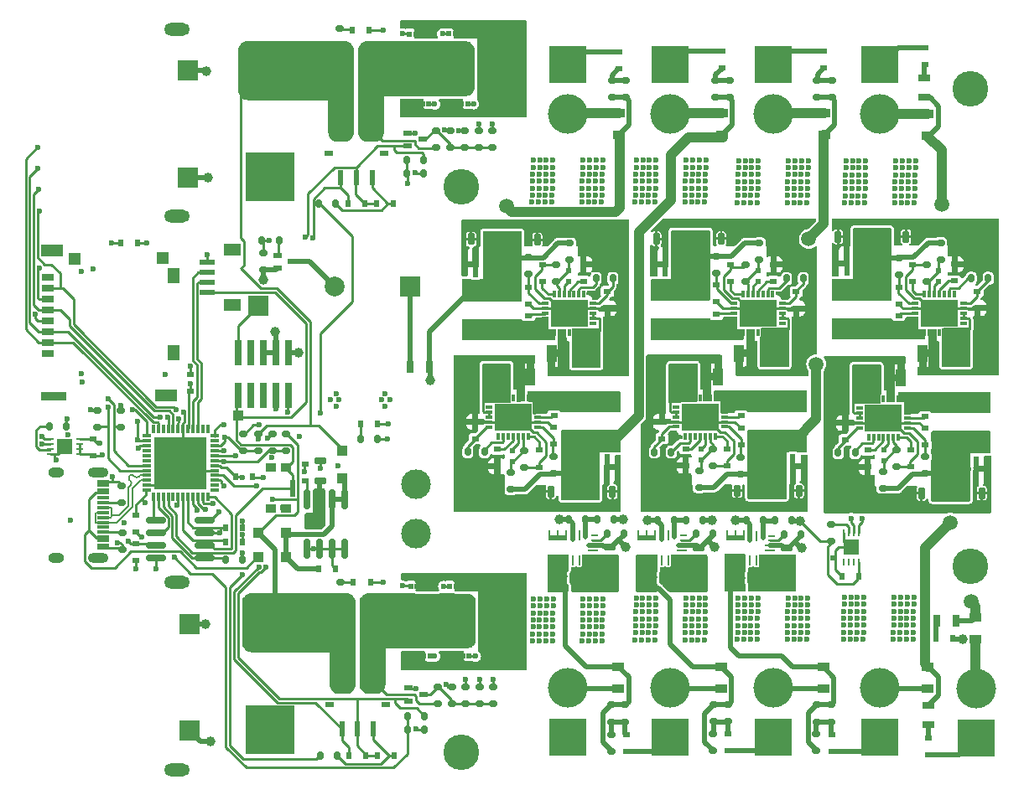
<source format=gbr>
%TF.GenerationSoftware,KiCad,Pcbnew,7.0.1-0*%
%TF.CreationDate,2023-04-01T19:34:19-07:00*%
%TF.ProjectId,1.0,312e302e-6b69-4636-9164-5f7063625858,rev?*%
%TF.SameCoordinates,Original*%
%TF.FileFunction,Copper,L1,Top*%
%TF.FilePolarity,Positive*%
%FSLAX46Y46*%
G04 Gerber Fmt 4.6, Leading zero omitted, Abs format (unit mm)*
G04 Created by KiCad (PCBNEW 7.0.1-0) date 2023-04-01 19:34:19*
%MOMM*%
%LPD*%
G01*
G04 APERTURE LIST*
G04 Aperture macros list*
%AMRoundRect*
0 Rectangle with rounded corners*
0 $1 Rounding radius*
0 $2 $3 $4 $5 $6 $7 $8 $9 X,Y pos of 4 corners*
0 Add a 4 corners polygon primitive as box body*
4,1,4,$2,$3,$4,$5,$6,$7,$8,$9,$2,$3,0*
0 Add four circle primitives for the rounded corners*
1,1,$1+$1,$2,$3*
1,1,$1+$1,$4,$5*
1,1,$1+$1,$6,$7*
1,1,$1+$1,$8,$9*
0 Add four rect primitives between the rounded corners*
20,1,$1+$1,$2,$3,$4,$5,0*
20,1,$1+$1,$4,$5,$6,$7,0*
20,1,$1+$1,$6,$7,$8,$9,0*
20,1,$1+$1,$8,$9,$2,$3,0*%
%AMFreePoly0*
4,1,37,1.753536,1.228536,1.755000,1.225000,1.755000,0.725000,1.753536,0.721464,1.750000,0.720000,1.345000,0.720000,1.345000,0.580000,1.750000,0.580000,1.753536,0.578536,1.755000,0.575000,1.755000,0.075000,1.753536,0.071464,1.750000,0.070000,1.345000,0.070000,1.345000,-0.070000,1.750000,-0.070000,1.753536,-0.071464,1.755000,-0.075000,1.755000,-0.575000,1.753536,-0.578536,
1.750000,-0.580000,1.345000,-0.580000,1.345000,-0.720000,1.750000,-0.720000,1.753536,-0.721464,1.755000,-0.725000,1.755000,-1.225000,1.753536,-1.228536,1.750000,-1.230000,-0.560000,-1.230000,-0.563536,-1.228536,-0.565000,-1.225000,-0.565000,1.225000,-0.563536,1.228536,-0.560000,1.230000,1.750000,1.230000,1.753536,1.228536,1.753536,1.228536,$1*%
G04 Aperture macros list end*
%TA.AperFunction,ComponentPad*%
%ADD10C,3.600000*%
%TD*%
%TA.AperFunction,SMDPad,CuDef*%
%ADD11RoundRect,0.150000X0.150000X0.250000X-0.150000X0.250000X-0.150000X-0.250000X0.150000X-0.250000X0*%
%TD*%
%TA.AperFunction,SMDPad,CuDef*%
%ADD12R,0.800000X0.600000*%
%TD*%
%TA.AperFunction,ComponentPad*%
%ADD13R,3.800000X3.800000*%
%TD*%
%TA.AperFunction,ComponentPad*%
%ADD14C,4.000000*%
%TD*%
%TA.AperFunction,SMDPad,CuDef*%
%ADD15R,1.300000X0.900000*%
%TD*%
%TA.AperFunction,SMDPad,CuDef*%
%ADD16R,2.000000X2.000000*%
%TD*%
%TA.AperFunction,SMDPad,CuDef*%
%ADD17RoundRect,0.175000X0.175000X0.425000X-0.175000X0.425000X-0.175000X-0.425000X0.175000X-0.425000X0*%
%TD*%
%TA.AperFunction,SMDPad,CuDef*%
%ADD18RoundRect,0.150000X0.250000X-0.150000X0.250000X0.150000X-0.250000X0.150000X-0.250000X-0.150000X0*%
%TD*%
%TA.AperFunction,SMDPad,CuDef*%
%ADD19R,0.600000X0.800000*%
%TD*%
%TA.AperFunction,SMDPad,CuDef*%
%ADD20R,0.300000X0.750000*%
%TD*%
%TA.AperFunction,SMDPad,CuDef*%
%ADD21R,0.750000X0.300000*%
%TD*%
%TA.AperFunction,SMDPad,CuDef*%
%ADD22R,3.700000X2.700000*%
%TD*%
%TA.AperFunction,SMDPad,CuDef*%
%ADD23R,1.000000X1.000000*%
%TD*%
%TA.AperFunction,SMDPad,CuDef*%
%ADD24R,0.830000X0.520000*%
%TD*%
%TA.AperFunction,SMDPad,CuDef*%
%ADD25R,0.700000X1.200000*%
%TD*%
%TA.AperFunction,SMDPad,CuDef*%
%ADD26R,1.100000X1.100000*%
%TD*%
%TA.AperFunction,SMDPad,CuDef*%
%ADD27R,0.600000X2.500000*%
%TD*%
%TA.AperFunction,SMDPad,CuDef*%
%ADD28RoundRect,0.175000X-0.175000X-0.425000X0.175000X-0.425000X0.175000X0.425000X-0.175000X0.425000X0*%
%TD*%
%TA.AperFunction,SMDPad,CuDef*%
%ADD29R,1.000000X1.700000*%
%TD*%
%TA.AperFunction,SMDPad,CuDef*%
%ADD30R,5.500000X1.430000*%
%TD*%
%TA.AperFunction,SMDPad,CuDef*%
%ADD31R,0.600000X0.500000*%
%TD*%
%TA.AperFunction,SMDPad,CuDef*%
%ADD32RoundRect,0.150000X-0.150000X-0.250000X0.150000X-0.250000X0.150000X0.250000X-0.150000X0.250000X0*%
%TD*%
%TA.AperFunction,SMDPad,CuDef*%
%ADD33R,1.200000X0.700000*%
%TD*%
%TA.AperFunction,SMDPad,CuDef*%
%ADD34RoundRect,0.150000X-0.250000X0.150000X-0.250000X-0.150000X0.250000X-0.150000X0.250000X0.150000X0*%
%TD*%
%TA.AperFunction,SMDPad,CuDef*%
%ADD35R,1.800000X1.200000*%
%TD*%
%TA.AperFunction,SMDPad,CuDef*%
%ADD36R,1.550000X0.600000*%
%TD*%
%TA.AperFunction,SMDPad,CuDef*%
%ADD37R,0.500000X0.630000*%
%TD*%
%TA.AperFunction,SMDPad,CuDef*%
%ADD38FreePoly0,90.000000*%
%TD*%
%TA.AperFunction,SMDPad,CuDef*%
%ADD39R,0.500000X1.600000*%
%TD*%
%TA.AperFunction,SMDPad,CuDef*%
%ADD40R,0.900000X0.600000*%
%TD*%
%TA.AperFunction,SMDPad,CuDef*%
%ADD41R,1.800000X1.700000*%
%TD*%
%TA.AperFunction,ComponentPad*%
%ADD42C,3.000000*%
%TD*%
%TA.AperFunction,SMDPad,CuDef*%
%ADD43R,0.760000X2.600000*%
%TD*%
%TA.AperFunction,SMDPad,CuDef*%
%ADD44R,1.000000X0.900000*%
%TD*%
%TA.AperFunction,SMDPad,CuDef*%
%ADD45R,0.550000X1.700000*%
%TD*%
%TA.AperFunction,ComponentPad*%
%ADD46O,2.600000X1.300000*%
%TD*%
%TA.AperFunction,ComponentPad*%
%ADD47R,4.916000X4.916000*%
%TD*%
%TA.AperFunction,ComponentPad*%
%ADD48C,4.916000*%
%TD*%
%TA.AperFunction,SMDPad,CuDef*%
%ADD49RoundRect,0.175000X-0.425000X0.175000X-0.425000X-0.175000X0.425000X-0.175000X0.425000X0.175000X0*%
%TD*%
%TA.AperFunction,SMDPad,CuDef*%
%ADD50R,0.850000X0.300000*%
%TD*%
%TA.AperFunction,SMDPad,CuDef*%
%ADD51R,0.300000X0.850000*%
%TD*%
%TA.AperFunction,SMDPad,CuDef*%
%ADD52R,5.250000X5.250000*%
%TD*%
%TA.AperFunction,SMDPad,CuDef*%
%ADD53FreePoly0,270.000000*%
%TD*%
%TA.AperFunction,SMDPad,CuDef*%
%ADD54R,0.254800X0.757199*%
%TD*%
%TA.AperFunction,SMDPad,CuDef*%
%ADD55R,1.600200X1.600200*%
%TD*%
%TA.AperFunction,SMDPad,CuDef*%
%ADD56RoundRect,0.150000X0.825000X0.150000X-0.825000X0.150000X-0.825000X-0.150000X0.825000X-0.150000X0*%
%TD*%
%TA.AperFunction,SMDPad,CuDef*%
%ADD57R,0.250000X0.800000*%
%TD*%
%TA.AperFunction,SMDPad,CuDef*%
%ADD58R,0.250000X1.100000*%
%TD*%
%TA.AperFunction,SMDPad,CuDef*%
%ADD59R,0.250000X0.700000*%
%TD*%
%TA.AperFunction,SMDPad,CuDef*%
%ADD60R,1.950000X0.600000*%
%TD*%
%TA.AperFunction,SMDPad,CuDef*%
%ADD61R,0.700000X0.250000*%
%TD*%
%TA.AperFunction,SMDPad,CuDef*%
%ADD62R,1.100000X0.250000*%
%TD*%
%TA.AperFunction,SMDPad,CuDef*%
%ADD63R,2.500000X0.950000*%
%TD*%
%TA.AperFunction,SMDPad,CuDef*%
%ADD64R,2.200000X1.150000*%
%TD*%
%TA.AperFunction,SMDPad,CuDef*%
%ADD65R,1.150000X1.500000*%
%TD*%
%TA.AperFunction,SMDPad,CuDef*%
%ADD66R,1.240000X0.800000*%
%TD*%
%TA.AperFunction,SMDPad,CuDef*%
%ADD67R,1.250000X1.250000*%
%TD*%
%TA.AperFunction,SMDPad,CuDef*%
%ADD68R,1.200000X1.200000*%
%TD*%
%TA.AperFunction,SMDPad,CuDef*%
%ADD69R,0.757199X0.254800*%
%TD*%
%TA.AperFunction,SMDPad,CuDef*%
%ADD70R,1.150000X0.300000*%
%TD*%
%TA.AperFunction,ComponentPad*%
%ADD71O,2.100000X1.000000*%
%TD*%
%TA.AperFunction,ComponentPad*%
%ADD72O,1.600000X1.000000*%
%TD*%
%TA.AperFunction,ComponentPad*%
%ADD73R,2.000000X2.000000*%
%TD*%
%TA.AperFunction,ComponentPad*%
%ADD74C,2.000000*%
%TD*%
%TA.AperFunction,SMDPad,CuDef*%
%ADD75RoundRect,0.150000X-0.150000X0.825000X-0.150000X-0.825000X0.150000X-0.825000X0.150000X0.825000X0*%
%TD*%
%TA.AperFunction,ViaPad*%
%ADD76C,1.000000*%
%TD*%
%TA.AperFunction,ViaPad*%
%ADD77C,0.600000*%
%TD*%
%TA.AperFunction,ViaPad*%
%ADD78C,0.700000*%
%TD*%
%TA.AperFunction,ViaPad*%
%ADD79C,1.500000*%
%TD*%
%TA.AperFunction,Conductor*%
%ADD80C,0.500000*%
%TD*%
%TA.AperFunction,Conductor*%
%ADD81C,0.250000*%
%TD*%
%TA.AperFunction,Conductor*%
%ADD82C,1.000000*%
%TD*%
%TA.AperFunction,Conductor*%
%ADD83C,0.200000*%
%TD*%
G04 APERTURE END LIST*
D10*
%TO.P,U28,1*%
%TO.N,unconnected-(U28-Pad1)*%
X245900000Y-108565000D03*
%TD*%
D11*
%TO.P,R84,1*%
%TO.N,Net-(U31-~{RESET})*%
X234237500Y-145355000D03*
%TO.P,R84,2*%
%TO.N,Net-(U31-VCC)*%
X232537500Y-145355000D03*
%TD*%
D12*
%TO.P,C65,1*%
%TO.N,GND*%
X220250000Y-130095000D03*
%TO.P,C65,2*%
%TO.N,Net-(#FLG0106-pwr)*%
X220250000Y-128395000D03*
%TD*%
D13*
%TO.P,U22,1,-*%
%TO.N,GND*%
X225975000Y-106150000D03*
D14*
%TO.P,U22,2,+*%
%TO.N,Net-(U22-+)*%
X225975000Y-111150000D03*
%TD*%
D15*
%TO.P,F4,1*%
%TO.N,Net-(U20-+)*%
X210400000Y-111075000D03*
%TO.P,F4,2*%
%TO.N,5V_1*%
X210400000Y-113275000D03*
%TD*%
D16*
%TO.P,TP17,1*%
%TO.N,BATT_1_PWR*%
X167020000Y-162670000D03*
%TD*%
D12*
%TO.P,R85,1*%
%TO.N,Net-(U31-RT)*%
X239840000Y-145100000D03*
%TO.P,R85,2*%
%TO.N,GND*%
X239840000Y-146800000D03*
%TD*%
D17*
%TO.P,C26,1*%
%TO.N,GND*%
X220730000Y-123730000D03*
%TO.P,C26,2*%
%TO.N,12V_1*%
X218730000Y-123730000D03*
%TD*%
D18*
%TO.P,R18,1*%
%TO.N,/batt_ctl/BATT_1_VSENSE*%
X175400000Y-145125000D03*
%TO.P,R18,2*%
%TO.N,GNDD*%
X175400000Y-143425000D03*
%TD*%
D19*
%TO.P,C29,1*%
%TO.N,GND*%
X232945000Y-157860000D03*
%TO.P,C29,2*%
%TO.N,3-3V_1*%
X234645000Y-157860000D03*
%TD*%
D20*
%TO.P,U9,1,LX*%
%TO.N,Net-(C37-Pad1)*%
X203867500Y-133230001D03*
%TO.P,U9,2,PGND*%
%TO.N,GND*%
X204367499Y-133230001D03*
%TO.P,U9,3,PGND*%
X204867501Y-133230001D03*
%TO.P,U9,4,NC*%
%TO.N,unconnected-(U9-NC-Pad4)*%
X205367500Y-133230001D03*
%TO.P,U9,5,IN*%
%TO.N,+BATT*%
X205867499Y-133230001D03*
%TO.P,U9,6,IN*%
X206367501Y-133230001D03*
%TO.P,U9,7,IN*%
X206867500Y-133230001D03*
D21*
%TO.P,U9,8,NC*%
%TO.N,unconnected-(U9-NC-Pad8)*%
X207807500Y-132290002D03*
%TO.P,U9,9,IN*%
%TO.N,+BATT*%
X207807500Y-131790000D03*
%TO.P,U9,10,EN/UVLO*%
X207807500Y-131290001D03*
%TO.P,U9,11,PGND*%
%TO.N,GND*%
X207807500Y-130790002D03*
%TO.P,U9,12,VCC*%
%TO.N,Net-(U9-VCC)*%
X207807500Y-130290000D03*
D20*
%TO.P,U9,13,NC*%
%TO.N,unconnected-(U9-NC-Pad13)*%
X206867500Y-129350001D03*
%TO.P,U9,14,~{RESET}*%
%TO.N,Net-(U9-~{RESET})*%
X206367501Y-129350001D03*
%TO.P,U9,15,MODE/SYNC*%
%TO.N,unconnected-(U9-MODE{slash}SYNC-Pad15)*%
X205867499Y-129350001D03*
%TO.P,U9,16,SS*%
%TO.N,Net-(U9-SS)*%
X205367500Y-129350001D03*
%TO.P,U9,17,CF*%
%TO.N,Net-(U9-CF)*%
X204867501Y-129350001D03*
%TO.P,U9,18,FB*%
%TO.N,Net-(U9-FB)*%
X204367499Y-129350001D03*
%TO.P,U9,19,RT*%
%TO.N,Net-(U9-RT)*%
X203867500Y-129350001D03*
D21*
%TO.P,U9,20,EXTVCC*%
%TO.N,Net-(#FLG0108-pwr)*%
X202927500Y-130290000D03*
%TO.P,U9,21,SGND*%
%TO.N,GND*%
X202927500Y-130790002D03*
%TO.P,U9,22,BST*%
%TO.N,Net-(U9-BST)*%
X202927500Y-131290001D03*
%TO.P,U9,23,LX*%
%TO.N,Net-(C37-Pad1)*%
X202927500Y-131790000D03*
%TO.P,U9,24,LX*%
X202927500Y-132290002D03*
D22*
%TO.P,U9,25,EP*%
%TO.N,GND*%
X205367500Y-131290001D03*
%TD*%
D12*
%TO.P,D16,1,K*%
%TO.N,GND*%
X241625000Y-175925000D03*
%TO.P,D16,2,A*%
%TO.N,Net-(D16-A)*%
X241625000Y-174225000D03*
%TD*%
D23*
%TO.P,TP1,1*%
%TO.N,/~{RESET_RAW}*%
X171950000Y-141625000D03*
%TD*%
D12*
%TO.P,D15,1,K*%
%TO.N,GND*%
X241300000Y-104435000D03*
%TO.P,D15,2,A*%
%TO.N,Net-(D15-A)*%
X241300000Y-106135000D03*
%TD*%
D15*
%TO.P,F1,1*%
%TO.N,Net-(U17-+)*%
X231025000Y-169225000D03*
%TO.P,F1,2*%
%TO.N,3-3V_1*%
X231025000Y-167025000D03*
%TD*%
D24*
%TO.P,Q1,1,G*%
%TO.N,Net-(Q1-G)*%
X189165000Y-169150000D03*
%TO.P,Q1,2,S*%
%TO.N,GNDD*%
X189165000Y-170450000D03*
%TO.P,Q1,3,D*%
%TO.N,Net-(Q1-D)*%
X190635000Y-169800000D03*
%TD*%
D12*
%TO.P,R81,1*%
%TO.N,Net-(U29-RT)*%
X221680000Y-128050000D03*
%TO.P,R81,2*%
%TO.N,GND*%
X221680000Y-126350000D03*
%TD*%
%TO.P,C31,1*%
%TO.N,Net-(U11-SS)*%
X198122500Y-145025000D03*
%TO.P,C31,2*%
%TO.N,GND*%
X198122500Y-146725000D03*
%TD*%
D25*
%TO.P,R51,1*%
%TO.N,5V_1*%
X191300000Y-136720000D03*
%TO.P,R51,2*%
%TO.N,Net-(SP1-+)*%
X189300000Y-136720000D03*
%TD*%
D26*
%TO.P,D2,1,K*%
%TO.N,Net-(#FLG0101-pwr)*%
X176825000Y-153425000D03*
%TO.P,D2,2,A*%
%TO.N,BATT_1_PWR*%
X174025000Y-153425000D03*
%TD*%
D11*
%TO.P,R1,1*%
%TO.N,+3V3*%
X172375000Y-156175000D03*
%TO.P,R1,2*%
%TO.N,/processor/FLASH_CS*%
X170675000Y-156175000D03*
%TD*%
D16*
%TO.P,TP20,1*%
%TO.N,GND*%
X166890000Y-117540000D03*
%TD*%
D18*
%TO.P,R45,1*%
%TO.N,5V_1*%
X211100000Y-109450000D03*
%TO.P,R45,2*%
%TO.N,Net-(D9-A)*%
X211100000Y-107750000D03*
%TD*%
D12*
%TO.P,C35,1*%
%TO.N,GND*%
X203822500Y-142800000D03*
%TO.P,C35,2*%
%TO.N,Net-(#FLG0109-pwr)*%
X203822500Y-144500000D03*
%TD*%
D27*
%TO.P,C58,1*%
%TO.N,GND*%
X246460000Y-147000000D03*
%TO.P,C58,2*%
%TO.N,12V_3*%
X243260000Y-147000000D03*
%TD*%
D28*
%TO.P,C74,1*%
%TO.N,GND*%
X240960000Y-149460000D03*
%TO.P,C74,2*%
%TO.N,12V_3*%
X242960000Y-149460000D03*
%TD*%
D12*
%TO.P,C69,1*%
%TO.N,Net-(C69-Pad1)*%
X238650000Y-133200000D03*
%TO.P,C69,2*%
%TO.N,Net-(U30-BST)*%
X238650000Y-131500000D03*
%TD*%
%TO.P,C68,1*%
%TO.N,Net-(C68-Pad1)*%
X220250000Y-133095000D03*
%TO.P,C68,2*%
%TO.N,Net-(U29-BST)*%
X220250000Y-131395000D03*
%TD*%
D29*
%TO.P,C55,1*%
%TO.N,+BATT*%
X235560000Y-137790000D03*
%TO.P,C55,2*%
%TO.N,GND*%
X238860000Y-137790000D03*
%TD*%
D20*
%TO.P,U29,1,LX*%
%TO.N,Net-(C68-Pad1)*%
X222935000Y-133209999D03*
%TO.P,U29,2,PGND*%
%TO.N,GND*%
X223434999Y-133209999D03*
%TO.P,U29,3,PGND*%
X223935001Y-133209999D03*
%TO.P,U29,4,NC*%
%TO.N,unconnected-(U29-NC-Pad4)*%
X224435000Y-133209999D03*
%TO.P,U29,5,IN*%
%TO.N,+BATT*%
X224934999Y-133209999D03*
%TO.P,U29,6,IN*%
X225435001Y-133209999D03*
%TO.P,U29,7,IN*%
X225935000Y-133209999D03*
D21*
%TO.P,U29,8,NC*%
%TO.N,unconnected-(U29-NC-Pad8)*%
X226875000Y-132270000D03*
%TO.P,U29,9,IN*%
%TO.N,+BATT*%
X226875000Y-131769998D03*
%TO.P,U29,10,EN/UVLO*%
X226875000Y-131269999D03*
%TO.P,U29,11,PGND*%
%TO.N,GND*%
X226875000Y-130770000D03*
%TO.P,U29,12,VCC*%
%TO.N,Net-(U29-VCC)*%
X226875000Y-130269998D03*
D20*
%TO.P,U29,13,NC*%
%TO.N,unconnected-(U29-NC-Pad13)*%
X225935000Y-129329999D03*
%TO.P,U29,14,~{RESET}*%
%TO.N,Net-(U29-~{RESET})*%
X225435001Y-129329999D03*
%TO.P,U29,15,MODE/SYNC*%
%TO.N,unconnected-(U29-MODE{slash}SYNC-Pad15)*%
X224934999Y-129329999D03*
%TO.P,U29,16,SS*%
%TO.N,Net-(U29-SS)*%
X224435000Y-129329999D03*
%TO.P,U29,17,CF*%
%TO.N,Net-(U29-CF)*%
X223935001Y-129329999D03*
%TO.P,U29,18,FB*%
%TO.N,Net-(U29-FB)*%
X223434999Y-129329999D03*
%TO.P,U29,19,RT*%
%TO.N,Net-(U29-RT)*%
X222935000Y-129329999D03*
D21*
%TO.P,U29,20,EXTVCC*%
%TO.N,Net-(#FLG0106-pwr)*%
X221995000Y-130269998D03*
%TO.P,U29,21,SGND*%
%TO.N,GND*%
X221995000Y-130770000D03*
%TO.P,U29,22,BST*%
%TO.N,Net-(U29-BST)*%
X221995000Y-131269999D03*
%TO.P,U29,23,LX*%
%TO.N,Net-(C68-Pad1)*%
X221995000Y-131769998D03*
%TO.P,U29,24,LX*%
X221995000Y-132270000D03*
D22*
%TO.P,U29,25,EP*%
%TO.N,GND*%
X224435000Y-131269999D03*
%TD*%
D30*
%TO.P,L2,1,1*%
%TO.N,Net-(C38-Pad1)*%
X207647500Y-140205000D03*
%TO.P,L2,2,2*%
%TO.N,5V_2*%
X207647500Y-144245000D03*
%TD*%
D27*
%TO.P,C6,1*%
%TO.N,GND*%
X209175000Y-146800000D03*
%TO.P,C6,2*%
%TO.N,5V_2*%
X205975000Y-146800000D03*
%TD*%
D31*
%TO.P,C73,1*%
%TO.N,Net-(U31-FB)*%
X237187500Y-146180000D03*
%TO.P,C73,2*%
%TO.N,Net-(U31-CF)*%
X237187500Y-145080000D03*
%TD*%
D11*
%TO.P,R25,1*%
%TO.N,Net-(Q1-G)*%
X190730000Y-173350000D03*
%TO.P,R25,2*%
%TO.N,/batt_ctl/BATT_1_CTL*%
X189030000Y-173350000D03*
%TD*%
D18*
%TO.P,R77,1*%
%TO.N,GND*%
X200872500Y-146825000D03*
%TO.P,R77,2*%
%TO.N,Net-(U11-FB)*%
X200872500Y-145125000D03*
%TD*%
D20*
%TO.P,U12,1,LX*%
%TO.N,Net-(C43-Pad1)*%
X220100000Y-139795000D03*
%TO.P,U12,2,PGND*%
%TO.N,GND*%
X219600001Y-139795000D03*
%TO.P,U12,3,PGND*%
X219099999Y-139795000D03*
%TO.P,U12,4,NC*%
%TO.N,unconnected-(U12-NC-Pad4)*%
X218600000Y-139795000D03*
%TO.P,U12,5,IN*%
%TO.N,+BATT*%
X218100001Y-139795000D03*
%TO.P,U12,6,IN*%
X217599999Y-139795000D03*
%TO.P,U12,7,IN*%
X217100000Y-139795000D03*
D21*
%TO.P,U12,8,NC*%
%TO.N,unconnected-(U12-NC-Pad8)*%
X216160000Y-140734999D03*
%TO.P,U12,9,IN*%
%TO.N,+BATT*%
X216160000Y-141235001D03*
%TO.P,U12,10,EN/UVLO*%
X216160000Y-141735000D03*
%TO.P,U12,11,PGND*%
%TO.N,GND*%
X216160000Y-142234999D03*
%TO.P,U12,12,VCC*%
%TO.N,Net-(U12-VCC)*%
X216160000Y-142735001D03*
D20*
%TO.P,U12,13,NC*%
%TO.N,unconnected-(U12-NC-Pad13)*%
X217100000Y-143675000D03*
%TO.P,U12,14,~{RESET}*%
%TO.N,Net-(U12-~{RESET})*%
X217599999Y-143675000D03*
%TO.P,U12,15,MODE/SYNC*%
%TO.N,unconnected-(U12-MODE{slash}SYNC-Pad15)*%
X218100001Y-143675000D03*
%TO.P,U12,16,SS*%
%TO.N,Net-(U12-SS)*%
X218600000Y-143675000D03*
%TO.P,U12,17,CF*%
%TO.N,Net-(U12-CF)*%
X219099999Y-143675000D03*
%TO.P,U12,18,FB*%
%TO.N,Net-(U12-FB)*%
X219600001Y-143675000D03*
%TO.P,U12,19,RT*%
%TO.N,Net-(U12-RT)*%
X220100000Y-143675000D03*
D21*
%TO.P,U12,20,EXTVCC*%
%TO.N,Net-(#FLG02-pwr)*%
X221040000Y-142735001D03*
%TO.P,U12,21,SGND*%
%TO.N,GND*%
X221040000Y-142234999D03*
%TO.P,U12,22,BST*%
%TO.N,Net-(U12-BST)*%
X221040000Y-141735000D03*
%TO.P,U12,23,LX*%
%TO.N,Net-(C43-Pad1)*%
X221040000Y-141235001D03*
%TO.P,U12,24,LX*%
X221040000Y-140734999D03*
D22*
%TO.P,U12,25,EP*%
%TO.N,GND*%
X218600000Y-141735000D03*
%TD*%
D32*
%TO.P,R62,1*%
%TO.N,/batt_ctl/BATT_2_CTL*%
X188950000Y-117150000D03*
%TO.P,R62,2*%
%TO.N,Net-(Q2-G)*%
X190650000Y-117150000D03*
%TD*%
D12*
%TO.P,C59,1*%
%TO.N,Net-(U29-VCC)*%
X228300000Y-129070000D03*
%TO.P,C59,2*%
%TO.N,GND*%
X228300000Y-130770000D03*
%TD*%
D13*
%TO.P,U17,1,-*%
%TO.N,GND*%
X225975000Y-174150000D03*
D14*
%TO.P,U17,2,+*%
%TO.N,Net-(U17-+)*%
X225975000Y-169150000D03*
%TD*%
D33*
%TO.P,R69,1*%
%TO.N,Net-(D15-A)*%
X241262500Y-107450000D03*
%TO.P,R69,2*%
%TO.N,12V_2*%
X241262500Y-109450000D03*
%TD*%
D34*
%TO.P,R59,1*%
%TO.N,3-3V_3*%
X209625000Y-170850000D03*
%TO.P,R59,2*%
%TO.N,Net-(D6-A)*%
X209625000Y-172550000D03*
%TD*%
D11*
%TO.P,R4,1*%
%TO.N,Net-(U11-~{RESET})*%
X196847500Y-145250000D03*
%TO.P,R4,2*%
%TO.N,Net-(U11-VCC)*%
X195147500Y-145250000D03*
%TD*%
D27*
%TO.P,C21,1*%
%TO.N,GND*%
X215090000Y-126310000D03*
%TO.P,C21,2*%
%TO.N,12V_1*%
X218290000Y-126310000D03*
%TD*%
D35*
%TO.P,J1,*%
%TO.N,*%
X171377500Y-130425000D03*
X171377500Y-124825000D03*
D36*
%TO.P,J1,1*%
%TO.N,/~{RESET_RAW}*%
X168852500Y-129125000D03*
%TO.P,J1,2*%
%TO.N,/SERIAL1_TX*%
X168852500Y-128125000D03*
%TO.P,J1,3*%
%TO.N,/SERIAL1_RX*%
X168852500Y-127125000D03*
%TO.P,J1,4*%
%TO.N,GNDD*%
X168852500Y-126125000D03*
%TD*%
D12*
%TO.P,C28,1*%
%TO.N,Net-(U12-VCC)*%
X214750000Y-143935000D03*
%TO.P,C28,2*%
%TO.N,GND*%
X214750000Y-142235000D03*
%TD*%
D28*
%TO.P,C50,1*%
%TO.N,GND*%
X195475000Y-123775000D03*
%TO.P,C50,2*%
%TO.N,5V_1*%
X197475000Y-123775000D03*
%TD*%
D12*
%TO.P,R83,1*%
%TO.N,Net-(U30-RT)*%
X240060000Y-128030000D03*
%TO.P,R83,2*%
%TO.N,GND*%
X240060000Y-126330000D03*
%TD*%
D31*
%TO.P,C71,1*%
%TO.N,Net-(U29-FB)*%
X224425000Y-126920000D03*
%TO.P,C71,2*%
%TO.N,Net-(U29-CF)*%
X224425000Y-128020000D03*
%TD*%
D13*
%TO.P,U20,1,-*%
%TO.N,GND*%
X205200000Y-106150000D03*
D14*
%TO.P,U20,2,+*%
%TO.N,Net-(U20-+)*%
X205200000Y-111150000D03*
%TD*%
D37*
%TO.P,Q10,1,S*%
%TO.N,+BATT*%
X189250000Y-110072500D03*
X189900000Y-110072500D03*
X190550000Y-110072500D03*
%TO.P,Q10,2,G*%
%TO.N,Net-(Q10-G)*%
X191200000Y-110072500D03*
D38*
%TO.P,Q10,3,D*%
%TO.N,Net-(Q10-D)*%
X190225000Y-108637500D03*
%TD*%
D31*
%TO.P,C70,1*%
%TO.N,Net-(U30-FB)*%
X242675000Y-126925000D03*
%TO.P,C70,2*%
%TO.N,Net-(U30-CF)*%
X242675000Y-128025000D03*
%TD*%
D34*
%TO.P,R28,1*%
%TO.N,Net-(Q2-D)*%
X191975000Y-112800000D03*
%TO.P,R28,2*%
%TO.N,Net-(Q10-D)*%
X191975000Y-114500000D03*
%TD*%
D12*
%TO.P,R73,1*%
%TO.N,Net-(U12-RT)*%
X221300000Y-144990000D03*
%TO.P,R73,2*%
%TO.N,GND*%
X221300000Y-146690000D03*
%TD*%
D27*
%TO.P,C52,1*%
%TO.N,GND*%
X233410000Y-126230000D03*
%TO.P,C52,2*%
%TO.N,12V_2*%
X236610000Y-126230000D03*
%TD*%
D18*
%TO.P,R44,1*%
%TO.N,5V_1*%
X209700000Y-109450000D03*
%TO.P,R44,2*%
%TO.N,Net-(D9-A)*%
X209700000Y-107750000D03*
%TD*%
%TO.P,R8,1*%
%TO.N,GNDD*%
X160250000Y-155125000D03*
%TO.P,R8,2*%
%TO.N,Net-(U10-CC2)*%
X160250000Y-153425000D03*
%TD*%
D34*
%TO.P,R74,1*%
%TO.N,GND*%
X204067500Y-126340000D03*
%TO.P,R74,2*%
%TO.N,Net-(U9-FB)*%
X204067500Y-128040000D03*
%TD*%
%TO.P,R55,1*%
%TO.N,Net-(Q10-G)*%
X193400000Y-112800000D03*
%TO.P,R55,2*%
%TO.N,Net-(Q2-D)*%
X193400000Y-114500000D03*
%TD*%
D39*
%TO.P,U2,1,VCC*%
%TO.N,+3V3*%
X182425000Y-173300000D03*
%TO.P,U2,2,GND*%
%TO.N,GNDD*%
X184025000Y-173300000D03*
%TO.P,U2,3,VOUT*%
%TO.N,Net-(U2-VOUT)*%
X185625000Y-173300000D03*
D40*
%TO.P,U2,4,NC*%
%TO.N,unconnected-(U2-NC-Pad4)*%
X186825000Y-170800000D03*
D41*
%TO.P,U2,5,IP+*%
%TO.N,Net-(Q3-D)*%
X185525000Y-168450000D03*
%TO.P,U2,6,IP-*%
%TO.N,BATT_1_PWR*%
X182525000Y-168450000D03*
D40*
%TO.P,U2,7,NC*%
%TO.N,unconnected-(U2-NC-Pad7)*%
X181225000Y-170800000D03*
%TD*%
D19*
%TO.P,C81,1*%
%TO.N,GNDD*%
X161800000Y-124125000D03*
%TO.P,C81,2*%
%TO.N,+3V3*%
X160100000Y-124125000D03*
%TD*%
D32*
%TO.P,R7,1*%
%TO.N,/batt_ctl/BATT_1_CURR*%
X180250000Y-175950000D03*
%TO.P,R7,2*%
%TO.N,Net-(U2-VOUT)*%
X181950000Y-175950000D03*
%TD*%
D12*
%TO.P,D9,1,K*%
%TO.N,GND*%
X210375000Y-104825000D03*
%TO.P,D9,2,A*%
%TO.N,Net-(D9-A)*%
X210375000Y-106525000D03*
%TD*%
D34*
%TO.P,R12,1*%
%TO.N,Net-(Q1-D)*%
X192125000Y-169000000D03*
%TO.P,R12,2*%
%TO.N,Net-(Q3-D)*%
X192125000Y-170700000D03*
%TD*%
D12*
%TO.P,C62,1*%
%TO.N,Net-(U29-SS)*%
X226000000Y-128045000D03*
%TO.P,C62,2*%
%TO.N,GND*%
X226000000Y-126345000D03*
%TD*%
D34*
%TO.P,R76,1*%
%TO.N,Net-(U11-FB)*%
X199497500Y-147375000D03*
%TO.P,R76,2*%
%TO.N,5V_2*%
X199497500Y-149075000D03*
%TD*%
%TO.P,R19,1*%
%TO.N,BATT_2_PWR*%
X174000000Y-143425000D03*
%TO.P,R19,2*%
%TO.N,/batt_ctl/BATT_2_VSENSE*%
X174000000Y-145125000D03*
%TD*%
D28*
%TO.P,C49,1*%
%TO.N,GND*%
X222330000Y-149180000D03*
%TO.P,C49,2*%
%TO.N,5V_3*%
X224330000Y-149180000D03*
%TD*%
D19*
%TO.P,C2,1*%
%TO.N,Net-(#FLG01-pwr)*%
X170700000Y-154350000D03*
%TO.P,C2,2*%
%TO.N,GNDD*%
X172400000Y-154350000D03*
%TD*%
%TO.P,C33,1*%
%TO.N,GNDD*%
X181825000Y-157075000D03*
%TO.P,C33,2*%
%TO.N,Net-(#FLG0101-pwr)*%
X180125000Y-157075000D03*
%TD*%
D12*
%TO.P,C34,1*%
%TO.N,Net-(U34-BYP)*%
X178700000Y-148220000D03*
%TO.P,C34,2*%
%TO.N,GNDD*%
X178700000Y-146520000D03*
%TD*%
D25*
%TO.P,R68,1*%
%TO.N,Net-(D14-A)*%
X242475000Y-162375000D03*
%TO.P,R68,2*%
%TO.N,12V_1*%
X244475000Y-162375000D03*
%TD*%
D28*
%TO.P,C56,1*%
%TO.N,GND*%
X232510000Y-123540000D03*
%TO.P,C56,2*%
%TO.N,12V_2*%
X234510000Y-123540000D03*
%TD*%
D34*
%TO.P,R93,1*%
%TO.N,Net-(U31-FB)*%
X237037500Y-147255000D03*
%TO.P,R93,2*%
%TO.N,12V_3*%
X237037500Y-148955000D03*
%TD*%
D18*
%TO.P,R10,1*%
%TO.N,Net-(U10-CC1)*%
X160200000Y-150375000D03*
%TO.P,R10,2*%
%TO.N,GNDD*%
X160200000Y-148675000D03*
%TD*%
D19*
%TO.P,C9,1*%
%TO.N,GNDD*%
X172400000Y-152925000D03*
%TO.P,C9,2*%
%TO.N,+3V3*%
X170700000Y-152925000D03*
%TD*%
%TO.P,D14,1,K*%
%TO.N,GND*%
X244125000Y-164150000D03*
%TO.P,D14,2,A*%
%TO.N,Net-(D14-A)*%
X242425000Y-164150000D03*
%TD*%
D27*
%TO.P,C42,1*%
%TO.N,GND*%
X195925000Y-126350000D03*
%TO.P,C42,2*%
%TO.N,5V_1*%
X199125000Y-126350000D03*
%TD*%
D18*
%TO.P,R79,1*%
%TO.N,GND*%
X219925000Y-146685000D03*
%TO.P,R79,2*%
%TO.N,Net-(U12-FB)*%
X219925000Y-144985000D03*
%TD*%
D30*
%TO.P,L3,1,1*%
%TO.N,Net-(C43-Pad1)*%
X226475000Y-140190000D03*
%TO.P,L3,2,2*%
%TO.N,5V_3*%
X226475000Y-144230000D03*
%TD*%
D13*
%TO.P,U23,1,-*%
%TO.N,GND*%
X246450000Y-174175000D03*
D14*
%TO.P,U23,2,+*%
%TO.N,Net-(U23-+)*%
X246450000Y-169175000D03*
%TD*%
D30*
%TO.P,L4,1,1*%
%TO.N,Net-(C68-Pad1)*%
X216600000Y-132885000D03*
%TO.P,L4,2,2*%
%TO.N,12V_1*%
X216600000Y-128845000D03*
%TD*%
D32*
%TO.P,R2,1*%
%TO.N,Net-(U9-~{RESET})*%
X208097500Y-127740000D03*
%TO.P,R2,2*%
%TO.N,Net-(U9-VCC)*%
X209797500Y-127740000D03*
%TD*%
D34*
%TO.P,R94,1*%
%TO.N,Net-(U31-FB)*%
X238412500Y-145105000D03*
%TO.P,R94,2*%
%TO.N,GND*%
X238412500Y-146805000D03*
%TD*%
%TO.P,R57,1*%
%TO.N,Net-(Q12-G)*%
X197625000Y-112800000D03*
%TO.P,R57,2*%
%TO.N,Net-(Q2-D)*%
X197625000Y-114500000D03*
%TD*%
D32*
%TO.P,R82,1*%
%TO.N,Net-(U30-~{RESET})*%
X245975000Y-127725000D03*
%TO.P,R82,2*%
%TO.N,Net-(U30-VCC)*%
X247675000Y-127725000D03*
%TD*%
D18*
%TO.P,R71,1*%
%TO.N,5V_2*%
X203820000Y-147460000D03*
%TO.P,R71,2*%
%TO.N,Net-(#FLG0109-pwr)*%
X203820000Y-145760000D03*
%TD*%
%TO.P,R98,1*%
%TO.N,/SCL*%
X157750000Y-142775000D03*
%TO.P,R98,2*%
%TO.N,+3V3*%
X157750000Y-141075000D03*
%TD*%
%TO.P,R60,1*%
%TO.N,5V_3*%
X230425000Y-109425000D03*
%TO.P,R60,2*%
%TO.N,Net-(D11-A)*%
X230425000Y-107725000D03*
%TD*%
D42*
%TO.P,C5,1*%
%TO.N,+BATT*%
X189900000Y-148500000D03*
%TO.P,C5,2*%
%TO.N,GND*%
X189950000Y-153500000D03*
%TD*%
D12*
%TO.P,R3,1*%
%TO.N,Net-(U9-RT)*%
X202680000Y-128040000D03*
%TO.P,R3,2*%
%TO.N,GND*%
X202680000Y-126340000D03*
%TD*%
D30*
%TO.P,L1,1,1*%
%TO.N,Net-(C37-Pad1)*%
X197577500Y-132970000D03*
%TO.P,L1,2,2*%
%TO.N,5V_1*%
X197577500Y-128930000D03*
%TD*%
D17*
%TO.P,C48,1*%
%TO.N,GND*%
X209750000Y-149300000D03*
%TO.P,C48,2*%
%TO.N,5V_2*%
X207750000Y-149300000D03*
%TD*%
D13*
%TO.P,U18,1,-*%
%TO.N,GND*%
X215525000Y-174150000D03*
D14*
%TO.P,U18,2,+*%
%TO.N,Net-(U18-+)*%
X215525000Y-169150000D03*
%TD*%
D12*
%TO.P,C64,1*%
%TO.N,Net-(U31-SS)*%
X235512500Y-145105000D03*
%TO.P,C64,2*%
%TO.N,GND*%
X235512500Y-146805000D03*
%TD*%
D18*
%TO.P,R20,1*%
%TO.N,/batt_ctl/BATT_2_VSENSE*%
X172475000Y-145125000D03*
%TO.P,R20,2*%
%TO.N,GNDD*%
X172475000Y-143425000D03*
%TD*%
D43*
%TO.P,U1,1,Vref*%
%TO.N,+3V3*%
X177015000Y-135250000D03*
%TO.P,U1,2,SWDIO/TMS*%
%TO.N,/SWDIO*%
X177015000Y-139550000D03*
%TO.P,U1,3,GND*%
%TO.N,GNDD*%
X175745000Y-135250000D03*
%TO.P,U1,4,SWDCLK/TCK*%
%TO.N,/SWCLK*%
X175745000Y-139550000D03*
%TO.P,U1,5,GND*%
%TO.N,GNDD*%
X174475000Y-135250000D03*
%TO.P,U1,6,SWO/TDO*%
%TO.N,unconnected-(U1-SWO{slash}TDO-Pad6)*%
X174475000Y-139550000D03*
%TO.P,U1,7,KEY*%
%TO.N,unconnected-(U1-KEY-Pad7)*%
X173205000Y-135250000D03*
%TO.P,U1,8,NC/TDI*%
%TO.N,unconnected-(U1-NC{slash}TDI-Pad8)*%
X173205000Y-139550000D03*
%TO.P,U1,9,GNDDetect*%
%TO.N,Net-(U1-GNDDetect)*%
X171935000Y-135250000D03*
%TO.P,U1,10,~{RESET}*%
%TO.N,/~{RESET_RAW}*%
X171935000Y-139550000D03*
%TD*%
D15*
%TO.P,F8,1*%
%TO.N,Net-(U24-+)*%
X241537500Y-111100000D03*
%TO.P,F8,2*%
%TO.N,12V_2*%
X241537500Y-113300000D03*
%TD*%
D11*
%TO.P,R32,1*%
%TO.N,3-3V_1*%
X227811625Y-152223250D03*
%TO.P,R32,2*%
%TO.N,Net-(U4-FB)*%
X226111625Y-152223250D03*
%TD*%
D34*
%TO.P,R54,1*%
%TO.N,Net-(Q9-G)*%
X196225000Y-112800000D03*
%TO.P,R54,2*%
%TO.N,Net-(Q2-D)*%
X196225000Y-114500000D03*
%TD*%
D12*
%TO.P,C36,1*%
%TO.N,Net-(U12-SS)*%
X217150000Y-144960000D03*
%TO.P,C36,2*%
%TO.N,GND*%
X217150000Y-146660000D03*
%TD*%
%TO.P,C27,1*%
%TO.N,Net-(U9-SS)*%
X206827500Y-128040000D03*
%TO.P,C27,2*%
%TO.N,GND*%
X206827500Y-126340000D03*
%TD*%
D11*
%TO.P,R15,1*%
%TO.N,+BATT*%
X186050000Y-143950000D03*
%TO.P,R15,2*%
%TO.N,Net-(D5-A)*%
X184350000Y-143950000D03*
%TD*%
D34*
%TO.P,R78,1*%
%TO.N,Net-(U12-FB)*%
X218525000Y-147185000D03*
%TO.P,R78,2*%
%TO.N,5V_3*%
X218525000Y-148885000D03*
%TD*%
D30*
%TO.P,L5,1,1*%
%TO.N,Net-(C69-Pad1)*%
X234875000Y-132845000D03*
%TO.P,L5,2,2*%
%TO.N,12V_2*%
X234875000Y-128805000D03*
%TD*%
D18*
%TO.P,R61,1*%
%TO.N,5V_3*%
X231875000Y-109425000D03*
%TO.P,R61,2*%
%TO.N,Net-(D11-A)*%
X231875000Y-107725000D03*
%TD*%
D19*
%TO.P,C4,1*%
%TO.N,GNDD*%
X186050000Y-175950000D03*
%TO.P,C4,2*%
%TO.N,Net-(U2-VOUT)*%
X187750000Y-175950000D03*
%TD*%
D12*
%TO.P,C63,1*%
%TO.N,Net-(U30-SS)*%
X244275000Y-128000000D03*
%TO.P,C63,2*%
%TO.N,GND*%
X244275000Y-126300000D03*
%TD*%
D15*
%TO.P,F7,1*%
%TO.N,Net-(U23-+)*%
X246375000Y-164175000D03*
%TO.P,F7,2*%
%TO.N,12V_1*%
X246375000Y-161975000D03*
%TD*%
D17*
%TO.P,C57,1*%
%TO.N,GND*%
X239380000Y-123540000D03*
%TO.P,C57,2*%
%TO.N,12V_2*%
X237380000Y-123540000D03*
%TD*%
D19*
%TO.P,C14,1*%
%TO.N,GNDD*%
X173430000Y-147810000D03*
%TO.P,C14,2*%
%TO.N,+3V3*%
X171730000Y-147810000D03*
%TD*%
D39*
%TO.P,U3,1,VCC*%
%TO.N,+3V3*%
X182275000Y-117575000D03*
%TO.P,U3,2,GND*%
%TO.N,GNDD*%
X183875000Y-117575000D03*
%TO.P,U3,3,VOUT*%
%TO.N,Net-(U3-VOUT)*%
X185475000Y-117575000D03*
D40*
%TO.P,U3,4,NC*%
%TO.N,unconnected-(U3-NC-Pad4)*%
X186675000Y-115075000D03*
D41*
%TO.P,U3,5,IP+*%
%TO.N,Net-(Q10-D)*%
X185375000Y-112725000D03*
%TO.P,U3,6,IP-*%
%TO.N,BATT_2_PWR*%
X182375000Y-112725000D03*
D40*
%TO.P,U3,7,NC*%
%TO.N,unconnected-(U3-NC-Pad7)*%
X181075000Y-115075000D03*
%TD*%
D11*
%TO.P,R63,1*%
%TO.N,Net-(Q7-G)*%
X176070000Y-123910000D03*
%TO.P,R63,2*%
%TO.N,/BUZZER*%
X174370000Y-123910000D03*
%TD*%
D31*
%TO.P,C45,1*%
%TO.N,Net-(U12-FB)*%
X218675000Y-146085000D03*
%TO.P,C45,2*%
%TO.N,Net-(U12-CF)*%
X218675000Y-144985000D03*
%TD*%
D11*
%TO.P,R35,1*%
%TO.N,Net-(U5-FB)*%
X216000000Y-152175000D03*
%TO.P,R35,2*%
%TO.N,GND*%
X214300000Y-152175000D03*
%TD*%
D24*
%TO.P,Q7,1,G*%
%TO.N,Net-(Q7-G)*%
X175905000Y-125400000D03*
%TO.P,Q7,2,S*%
%TO.N,GNDD*%
X175905000Y-126700000D03*
%TO.P,Q7,3,D*%
%TO.N,Net-(Q7-D)*%
X177375000Y-126050000D03*
%TD*%
D31*
%TO.P,C40,1*%
%TO.N,Net-(U11-FB)*%
X199647500Y-146275000D03*
%TO.P,C40,2*%
%TO.N,Net-(U11-CF)*%
X199647500Y-145175000D03*
%TD*%
D34*
%TO.P,R87,1*%
%TO.N,12V_2*%
X238640000Y-125670000D03*
%TO.P,R87,2*%
%TO.N,Net-(#FLG0105-pwr)*%
X238640000Y-127370000D03*
%TD*%
D11*
%TO.P,R31,1*%
%TO.N,+BATT*%
X210900000Y-153575000D03*
%TO.P,R31,2*%
%TO.N,Net-(U6-EN)*%
X209200000Y-153575000D03*
%TD*%
D44*
%TO.P,SW1,1,1*%
%TO.N,/~{RESET_RAW}*%
X176825000Y-146875000D03*
D45*
X177450000Y-148925000D03*
D44*
%TO.P,SW1,2,2*%
%TO.N,unconnected-(SW1-Pad2)*%
X175225000Y-146875000D03*
%TO.P,SW1,3,3*%
%TO.N,GNDD*%
X176825000Y-150975000D03*
%TO.P,SW1,4,4*%
%TO.N,unconnected-(SW1-Pad4)*%
X175225000Y-150975000D03*
%TD*%
D46*
%TO.P,U16,*%
%TO.N,*%
X165770000Y-121460000D03*
X165770000Y-102560000D03*
D47*
%TO.P,U16,1,-*%
%TO.N,GND*%
X175170000Y-117460000D03*
D48*
%TO.P,U16,2,+*%
%TO.N,BATT_2_PWR*%
X175170000Y-106560000D03*
%TD*%
D17*
%TO.P,C46,1*%
%TO.N,GND*%
X202160000Y-123850000D03*
%TO.P,C46,2*%
%TO.N,5V_1*%
X200160000Y-123850000D03*
%TD*%
D12*
%TO.P,C25,1*%
%TO.N,Net-(U11-VCC)*%
X195897500Y-143950000D03*
%TO.P,C25,2*%
%TO.N,GND*%
X195897500Y-142250000D03*
%TD*%
D18*
%TO.P,R46,1*%
%TO.N,5V_2*%
X221575000Y-109450000D03*
%TO.P,R46,2*%
%TO.N,Net-(D10-A)*%
X221575000Y-107750000D03*
%TD*%
D34*
%TO.P,R48,1*%
%TO.N,Net-(U13-OS)*%
X231845000Y-152575000D03*
%TO.P,R48,2*%
%TO.N,3-3V_1*%
X231845000Y-154275000D03*
%TD*%
D19*
%TO.P,C7,1*%
%TO.N,GNDD*%
X184725000Y-120150000D03*
%TO.P,C7,2*%
%TO.N,+3V3*%
X183025000Y-120150000D03*
%TD*%
D24*
%TO.P,Q2,1,G*%
%TO.N,Net-(Q2-G)*%
X189080000Y-113050000D03*
%TO.P,Q2,2,S*%
%TO.N,GNDD*%
X189080000Y-114350000D03*
%TO.P,Q2,3,D*%
%TO.N,Net-(Q2-D)*%
X190550000Y-113700000D03*
%TD*%
D11*
%TO.P,R37,1*%
%TO.N,Net-(U6-FB)*%
X207050000Y-152125000D03*
%TO.P,R37,2*%
%TO.N,GND*%
X205350000Y-152125000D03*
%TD*%
D29*
%TO.P,C18,1*%
%TO.N,+BATT*%
X206910000Y-135310000D03*
%TO.P,C18,2*%
%TO.N,GND*%
X203610000Y-135310000D03*
%TD*%
D17*
%TO.P,C22,1*%
%TO.N,GND*%
X205750000Y-158000000D03*
%TO.P,C22,2*%
%TO.N,3-3V_3*%
X203750000Y-158000000D03*
%TD*%
D15*
%TO.P,F6,1*%
%TO.N,Net-(U22-+)*%
X231125000Y-111050000D03*
%TO.P,F6,2*%
%TO.N,5V_3*%
X231125000Y-113250000D03*
%TD*%
D10*
%TO.P,U27,1*%
%TO.N,unconnected-(U27-Pad1)*%
X245900000Y-156825000D03*
%TD*%
D17*
%TO.P,C16,1*%
%TO.N,GND*%
X214800000Y-158000000D03*
%TO.P,C16,2*%
%TO.N,3-3V_2*%
X212800000Y-158000000D03*
%TD*%
D34*
%TO.P,R56,1*%
%TO.N,Net-(Q11-G)*%
X194825000Y-112800000D03*
%TO.P,R56,2*%
%TO.N,Net-(Q2-D)*%
X194825000Y-114500000D03*
%TD*%
D49*
%TO.P,C80,1*%
%TO.N,GNDD*%
X180300000Y-146175000D03*
%TO.P,C80,2*%
%TO.N,+3V3*%
X180300000Y-148175000D03*
%TD*%
D15*
%TO.P,F5,1*%
%TO.N,Net-(U21-+)*%
X220800000Y-111075000D03*
%TO.P,F5,2*%
%TO.N,5V_2*%
X220800000Y-113275000D03*
%TD*%
%TO.P,F2,1*%
%TO.N,Net-(U18-+)*%
X220700000Y-169200000D03*
%TO.P,F2,2*%
%TO.N,3-3V_2*%
X220700000Y-167000000D03*
%TD*%
D34*
%TO.P,R21,1*%
%TO.N,Net-(Q5-G)*%
X193525000Y-169000000D03*
%TO.P,R21,2*%
%TO.N,Net-(Q1-D)*%
X193525000Y-170700000D03*
%TD*%
D11*
%TO.P,R29,1*%
%TO.N,+BATT*%
X228761625Y-153623250D03*
%TO.P,R29,2*%
%TO.N,Net-(U4-EN)*%
X227061625Y-153623250D03*
%TD*%
D50*
%TO.P,IC2,1,PA00*%
%TO.N,unconnected-(IC2-PA00-Pad1)*%
X169599239Y-149150761D03*
%TO.P,IC2,2,PA01*%
%TO.N,unconnected-(IC2-PA01-Pad2)*%
X169599239Y-148650761D03*
%TO.P,IC2,3,PA02*%
%TO.N,/A0_SENSE*%
X169599239Y-148150761D03*
%TO.P,IC2,4,PA03*%
%TO.N,/batt_ctl/BATT_1_INT*%
X169599239Y-147650761D03*
%TO.P,IC2,5,GNDANA*%
%TO.N,GNDD*%
X169599239Y-147150761D03*
%TO.P,IC2,6,VDDANA*%
%TO.N,+3V3*%
X169599239Y-146650761D03*
%TO.P,IC2,7,PB08*%
%TO.N,/batt_ctl/BATT_1_VSENSE*%
X169599239Y-146150761D03*
%TO.P,IC2,8,PB09*%
%TO.N,/batt_ctl/BATT_1_CURR*%
X169599239Y-145650761D03*
%TO.P,IC2,9,PA04*%
%TO.N,/batt_ctl/BATT_2_CURR*%
X169599239Y-145150761D03*
%TO.P,IC2,10,PA05*%
%TO.N,/batt_ctl/BATT_2_VSENSE*%
X169599239Y-144650761D03*
%TO.P,IC2,11,PA06*%
%TO.N,unconnected-(IC2-PA06-Pad11)*%
X169599239Y-144150761D03*
%TO.P,IC2,12,PA07*%
%TO.N,/batt_ctl/BATT_2_INT*%
X169599239Y-143650761D03*
D51*
%TO.P,IC2,13,PA08*%
%TO.N,unconnected-(IC2-PA08-Pad13)*%
X168899239Y-142950761D03*
%TO.P,IC2,14,PA09*%
%TO.N,unconnected-(IC2-PA09-Pad14)*%
X168399239Y-142950761D03*
%TO.P,IC2,15,PA10*%
%TO.N,/SERIAL1_TX*%
X167899239Y-142950761D03*
%TO.P,IC2,16,PA11*%
%TO.N,/SERIAL1_RX*%
X167399239Y-142950761D03*
%TO.P,IC2,17,VDDIO_1*%
%TO.N,+3V3*%
X166899239Y-142950761D03*
%TO.P,IC2,18,GND_1*%
%TO.N,GNDD*%
X166399239Y-142950761D03*
%TO.P,IC2,19,PB10*%
%TO.N,/MOSI*%
X165899239Y-142950761D03*
%TO.P,IC2,20,PB11*%
%TO.N,/SCK*%
X165399239Y-142950761D03*
%TO.P,IC2,21,PA12*%
%TO.N,/MISO*%
X164899239Y-142950761D03*
%TO.P,IC2,22,PA13*%
%TO.N,unconnected-(IC2-PA13-Pad22)*%
X164399239Y-142950761D03*
%TO.P,IC2,23,PA14*%
%TO.N,/SD_CS*%
X163899239Y-142950761D03*
%TO.P,IC2,24,PA15*%
%TO.N,unconnected-(IC2-PA15-Pad24)*%
X163399239Y-142950761D03*
D50*
%TO.P,IC2,25,PA16*%
%TO.N,/BUZZER*%
X162699239Y-143650761D03*
%TO.P,IC2,26,PA17*%
%TO.N,/batt_ctl/BATT_2_CTL*%
X162699239Y-144150761D03*
%TO.P,IC2,27,PA18*%
%TO.N,/batt_ctl/BATT_1_CTL*%
X162699239Y-144650761D03*
%TO.P,IC2,28,PA19*%
%TO.N,unconnected-(IC2-PA19-Pad28)*%
X162699239Y-145150761D03*
%TO.P,IC2,29,PA20*%
%TO.N,unconnected-(IC2-PA20-Pad29)*%
X162699239Y-145650761D03*
%TO.P,IC2,30,PA21*%
%TO.N,unconnected-(IC2-PA21-Pad30)*%
X162699239Y-146150761D03*
%TO.P,IC2,31,PA22*%
%TO.N,/SDA*%
X162699239Y-146650761D03*
%TO.P,IC2,32,PA23*%
%TO.N,/SCL*%
X162699239Y-147150761D03*
%TO.P,IC2,33,PA24*%
%TO.N,/USB_D-*%
X162699239Y-147650761D03*
%TO.P,IC2,34,PA25*%
%TO.N,/USB_D+*%
X162699239Y-148150761D03*
%TO.P,IC2,35,GND_2*%
%TO.N,GNDD*%
X162699239Y-148650761D03*
%TO.P,IC2,36,VDDIO_2*%
%TO.N,+3V3*%
X162699239Y-149150761D03*
D51*
%TO.P,IC2,37,PB22*%
%TO.N,/processor/FLASH_MOSI*%
X163399239Y-149850761D03*
%TO.P,IC2,38,PB23*%
%TO.N,/processor/FLASH_SCK*%
X163899239Y-149850761D03*
%TO.P,IC2,39,PA27*%
%TO.N,/processor/FLASH_CS*%
X164399239Y-149850761D03*
%TO.P,IC2,40,~{RESET}*%
%TO.N,/~{RESET_RAW}*%
X164899239Y-149850761D03*
%TO.P,IC2,41,PA28*%
%TO.N,unconnected-(IC2-PA28-Pad41)*%
X165399239Y-149850761D03*
%TO.P,IC2,42,GND_3*%
%TO.N,GNDD*%
X165899239Y-149850761D03*
%TO.P,IC2,43,VDDCORE*%
%TO.N,Net-(#FLG01-pwr)*%
X166399239Y-149850761D03*
%TO.P,IC2,44,VDDIN*%
%TO.N,+3V3*%
X166899239Y-149850761D03*
%TO.P,IC2,45,PA30*%
%TO.N,/SWCLK*%
X167399239Y-149850761D03*
%TO.P,IC2,46,PA31*%
%TO.N,/SWDIO*%
X167899239Y-149850761D03*
%TO.P,IC2,47,PB02*%
%TO.N,/A5_SENSE*%
X168399239Y-149850761D03*
%TO.P,IC2,48,PB03*%
%TO.N,/processor/FLASH_MISO*%
X168899239Y-149850761D03*
D52*
%TO.P,IC2,49,EP_GND*%
%TO.N,GNDD*%
X166149239Y-146400761D03*
%TD*%
D15*
%TO.P,F9,1*%
%TO.N,Net-(U25-+)*%
X241600000Y-169175000D03*
%TO.P,F9,2*%
%TO.N,12V_3*%
X241600000Y-166975000D03*
%TD*%
D12*
%TO.P,C32,1*%
%TO.N,GND*%
X201272500Y-130340000D03*
%TO.P,C32,2*%
%TO.N,Net-(#FLG0108-pwr)*%
X201272500Y-128640000D03*
%TD*%
%TO.P,C37,1*%
%TO.N,Net-(C37-Pad1)*%
X201272500Y-133200000D03*
%TO.P,C37,2*%
%TO.N,Net-(U9-BST)*%
X201272500Y-131500000D03*
%TD*%
D34*
%TO.P,R66,1*%
%TO.N,5V_1*%
X201280000Y-125590000D03*
%TO.P,R66,2*%
%TO.N,Net-(#FLG0108-pwr)*%
X201280000Y-127290000D03*
%TD*%
%TO.P,R14,1*%
%TO.N,Net-(Q4-G)*%
X194925000Y-169000000D03*
%TO.P,R14,2*%
%TO.N,Net-(Q1-D)*%
X194925000Y-170700000D03*
%TD*%
D12*
%TO.P,C23,1*%
%TO.N,Net-(U9-VCC)*%
X209222500Y-129065000D03*
%TO.P,C23,2*%
%TO.N,GND*%
X209222500Y-130765000D03*
%TD*%
D37*
%TO.P,Q12,1,S*%
%TO.N,+BATT*%
X195150000Y-103027500D03*
X194500000Y-103027500D03*
X193850000Y-103027500D03*
%TO.P,Q12,2,G*%
%TO.N,Net-(Q12-G)*%
X193200000Y-103027500D03*
D53*
%TO.P,Q12,3,D*%
%TO.N,Net-(Q10-D)*%
X194175000Y-104462500D03*
%TD*%
D29*
%TO.P,C53,1*%
%TO.N,+BATT*%
X225830000Y-135300000D03*
%TO.P,C53,2*%
%TO.N,GND*%
X222530000Y-135300000D03*
%TD*%
D54*
%TO.P,U13,1,SDA*%
%TO.N,/SDA*%
X234620001Y-153459200D03*
%TO.P,U13,2,SCL*%
%TO.N,/SCL*%
X234120000Y-153459200D03*
%TO.P,U13,3,OS*%
%TO.N,Net-(U13-OS)*%
X233620000Y-153459200D03*
%TO.P,U13,4,GND*%
%TO.N,GND*%
X233119999Y-153459200D03*
%TO.P,U13,5,A2*%
%TO.N,unconnected-(U13-A2-Pad5)*%
X233119999Y-156400800D03*
%TO.P,U13,6,A1*%
%TO.N,unconnected-(U13-A1-Pad6)*%
X233620000Y-156400800D03*
%TO.P,U13,7,A0*%
%TO.N,unconnected-(U13-A0-Pad7)*%
X234120000Y-156400800D03*
%TO.P,U13,8,VCC*%
%TO.N,3-3V_1*%
X234620001Y-156400800D03*
D55*
%TO.P,U13,9,EP_GND*%
%TO.N,GND*%
X233870000Y-154930000D03*
%TD*%
D12*
%TO.P,C1,1*%
%TO.N,GNDD*%
X167125000Y-137475000D03*
%TO.P,C1,2*%
%TO.N,+3V3*%
X167125000Y-139175000D03*
%TD*%
D56*
%TO.P,IC1,1,~{CS}*%
%TO.N,/processor/FLASH_CS*%
X168575000Y-156030000D03*
%TO.P,IC1,2,SO_(IO1)*%
%TO.N,/processor/FLASH_MISO*%
X168575000Y-154760000D03*
%TO.P,IC1,3,~{WP_(IO2)}*%
%TO.N,+3V3*%
X168575000Y-153490000D03*
%TO.P,IC1,4,VSS*%
%TO.N,GNDD*%
X168575000Y-152220000D03*
%TO.P,IC1,5,SI_(IO0)*%
%TO.N,/processor/FLASH_MOSI*%
X163625000Y-152220000D03*
%TO.P,IC1,6,SCLK*%
%TO.N,/processor/FLASH_SCK*%
X163625000Y-153490000D03*
%TO.P,IC1,7,~{HOLD_(IO3)}*%
%TO.N,+3V3*%
X163625000Y-154760000D03*
%TO.P,IC1,8,VCC*%
X163625000Y-156030000D03*
%TD*%
D34*
%TO.P,R43,1*%
%TO.N,3-3V_2*%
X219950000Y-170825000D03*
%TO.P,R43,2*%
%TO.N,Net-(D8-A)*%
X219950000Y-172525000D03*
%TD*%
D49*
%TO.P,C13,1*%
%TO.N,+BATT*%
X209500000Y-154925000D03*
%TO.P,C13,2*%
%TO.N,GND*%
X209500000Y-156925000D03*
%TD*%
D12*
%TO.P,C67,1*%
%TO.N,GND*%
X241312500Y-142905000D03*
%TO.P,C67,2*%
%TO.N,Net-(#FLG0107-pwr)*%
X241312500Y-144605000D03*
%TD*%
D11*
%TO.P,R67,1*%
%TO.N,Net-(U12-~{RESET})*%
X215675000Y-145285000D03*
%TO.P,R67,2*%
%TO.N,Net-(U12-VCC)*%
X213975000Y-145285000D03*
%TD*%
D34*
%TO.P,R42,1*%
%TO.N,3-3V_2*%
X221400000Y-170825000D03*
%TO.P,R42,2*%
%TO.N,Net-(D8-A)*%
X221400000Y-172525000D03*
%TD*%
D29*
%TO.P,C54,1*%
%TO.N,+BATT*%
X244360000Y-135300000D03*
%TO.P,C54,2*%
%TO.N,GND*%
X241060000Y-135300000D03*
%TD*%
D34*
%TO.P,R86,1*%
%TO.N,12V_1*%
X220250000Y-125495000D03*
%TO.P,R86,2*%
%TO.N,Net-(#FLG0106-pwr)*%
X220250000Y-127195000D03*
%TD*%
D15*
%TO.P,F3,1*%
%TO.N,Net-(U19-+)*%
X210350000Y-169200000D03*
%TO.P,F3,2*%
%TO.N,3-3V_3*%
X210350000Y-167000000D03*
%TD*%
D11*
%TO.P,R23,1*%
%TO.N,GNDD*%
X190670000Y-115750000D03*
%TO.P,R23,2*%
%TO.N,/batt_ctl/BATT_2_CTL*%
X188970000Y-115750000D03*
%TD*%
D34*
%TO.P,R13,1*%
%TO.N,Net-(Q3-G)*%
X197725000Y-169000000D03*
%TO.P,R13,2*%
%TO.N,Net-(Q1-D)*%
X197725000Y-170700000D03*
%TD*%
D18*
%TO.P,R47,1*%
%TO.N,5V_2*%
X220150000Y-109450000D03*
%TO.P,R47,2*%
%TO.N,Net-(D10-A)*%
X220150000Y-107750000D03*
%TD*%
D37*
%TO.P,Q3,1,S*%
%TO.N,+BATT*%
X195275000Y-158840000D03*
X194625000Y-158840000D03*
X193975000Y-158840000D03*
%TO.P,Q3,2,G*%
%TO.N,Net-(Q3-G)*%
X193325000Y-158840000D03*
D53*
%TO.P,Q3,3,D*%
%TO.N,Net-(Q3-D)*%
X194300000Y-160275000D03*
%TD*%
D57*
%TO.P,U4,1,FB*%
%TO.N,Net-(U4-FB)*%
X224936625Y-153600000D03*
D58*
%TO.P,U4,2,VCC*%
%TO.N,unconnected-(U4-VCC-Pad2)*%
X224286625Y-153750000D03*
%TO.P,U4,3,AGND*%
%TO.N,GND*%
X223636625Y-153750000D03*
D59*
%TO.P,U4,4,SW*%
%TO.N,unconnected-(U4-SW-Pad4)*%
X222986625Y-153550000D03*
X222136625Y-153550000D03*
X221286625Y-153550000D03*
D60*
X222136625Y-154000000D03*
%TO.P,U4,9,OUT*%
%TO.N,3-3V_1*%
X222136625Y-156000000D03*
D59*
X222986625Y-156450000D03*
X222136625Y-156450000D03*
X221286625Y-156450000D03*
D58*
%TO.P,U4,10,NC*%
%TO.N,unconnected-(U4-NC-Pad10)*%
X223636625Y-156250000D03*
%TO.P,U4,11,BST*%
%TO.N,unconnected-(U4-BST-Pad11)*%
X224286625Y-156250000D03*
D59*
%TO.P,U4,12,PGND*%
%TO.N,GND*%
X224936625Y-156450000D03*
D61*
%TO.P,U4,13,PGND*%
X225836625Y-156250000D03*
%TO.P,U4,14,PGND*%
X225836625Y-155750000D03*
D62*
%TO.P,U4,15,NC*%
%TO.N,unconnected-(U4-NC-Pad15)*%
X225636625Y-155250000D03*
%TO.P,U4,16,IN*%
%TO.N,+BATT*%
X225636625Y-154750000D03*
D61*
%TO.P,U4,17,EN*%
%TO.N,Net-(U4-EN)*%
X225836625Y-154250000D03*
%TO.P,U4,18,PG*%
%TO.N,unconnected-(U4-PG-Pad18)*%
X225836625Y-153750000D03*
%TD*%
D29*
%TO.P,C24,1*%
%TO.N,+BATT*%
X217110000Y-137690000D03*
%TO.P,C24,2*%
%TO.N,GND*%
X220410000Y-137690000D03*
%TD*%
D13*
%TO.P,U24,1,-*%
%TO.N,GND*%
X236727500Y-106150000D03*
D14*
%TO.P,U24,2,+*%
%TO.N,Net-(U24-+)*%
X236727500Y-111150000D03*
%TD*%
D12*
%TO.P,D10,1,K*%
%TO.N,GND*%
X220825000Y-104800000D03*
%TO.P,D10,2,A*%
%TO.N,Net-(D10-A)*%
X220825000Y-106500000D03*
%TD*%
D11*
%TO.P,R36,1*%
%TO.N,3-3V_3*%
X209925000Y-152125000D03*
%TO.P,R36,2*%
%TO.N,Net-(U6-FB)*%
X208225000Y-152125000D03*
%TD*%
D18*
%TO.P,R72,1*%
%TO.N,Net-(U9-FB)*%
X205447500Y-125870000D03*
%TO.P,R72,2*%
%TO.N,5V_1*%
X205447500Y-124170000D03*
%TD*%
D20*
%TO.P,U31,1,LX*%
%TO.N,Net-(C72-Pad1)*%
X238612500Y-139905000D03*
%TO.P,U31,2,PGND*%
%TO.N,GND*%
X238112501Y-139905000D03*
%TO.P,U31,3,PGND*%
X237612499Y-139905000D03*
%TO.P,U31,4,NC*%
%TO.N,unconnected-(U31-NC-Pad4)*%
X237112500Y-139905000D03*
%TO.P,U31,5,IN*%
%TO.N,+BATT*%
X236612501Y-139905000D03*
%TO.P,U31,6,IN*%
X236112499Y-139905000D03*
%TO.P,U31,7,IN*%
X235612500Y-139905000D03*
D21*
%TO.P,U31,8,NC*%
%TO.N,unconnected-(U31-NC-Pad8)*%
X234672500Y-140844999D03*
%TO.P,U31,9,IN*%
%TO.N,+BATT*%
X234672500Y-141345001D03*
%TO.P,U31,10,EN/UVLO*%
X234672500Y-141845000D03*
%TO.P,U31,11,PGND*%
%TO.N,GND*%
X234672500Y-142344999D03*
%TO.P,U31,12,VCC*%
%TO.N,Net-(U31-VCC)*%
X234672500Y-142845001D03*
D20*
%TO.P,U31,13,NC*%
%TO.N,unconnected-(U31-NC-Pad13)*%
X235612500Y-143785000D03*
%TO.P,U31,14,~{RESET}*%
%TO.N,Net-(U31-~{RESET})*%
X236112499Y-143785000D03*
%TO.P,U31,15,MODE/SYNC*%
%TO.N,unconnected-(U31-MODE{slash}SYNC-Pad15)*%
X236612501Y-143785000D03*
%TO.P,U31,16,SS*%
%TO.N,Net-(U31-SS)*%
X237112500Y-143785000D03*
%TO.P,U31,17,CF*%
%TO.N,Net-(U31-CF)*%
X237612499Y-143785000D03*
%TO.P,U31,18,FB*%
%TO.N,Net-(U31-FB)*%
X238112501Y-143785000D03*
%TO.P,U31,19,RT*%
%TO.N,Net-(U31-RT)*%
X238612500Y-143785000D03*
D21*
%TO.P,U31,20,EXTVCC*%
%TO.N,Net-(#FLG0107-pwr)*%
X239552500Y-142845001D03*
%TO.P,U31,21,SGND*%
%TO.N,GND*%
X239552500Y-142344999D03*
%TO.P,U31,22,BST*%
%TO.N,Net-(U31-BST)*%
X239552500Y-141845000D03*
%TO.P,U31,23,LX*%
%TO.N,Net-(C72-Pad1)*%
X239552500Y-141345001D03*
%TO.P,U31,24,LX*%
X239552500Y-140844999D03*
D22*
%TO.P,U31,25,EP*%
%TO.N,GND*%
X237112500Y-141845000D03*
%TD*%
D12*
%TO.P,C17,1*%
%TO.N,GNDD*%
X161650000Y-153375000D03*
%TO.P,C17,2*%
%TO.N,+3V3*%
X161650000Y-151675000D03*
%TD*%
%TO.P,D6,1,K*%
%TO.N,GND*%
X211150000Y-175525000D03*
%TO.P,D6,2,A*%
%TO.N,Net-(D6-A)*%
X211150000Y-173825000D03*
%TD*%
D13*
%TO.P,U25,1,-*%
%TO.N,GND*%
X236725000Y-174125000D03*
D14*
%TO.P,U25,2,+*%
%TO.N,Net-(U25-+)*%
X236725000Y-169125000D03*
%TD*%
D26*
%TO.P,D1,1,K*%
%TO.N,Net-(#FLG0101-pwr)*%
X176800000Y-155900000D03*
%TO.P,D1,2,A*%
%TO.N,VUSB*%
X174000000Y-155900000D03*
%TD*%
D12*
%TO.P,C43,1*%
%TO.N,Net-(C43-Pad1)*%
X222725000Y-139910000D03*
%TO.P,C43,2*%
%TO.N,Net-(U12-BST)*%
X222725000Y-141610000D03*
%TD*%
%TO.P,C38,1*%
%TO.N,Net-(C38-Pad1)*%
X203847500Y-139900000D03*
%TO.P,C38,2*%
%TO.N,Net-(U11-BST)*%
X203847500Y-141600000D03*
%TD*%
D19*
%TO.P,D3,1,K*%
%TO.N,GND*%
X185300000Y-158450000D03*
%TO.P,D3,2,A*%
%TO.N,Net-(D3-A)*%
X183600000Y-158450000D03*
%TD*%
D16*
%TO.P,TP18,1*%
%TO.N,BATT_2_PWR*%
X166890000Y-106750000D03*
%TD*%
D34*
%TO.P,R40,1*%
%TO.N,3-3V_1*%
X230350000Y-170850000D03*
%TO.P,R40,2*%
%TO.N,Net-(D7-A)*%
X230350000Y-172550000D03*
%TD*%
D28*
%TO.P,C44,1*%
%TO.N,GND*%
X203540000Y-149300000D03*
%TO.P,C44,2*%
%TO.N,5V_2*%
X205540000Y-149300000D03*
%TD*%
D57*
%TO.P,U6,1,FB*%
%TO.N,Net-(U6-FB)*%
X207050000Y-153576750D03*
D58*
%TO.P,U6,2,VCC*%
%TO.N,unconnected-(U6-VCC-Pad2)*%
X206400000Y-153726750D03*
%TO.P,U6,3,AGND*%
%TO.N,GND*%
X205750000Y-153726750D03*
D59*
%TO.P,U6,4,SW*%
%TO.N,unconnected-(U6-SW-Pad4)*%
X205100000Y-153526750D03*
X204250000Y-153526750D03*
X203400000Y-153526750D03*
D60*
X204250000Y-153976750D03*
%TO.P,U6,9,OUT*%
%TO.N,3-3V_3*%
X204250000Y-155976750D03*
D59*
X205100000Y-156426750D03*
X204250000Y-156426750D03*
X203400000Y-156426750D03*
D58*
%TO.P,U6,10,NC*%
%TO.N,unconnected-(U6-NC-Pad10)*%
X205750000Y-156226750D03*
%TO.P,U6,11,BST*%
%TO.N,unconnected-(U6-BST-Pad11)*%
X206400000Y-156226750D03*
D59*
%TO.P,U6,12,PGND*%
%TO.N,GND*%
X207050000Y-156426750D03*
D61*
%TO.P,U6,13,PGND*%
X207950000Y-156226750D03*
%TO.P,U6,14,PGND*%
X207950000Y-155726750D03*
D62*
%TO.P,U6,15,NC*%
%TO.N,unconnected-(U6-NC-Pad15)*%
X207750000Y-155226750D03*
%TO.P,U6,16,IN*%
%TO.N,+BATT*%
X207750000Y-154726750D03*
D61*
%TO.P,U6,17,EN*%
%TO.N,Net-(U6-EN)*%
X207950000Y-154226750D03*
%TO.P,U6,18,PG*%
%TO.N,unconnected-(U6-PG-Pad18)*%
X207950000Y-153726750D03*
%TD*%
D28*
%TO.P,C20,1*%
%TO.N,GND*%
X214180000Y-123740000D03*
%TO.P,C20,2*%
%TO.N,12V_1*%
X216180000Y-123740000D03*
%TD*%
D18*
%TO.P,R90,1*%
%TO.N,Net-(U29-FB)*%
X223200000Y-128045000D03*
%TO.P,R90,2*%
%TO.N,GND*%
X223200000Y-126345000D03*
%TD*%
D34*
%TO.P,R17,1*%
%TO.N,BATT_1_PWR*%
X176775000Y-143425000D03*
%TO.P,R17,2*%
%TO.N,/batt_ctl/BATT_1_VSENSE*%
X176775000Y-145125000D03*
%TD*%
D20*
%TO.P,U11,1,LX*%
%TO.N,Net-(C38-Pad1)*%
X201247500Y-139834999D03*
%TO.P,U11,2,PGND*%
%TO.N,GND*%
X200747501Y-139834999D03*
%TO.P,U11,3,PGND*%
X200247499Y-139834999D03*
%TO.P,U11,4,NC*%
%TO.N,unconnected-(U11-NC-Pad4)*%
X199747500Y-139834999D03*
%TO.P,U11,5,IN*%
%TO.N,+BATT*%
X199247501Y-139834999D03*
%TO.P,U11,6,IN*%
X198747499Y-139834999D03*
%TO.P,U11,7,IN*%
X198247500Y-139834999D03*
D21*
%TO.P,U11,8,NC*%
%TO.N,unconnected-(U11-NC-Pad8)*%
X197307500Y-140774998D03*
%TO.P,U11,9,IN*%
%TO.N,+BATT*%
X197307500Y-141275000D03*
%TO.P,U11,10,EN/UVLO*%
X197307500Y-141774999D03*
%TO.P,U11,11,PGND*%
%TO.N,GND*%
X197307500Y-142274998D03*
%TO.P,U11,12,VCC*%
%TO.N,Net-(U11-VCC)*%
X197307500Y-142775000D03*
D20*
%TO.P,U11,13,NC*%
%TO.N,unconnected-(U11-NC-Pad13)*%
X198247500Y-143714999D03*
%TO.P,U11,14,~{RESET}*%
%TO.N,Net-(U11-~{RESET})*%
X198747499Y-143714999D03*
%TO.P,U11,15,MODE/SYNC*%
%TO.N,unconnected-(U11-MODE{slash}SYNC-Pad15)*%
X199247501Y-143714999D03*
%TO.P,U11,16,SS*%
%TO.N,Net-(U11-SS)*%
X199747500Y-143714999D03*
%TO.P,U11,17,CF*%
%TO.N,Net-(U11-CF)*%
X200247499Y-143714999D03*
%TO.P,U11,18,FB*%
%TO.N,Net-(U11-FB)*%
X200747501Y-143714999D03*
%TO.P,U11,19,RT*%
%TO.N,Net-(U11-RT)*%
X201247500Y-143714999D03*
D21*
%TO.P,U11,20,EXTVCC*%
%TO.N,Net-(#FLG0109-pwr)*%
X202187500Y-142775000D03*
%TO.P,U11,21,SGND*%
%TO.N,GND*%
X202187500Y-142274998D03*
%TO.P,U11,22,BST*%
%TO.N,Net-(U11-BST)*%
X202187500Y-141774999D03*
%TO.P,U11,23,LX*%
%TO.N,Net-(C38-Pad1)*%
X202187500Y-141275000D03*
%TO.P,U11,24,LX*%
X202187500Y-140774998D03*
D22*
%TO.P,U11,25,EP*%
%TO.N,GND*%
X199747500Y-141774999D03*
%TD*%
D16*
%TO.P,TP19,1*%
%TO.N,GND*%
X167030000Y-173410000D03*
%TD*%
D17*
%TO.P,C15,1*%
%TO.N,GND*%
X223711625Y-157973250D03*
%TO.P,C15,2*%
%TO.N,3-3V_1*%
X221711625Y-157973250D03*
%TD*%
D33*
%TO.P,R70,1*%
%TO.N,Net-(D16-A)*%
X241625000Y-172875000D03*
%TO.P,R70,2*%
%TO.N,12V_3*%
X241625000Y-170875000D03*
%TD*%
D63*
%TO.P,J7,*%
%TO.N,*%
X153344600Y-139675000D03*
D64*
X164680000Y-139575000D03*
D65*
X165475000Y-135270000D03*
X165475000Y-127490000D03*
D64*
X153200000Y-124885000D03*
D66*
%TO.P,J7,1*%
%TO.N,N/C*%
X152724600Y-135330000D03*
%TO.P,J7,2,CS*%
%TO.N,/SD_CS*%
X152724600Y-134230000D03*
%TO.P,J7,3,DIN*%
%TO.N,/MOSI*%
X152724600Y-133130000D03*
%TO.P,J7,4,VDD*%
%TO.N,+3V3*%
X152724600Y-132030000D03*
%TO.P,J7,5,SCLK*%
%TO.N,/SCK*%
X152724600Y-130930000D03*
%TO.P,J7,6,GND*%
%TO.N,GNDD*%
X152724600Y-129830000D03*
%TO.P,J7,7,DOUT*%
%TO.N,/MISO*%
X152724600Y-128730000D03*
%TO.P,J7,8*%
%TO.N,N/C*%
X152724600Y-127610000D03*
D67*
%TO.P,J7,9,Switch_N.O.*%
%TO.N,unconnected-(J7-Switch_N.O.-Pad9)*%
X155450000Y-125735000D03*
D68*
%TO.P,J7,10,Switch_N.O.*%
%TO.N,unconnected-(J7-Switch_N.O.-Pad10)*%
X164350000Y-125710000D03*
%TD*%
D12*
%TO.P,C60,1*%
%TO.N,Net-(U30-VCC)*%
X246575000Y-129050000D03*
%TO.P,C60,2*%
%TO.N,GND*%
X246575000Y-130750000D03*
%TD*%
%TO.P,D7,1,K*%
%TO.N,GND*%
X231875000Y-175525000D03*
%TO.P,D7,2,A*%
%TO.N,Net-(D7-A)*%
X231875000Y-173825000D03*
%TD*%
D69*
%TO.P,U14,1,SDA*%
%TO.N,/SDA*%
X153004200Y-143974999D03*
%TO.P,U14,2,SCL*%
%TO.N,/SCL*%
X153004200Y-144475000D03*
%TO.P,U14,3,OS*%
%TO.N,Net-(U14-OS)*%
X153004200Y-144975000D03*
%TO.P,U14,4,GND*%
%TO.N,GNDD*%
X153004200Y-145475001D03*
%TO.P,U14,5,A2*%
X155945800Y-145475001D03*
%TO.P,U14,6,A1*%
X155945800Y-144975000D03*
%TO.P,U14,7,A0*%
X155945800Y-144475000D03*
%TO.P,U14,8,VCC*%
%TO.N,+3V3*%
X155945800Y-143974999D03*
D55*
%TO.P,U14,9,EP_GND*%
%TO.N,GNDD*%
X154475000Y-144725000D03*
%TD*%
D37*
%TO.P,Q4,1,S*%
%TO.N,+BATT*%
X191325000Y-158840000D03*
X190675000Y-158840000D03*
X190025000Y-158840000D03*
%TO.P,Q4,2,G*%
%TO.N,Net-(Q4-G)*%
X189375000Y-158840000D03*
D53*
%TO.P,Q4,3,D*%
%TO.N,Net-(Q3-D)*%
X190350000Y-160275000D03*
%TD*%
D12*
%TO.P,D11,1,K*%
%TO.N,GND*%
X231075000Y-104775000D03*
%TO.P,D11,2,A*%
%TO.N,Net-(D11-A)*%
X231075000Y-106475000D03*
%TD*%
D70*
%TO.P,U10,A1,GND*%
%TO.N,GNDD*%
X158370000Y-148300000D03*
%TO.P,U10,A4,VBUS*%
%TO.N,VUSB*%
X158370000Y-149100000D03*
%TO.P,U10,A5,CC1*%
%TO.N,Net-(U10-CC1)*%
X158370000Y-150400000D03*
%TO.P,U10,A6,D+*%
%TO.N,/USB_D+*%
X158370000Y-151400000D03*
%TO.P,U10,A7,D-*%
%TO.N,/USB_D-*%
X158370000Y-151900000D03*
%TO.P,U10,A8,SBU1*%
%TO.N,unconnected-(U10-SBU1-PadA8)*%
X158370000Y-152900000D03*
%TO.P,U10,A9,VBUS*%
%TO.N,VUSB*%
X158370000Y-154200000D03*
%TO.P,U10,A12,GND*%
%TO.N,GNDD*%
X158370000Y-155000000D03*
%TO.P,U10,B1,GND*%
X158370000Y-154700000D03*
%TO.P,U10,B4,VBUS*%
%TO.N,VUSB*%
X158370000Y-153900000D03*
%TO.P,U10,B5,CC2*%
%TO.N,Net-(U10-CC2)*%
X158370000Y-153400000D03*
%TO.P,U10,B6,D+*%
%TO.N,/USB_D+*%
X158370000Y-152400000D03*
%TO.P,U10,B7,D-*%
%TO.N,/USB_D-*%
X158370000Y-150900000D03*
%TO.P,U10,B8,SBU2*%
%TO.N,unconnected-(U10-SBU2-PadB8)*%
X158370000Y-149900000D03*
%TO.P,U10,B9,VBUS*%
%TO.N,VUSB*%
X158370000Y-149400000D03*
%TO.P,U10,B12,GND*%
%TO.N,GNDD*%
X158370000Y-148600000D03*
D71*
%TO.P,U10,S1,SHIELD*%
X157805000Y-147330000D03*
D72*
X153625000Y-147330000D03*
D71*
X157805000Y-155970000D03*
D72*
X153625000Y-155970000D03*
%TD*%
D12*
%TO.P,C61,1*%
%TO.N,Net-(U31-VCC)*%
X233262500Y-144055000D03*
%TO.P,C61,2*%
%TO.N,GND*%
X233262500Y-142355000D03*
%TD*%
%TO.P,C10,1*%
%TO.N,GNDD*%
X161650000Y-156275000D03*
%TO.P,C10,2*%
%TO.N,+3V3*%
X161650000Y-154575000D03*
%TD*%
%TO.P,C41,1*%
%TO.N,GND*%
X222725000Y-142860000D03*
%TO.P,C41,2*%
%TO.N,Net-(#FLG02-pwr)*%
X222725000Y-144560000D03*
%TD*%
D37*
%TO.P,Q6,1,S*%
%TO.N,+BATT*%
X193325000Y-165875000D03*
X193975000Y-165875000D03*
X194625000Y-165875000D03*
%TO.P,Q6,2,G*%
%TO.N,Net-(Q6-G)*%
X195275000Y-165875000D03*
D38*
%TO.P,Q6,3,D*%
%TO.N,Net-(Q3-D)*%
X194300000Y-164440000D03*
%TD*%
D18*
%TO.P,R91,1*%
%TO.N,Net-(U30-FB)*%
X242875000Y-125825000D03*
%TO.P,R91,2*%
%TO.N,12V_2*%
X242875000Y-124125000D03*
%TD*%
D12*
%TO.P,C30,1*%
%TO.N,GNDD*%
X157350000Y-145650000D03*
%TO.P,C30,2*%
%TO.N,+3V3*%
X157350000Y-143950000D03*
%TD*%
D34*
%TO.P,R22,1*%
%TO.N,Net-(Q6-G)*%
X196325000Y-169000000D03*
%TO.P,R22,2*%
%TO.N,Net-(Q1-D)*%
X196325000Y-170700000D03*
%TD*%
D32*
%TO.P,R24,1*%
%TO.N,/batt_ctl/BATT_2_CURR*%
X180125000Y-120162500D03*
%TO.P,R24,2*%
%TO.N,Net-(U3-VOUT)*%
X181825000Y-120162500D03*
%TD*%
%TO.P,R53,1*%
%TO.N,Net-(U14-OS)*%
X152925000Y-142675000D03*
%TO.P,R53,2*%
%TO.N,+3V3*%
X154625000Y-142675000D03*
%TD*%
D19*
%TO.P,D5,1,K*%
%TO.N,GND*%
X186050000Y-142450000D03*
%TO.P,D5,2,A*%
%TO.N,Net-(D5-A)*%
X184350000Y-142450000D03*
%TD*%
D11*
%TO.P,R30,1*%
%TO.N,+BATT*%
X219875000Y-153575000D03*
%TO.P,R30,2*%
%TO.N,Net-(U5-EN)*%
X218175000Y-153575000D03*
%TD*%
D46*
%TO.P,U15,*%
%TO.N,*%
X165770000Y-177390000D03*
X165770000Y-158490000D03*
D47*
%TO.P,U15,1,-*%
%TO.N,GND*%
X175170000Y-173390000D03*
D48*
%TO.P,U15,2,+*%
%TO.N,BATT_1_PWR*%
X175170000Y-162490000D03*
%TD*%
D18*
%TO.P,R49,1*%
%TO.N,GNDD*%
X174465000Y-126900000D03*
%TO.P,R49,2*%
%TO.N,/BUZZER*%
X174465000Y-125200000D03*
%TD*%
D19*
%TO.P,C8,1*%
%TO.N,GNDD*%
X185925000Y-120150000D03*
%TO.P,C8,2*%
%TO.N,Net-(U3-VOUT)*%
X187625000Y-120150000D03*
%TD*%
%TO.P,C3,1*%
%TO.N,GNDD*%
X184850000Y-175950000D03*
%TO.P,C3,2*%
%TO.N,+3V3*%
X183150000Y-175950000D03*
%TD*%
D49*
%TO.P,C12,1*%
%TO.N,+BATT*%
X218475000Y-154950000D03*
%TO.P,C12,2*%
%TO.N,GND*%
X218475000Y-156950000D03*
%TD*%
D11*
%TO.P,R34,1*%
%TO.N,3-3V_2*%
X218900000Y-152175000D03*
%TO.P,R34,2*%
%TO.N,Net-(U5-FB)*%
X217200000Y-152175000D03*
%TD*%
D16*
%TO.P,TP2,1*%
%TO.N,Net-(U1-GNDDetect)*%
X174025000Y-130475000D03*
%TD*%
D19*
%TO.P,D4,1,K*%
%TO.N,GND*%
X185175000Y-102675000D03*
%TO.P,D4,2,A*%
%TO.N,Net-(D4-A)*%
X183475000Y-102675000D03*
%TD*%
D13*
%TO.P,U19,1,-*%
%TO.N,GND*%
X205200000Y-174150000D03*
D14*
%TO.P,U19,2,+*%
%TO.N,Net-(U19-+)*%
X205200000Y-169150000D03*
%TD*%
D10*
%TO.P,U7,1*%
%TO.N,unconnected-(U7-Pad1)*%
X194525000Y-175600000D03*
%TD*%
D18*
%TO.P,R88,1*%
%TO.N,12V_3*%
X241312500Y-147480000D03*
%TO.P,R88,2*%
%TO.N,Net-(#FLG0107-pwr)*%
X241312500Y-145780000D03*
%TD*%
D13*
%TO.P,U21,1,-*%
%TO.N,GND*%
X215525000Y-106150000D03*
D14*
%TO.P,U21,2,+*%
%TO.N,Net-(U21-+)*%
X215525000Y-111150000D03*
%TD*%
D12*
%TO.P,C72,1*%
%TO.N,Net-(C72-Pad1)*%
X241312500Y-140005000D03*
%TO.P,C72,2*%
%TO.N,Net-(U31-BST)*%
X241312500Y-141705000D03*
%TD*%
D73*
%TO.P,SP1,1,+*%
%TO.N,Net-(SP1-+)*%
X189300000Y-128550000D03*
D74*
%TO.P,SP1,2,-*%
%TO.N,Net-(Q7-D)*%
X181700000Y-128550000D03*
%TD*%
D18*
%TO.P,R92,1*%
%TO.N,Net-(U30-FB)*%
X241450000Y-128025000D03*
%TO.P,R92,2*%
%TO.N,GND*%
X241450000Y-126325000D03*
%TD*%
D11*
%TO.P,R33,1*%
%TO.N,Net-(U4-FB)*%
X224936625Y-152223250D03*
%TO.P,R33,2*%
%TO.N,GND*%
X223236625Y-152223250D03*
%TD*%
D32*
%TO.P,R80,1*%
%TO.N,Net-(U29-~{RESET})*%
X227325000Y-127745000D03*
%TO.P,R80,2*%
%TO.N,Net-(U29-VCC)*%
X229025000Y-127745000D03*
%TD*%
D18*
%TO.P,R38,1*%
%TO.N,3-3V_1*%
X230325000Y-175475000D03*
%TO.P,R38,2*%
%TO.N,Net-(D7-A)*%
X230325000Y-173775000D03*
%TD*%
D12*
%TO.P,R52,1*%
%TO.N,Net-(U11-RT)*%
X202372500Y-145110000D03*
%TO.P,R52,2*%
%TO.N,GND*%
X202372500Y-146810000D03*
%TD*%
D75*
%TO.P,U34,1,EN*%
%TO.N,Net-(#FLG0101-pwr)*%
X182704239Y-150100761D03*
%TO.P,U34,2,VIN*%
X181434239Y-150100761D03*
%TO.P,U34,3,VOUT*%
%TO.N,+3V3*%
X180164239Y-150100761D03*
%TO.P,U34,4,BYP*%
%TO.N,Net-(U34-BYP)*%
X178894239Y-150100761D03*
%TO.P,U34,5,GND*%
%TO.N,GNDD*%
X178894239Y-155050761D03*
%TO.P,U34,6,GND*%
X180164239Y-155050761D03*
%TO.P,U34,7,GND*%
X181434239Y-155050761D03*
%TO.P,U34,8,GND*%
X182704239Y-155050761D03*
%TD*%
D18*
%TO.P,R41,1*%
%TO.N,3-3V_2*%
X219910000Y-175480000D03*
%TO.P,R41,2*%
%TO.N,Net-(D8-A)*%
X219910000Y-173780000D03*
%TD*%
%TO.P,R75,1*%
%TO.N,5V_3*%
X222700000Y-147510000D03*
%TO.P,R75,2*%
%TO.N,Net-(#FLG02-pwr)*%
X222700000Y-145810000D03*
%TD*%
D57*
%TO.P,U5,1,FB*%
%TO.N,Net-(U5-FB)*%
X216025000Y-153575000D03*
D58*
%TO.P,U5,2,VCC*%
%TO.N,unconnected-(U5-VCC-Pad2)*%
X215375000Y-153725000D03*
%TO.P,U5,3,AGND*%
%TO.N,GND*%
X214725000Y-153725000D03*
D59*
%TO.P,U5,4,SW*%
%TO.N,unconnected-(U5-SW-Pad4)*%
X214075000Y-153525000D03*
X213225000Y-153525000D03*
X212375000Y-153525000D03*
D60*
X213225000Y-153975000D03*
%TO.P,U5,9,OUT*%
%TO.N,3-3V_2*%
X213225000Y-155975000D03*
D59*
X214075000Y-156425000D03*
X213225000Y-156425000D03*
X212375000Y-156425000D03*
D58*
%TO.P,U5,10,NC*%
%TO.N,unconnected-(U5-NC-Pad10)*%
X214725000Y-156225000D03*
%TO.P,U5,11,BST*%
%TO.N,unconnected-(U5-BST-Pad11)*%
X215375000Y-156225000D03*
D59*
%TO.P,U5,12,PGND*%
%TO.N,GND*%
X216025000Y-156425000D03*
D61*
%TO.P,U5,13,PGND*%
X216925000Y-156225000D03*
%TO.P,U5,14,PGND*%
X216925000Y-155725000D03*
D62*
%TO.P,U5,15,NC*%
%TO.N,unconnected-(U5-NC-Pad15)*%
X216725000Y-155225000D03*
%TO.P,U5,16,IN*%
%TO.N,+BATT*%
X216725000Y-154725000D03*
D61*
%TO.P,U5,17,EN*%
%TO.N,Net-(U5-EN)*%
X216925000Y-154225000D03*
%TO.P,U5,18,PG*%
%TO.N,unconnected-(U5-PG-Pad18)*%
X216925000Y-153725000D03*
%TD*%
D12*
%TO.P,D8,1,K*%
%TO.N,GND*%
X221450000Y-175475000D03*
%TO.P,D8,2,A*%
%TO.N,Net-(D8-A)*%
X221450000Y-173775000D03*
%TD*%
D11*
%TO.P,R6,1*%
%TO.N,GNDD*%
X190750000Y-171960000D03*
%TO.P,R6,2*%
%TO.N,/batt_ctl/BATT_1_CTL*%
X189050000Y-171960000D03*
%TD*%
D37*
%TO.P,Q9,1,S*%
%TO.N,+BATT*%
X193200000Y-110072500D03*
X193850000Y-110072500D03*
X194500000Y-110072500D03*
%TO.P,Q9,2,G*%
%TO.N,Net-(Q9-G)*%
X195150000Y-110072500D03*
D38*
%TO.P,Q9,3,D*%
%TO.N,Net-(Q10-D)*%
X194175000Y-108637500D03*
%TD*%
D17*
%TO.P,C51,1*%
%TO.N,GND*%
X228575000Y-149200000D03*
%TO.P,C51,2*%
%TO.N,5V_3*%
X226575000Y-149200000D03*
%TD*%
D18*
%TO.P,R9,1*%
%TO.N,BATT_2_PWR*%
X182192500Y-104200000D03*
%TO.P,R9,2*%
%TO.N,Net-(D4-A)*%
X182192500Y-102500000D03*
%TD*%
D20*
%TO.P,U30,1,LX*%
%TO.N,Net-(C69-Pad1)*%
X241235000Y-133215001D03*
%TO.P,U30,2,PGND*%
%TO.N,GND*%
X241734999Y-133215001D03*
%TO.P,U30,3,PGND*%
X242235001Y-133215001D03*
%TO.P,U30,4,NC*%
%TO.N,unconnected-(U30-NC-Pad4)*%
X242735000Y-133215001D03*
%TO.P,U30,5,IN*%
%TO.N,+BATT*%
X243234999Y-133215001D03*
%TO.P,U30,6,IN*%
X243735001Y-133215001D03*
%TO.P,U30,7,IN*%
X244235000Y-133215001D03*
D21*
%TO.P,U30,8,NC*%
%TO.N,unconnected-(U30-NC-Pad8)*%
X245175000Y-132275002D03*
%TO.P,U30,9,IN*%
%TO.N,+BATT*%
X245175000Y-131775000D03*
%TO.P,U30,10,EN/UVLO*%
X245175000Y-131275001D03*
%TO.P,U30,11,PGND*%
%TO.N,GND*%
X245175000Y-130775002D03*
%TO.P,U30,12,VCC*%
%TO.N,Net-(U30-VCC)*%
X245175000Y-130275000D03*
D20*
%TO.P,U30,13,NC*%
%TO.N,unconnected-(U30-NC-Pad13)*%
X244235000Y-129335001D03*
%TO.P,U30,14,~{RESET}*%
%TO.N,Net-(U30-~{RESET})*%
X243735001Y-129335001D03*
%TO.P,U30,15,MODE/SYNC*%
%TO.N,unconnected-(U30-MODE{slash}SYNC-Pad15)*%
X243234999Y-129335001D03*
%TO.P,U30,16,SS*%
%TO.N,Net-(U30-SS)*%
X242735000Y-129335001D03*
%TO.P,U30,17,CF*%
%TO.N,Net-(U30-CF)*%
X242235001Y-129335001D03*
%TO.P,U30,18,FB*%
%TO.N,Net-(U30-FB)*%
X241734999Y-129335001D03*
%TO.P,U30,19,RT*%
%TO.N,Net-(U30-RT)*%
X241235000Y-129335001D03*
D21*
%TO.P,U30,20,EXTVCC*%
%TO.N,Net-(#FLG0105-pwr)*%
X240295000Y-130275000D03*
%TO.P,U30,21,SGND*%
%TO.N,GND*%
X240295000Y-130775002D03*
%TO.P,U30,22,BST*%
%TO.N,Net-(U30-BST)*%
X240295000Y-131275001D03*
%TO.P,U30,23,LX*%
%TO.N,Net-(C69-Pad1)*%
X240295000Y-131775000D03*
%TO.P,U30,24,LX*%
X240295000Y-132275002D03*
D22*
%TO.P,U30,25,EP*%
%TO.N,GND*%
X242735000Y-131275001D03*
%TD*%
D18*
%TO.P,R97,1*%
%TO.N,/SDA*%
X160125000Y-142775000D03*
%TO.P,R97,2*%
%TO.N,+3V3*%
X160125000Y-141075000D03*
%TD*%
%TO.P,R89,1*%
%TO.N,Net-(U29-FB)*%
X224575000Y-125845000D03*
%TO.P,R89,2*%
%TO.N,12V_1*%
X224575000Y-124145000D03*
%TD*%
D34*
%TO.P,R58,1*%
%TO.N,3-3V_3*%
X211025000Y-170850000D03*
%TO.P,R58,2*%
%TO.N,Net-(D6-A)*%
X211025000Y-172550000D03*
%TD*%
D27*
%TO.P,C47,1*%
%TO.N,GND*%
X227950000Y-146725000D03*
%TO.P,C47,2*%
%TO.N,5V_3*%
X224750000Y-146725000D03*
%TD*%
D37*
%TO.P,Q11,1,S*%
%TO.N,+BATT*%
X191225000Y-103040000D03*
X190575000Y-103040000D03*
X189925000Y-103040000D03*
%TO.P,Q11,2,G*%
%TO.N,Net-(Q11-G)*%
X189275000Y-103040000D03*
D53*
%TO.P,Q11,3,D*%
%TO.N,Net-(Q10-D)*%
X190250000Y-104475000D03*
%TD*%
D18*
%TO.P,R16,1*%
%TO.N,3-3V_3*%
X209610000Y-175520000D03*
%TO.P,R16,2*%
%TO.N,Net-(D6-A)*%
X209610000Y-173820000D03*
%TD*%
D29*
%TO.P,C19,1*%
%TO.N,+BATT*%
X198160000Y-137740000D03*
%TO.P,C19,2*%
%TO.N,GND*%
X201460000Y-137740000D03*
%TD*%
D17*
%TO.P,C75,1*%
%TO.N,GND*%
X247030000Y-149440000D03*
%TO.P,C75,2*%
%TO.N,12V_3*%
X245030000Y-149440000D03*
%TD*%
D10*
%TO.P,U8,1*%
%TO.N,unconnected-(U8-Pad1)*%
X194525000Y-118450000D03*
%TD*%
D37*
%TO.P,Q5,1,S*%
%TO.N,+BATT*%
X189375000Y-165887500D03*
X190025000Y-165887500D03*
X190675000Y-165887500D03*
%TO.P,Q5,2,G*%
%TO.N,Net-(Q5-G)*%
X191325000Y-165887500D03*
D38*
%TO.P,Q5,3,D*%
%TO.N,Net-(Q3-D)*%
X190350000Y-164452500D03*
%TD*%
D31*
%TO.P,C39,1*%
%TO.N,Net-(U9-FB)*%
X205322500Y-126965000D03*
%TO.P,C39,2*%
%TO.N,Net-(U9-CF)*%
X205322500Y-128065000D03*
%TD*%
D12*
%TO.P,C66,1*%
%TO.N,GND*%
X238650000Y-130325000D03*
%TO.P,C66,2*%
%TO.N,Net-(#FLG0105-pwr)*%
X238650000Y-128625000D03*
%TD*%
D34*
%TO.P,R39,1*%
%TO.N,3-3V_1*%
X231800000Y-170850000D03*
%TO.P,R39,2*%
%TO.N,Net-(D7-A)*%
X231800000Y-172550000D03*
%TD*%
D18*
%TO.P,R5,1*%
%TO.N,BATT_1_PWR*%
X182300000Y-160150000D03*
%TO.P,R5,2*%
%TO.N,Net-(D3-A)*%
X182300000Y-158450000D03*
%TD*%
D30*
%TO.P,L6,1,1*%
%TO.N,Net-(C72-Pad1)*%
X244987500Y-140310000D03*
%TO.P,L6,2,2*%
%TO.N,12V_3*%
X244987500Y-144350000D03*
%TD*%
D49*
%TO.P,C11,1*%
%TO.N,+BATT*%
X227361625Y-154973250D03*
%TO.P,C11,2*%
%TO.N,GND*%
X227361625Y-156973250D03*
%TD*%
D26*
%TO.P,D12,1,K*%
%TO.N,Net-(#FLG0101-pwr)*%
X182425000Y-147950000D03*
%TO.P,D12,2,A*%
%TO.N,BATT_2_PWR*%
X182425000Y-145150000D03*
%TD*%
D76*
%TO.N,3-3V_1*%
X228661625Y-152248250D03*
X222712125Y-157990000D03*
D77*
%TO.N,GNDD*%
X168850000Y-125350000D03*
X159750000Y-154450000D03*
X178680000Y-147230000D03*
X166424739Y-141251261D03*
X174798766Y-156932706D03*
X182125000Y-140000000D03*
X170050500Y-151375000D03*
X180300000Y-146940000D03*
X174060000Y-142520000D03*
X155050000Y-152175000D03*
X176490000Y-150930000D03*
X165824739Y-150699239D03*
X179550000Y-155050761D03*
X153612002Y-146050000D03*
X158250000Y-145580500D03*
X157280347Y-126747147D03*
X175390000Y-145874500D03*
X161625000Y-157100000D03*
D76*
X174475000Y-127850000D03*
D77*
X174510000Y-147900000D03*
X162700000Y-124125000D03*
X174937315Y-143853163D03*
X181275000Y-140000000D03*
X178775975Y-123598249D03*
X151925000Y-126725000D03*
D76*
X175725000Y-133100000D03*
D77*
X181860000Y-140640000D03*
X167125000Y-136600000D03*
X162207830Y-153854119D03*
X172400000Y-152280000D03*
X154800000Y-143525000D03*
X181890000Y-139360000D03*
X164575000Y-137475000D03*
X156162500Y-137387500D03*
X159275000Y-147750000D03*
X172400500Y-153650000D03*
%TO.N,+3V3*%
X182010000Y-146640000D03*
X151480500Y-131375000D03*
X174050000Y-156899500D03*
X163625000Y-157100000D03*
X160150000Y-140625000D03*
X160436043Y-152461043D03*
X162550000Y-150400000D03*
X178110000Y-143700000D03*
D78*
X180150000Y-152375000D03*
D77*
X159200000Y-124125000D03*
X160900000Y-154325000D03*
X156128768Y-127019502D03*
X156250000Y-138175000D03*
X157962000Y-144372157D03*
X179525000Y-123625000D03*
X154649500Y-141925000D03*
X172375000Y-155475000D03*
D78*
X179275000Y-152375000D03*
D76*
X178075000Y-135250000D03*
D77*
X167120000Y-138410000D03*
X172400000Y-147850263D03*
X170099138Y-153490000D03*
X157067243Y-141027974D03*
%TO.N,+BATT*%
X203630000Y-120035000D03*
X223155000Y-116540000D03*
X233210000Y-120085000D03*
X194475000Y-102050000D03*
X198675000Y-105075000D03*
X201680000Y-118635000D03*
X197275000Y-104375000D03*
X233110000Y-162805000D03*
X223135000Y-160720000D03*
X203100000Y-160850000D03*
X223760000Y-161420000D03*
X212090000Y-162140000D03*
X198675000Y-108800000D03*
X224410000Y-162845000D03*
X196575000Y-103700000D03*
X195175000Y-111050000D03*
X224480000Y-115840000D03*
X199375000Y-104425000D03*
X223035000Y-164245000D03*
X208175000Y-136375000D03*
X197450000Y-160825000D03*
X203655000Y-119335000D03*
X203725000Y-162250000D03*
X233160000Y-160680000D03*
X190575000Y-111050000D03*
X189250000Y-111050000D03*
X199550000Y-158875000D03*
X226450000Y-136350000D03*
X198675000Y-104400000D03*
X223705000Y-120065000D03*
X197975000Y-104400000D03*
X233935000Y-117960000D03*
X201750000Y-161550000D03*
X194000000Y-157900000D03*
X199375000Y-103100000D03*
X201630000Y-120035000D03*
X214125000Y-117210000D03*
X223080000Y-119365000D03*
X194500000Y-111050000D03*
X227150000Y-134225000D03*
X200075000Y-104450000D03*
X197275000Y-103050000D03*
X224455000Y-117240000D03*
X195150000Y-102050000D03*
X199550000Y-159550000D03*
X213375000Y-120035000D03*
X202330000Y-119335000D03*
X223105000Y-117940000D03*
X223730000Y-119365000D03*
X196750000Y-163850000D03*
X214115000Y-161440000D03*
X214090000Y-162140000D03*
X214100000Y-118635000D03*
X235310000Y-115860000D03*
X226425000Y-134925000D03*
X233310000Y-116560000D03*
X197450000Y-165200000D03*
X203005000Y-117910000D03*
X234535000Y-120085000D03*
X202380000Y-117210000D03*
X202400000Y-162250000D03*
X212065000Y-163565000D03*
X227200000Y-136350000D03*
X198850000Y-160850000D03*
X201700000Y-163675000D03*
X194650000Y-157900000D03*
X200250000Y-158900000D03*
X222480000Y-115840000D03*
X234435000Y-162805000D03*
X214040000Y-164265000D03*
X222460000Y-160720000D03*
X244800000Y-136325000D03*
X234585000Y-118685000D03*
X235135000Y-161380000D03*
X213465000Y-160040000D03*
X196575000Y-108750000D03*
X198150000Y-160175000D03*
X198850000Y-165900000D03*
X214100000Y-117910000D03*
X197450000Y-164550000D03*
X197275000Y-110100000D03*
X233810000Y-161380000D03*
X223735000Y-162845000D03*
X222435000Y-161420000D03*
X233285000Y-117260000D03*
X212815000Y-160740000D03*
X244775000Y-134900000D03*
X195325000Y-166875000D03*
X234410000Y-163505000D03*
X212150000Y-116510000D03*
X212115000Y-161440000D03*
X212750000Y-119335000D03*
X235100000Y-138950000D03*
X227175000Y-134925000D03*
X193325000Y-166875000D03*
X223735000Y-162120000D03*
X233985000Y-115860000D03*
X202980000Y-119335000D03*
X203000000Y-164375000D03*
X224380000Y-120065000D03*
X224430000Y-118665000D03*
X196750000Y-165850000D03*
X198675000Y-110125000D03*
X245550000Y-136325000D03*
X235210000Y-120085000D03*
X223710000Y-163545000D03*
X235310000Y-116560000D03*
X203100000Y-160150000D03*
X197275000Y-108775000D03*
X214075000Y-119335000D03*
X233110000Y-162080000D03*
X235075000Y-138250000D03*
X202405000Y-116510000D03*
D76*
X220050000Y-154925000D03*
D77*
X198850000Y-165225000D03*
X196925000Y-136700000D03*
X212815000Y-160040000D03*
X190700000Y-166875000D03*
X203055000Y-115810000D03*
X233885000Y-120085000D03*
X222380000Y-120065000D03*
X197675000Y-138125000D03*
X203775000Y-160850000D03*
X189925000Y-111050000D03*
X212090000Y-162865000D03*
X201705000Y-117210000D03*
X198675000Y-103075000D03*
X222430000Y-118665000D03*
X203050000Y-162250000D03*
X234435000Y-162080000D03*
X226450000Y-135650000D03*
X190700000Y-157900000D03*
X223755000Y-117940000D03*
X245525000Y-135625000D03*
X196750000Y-158800000D03*
X202405000Y-115810000D03*
X200250000Y-164625000D03*
X198150000Y-160850000D03*
X212825000Y-116510000D03*
X200075000Y-103125000D03*
X196750000Y-160800000D03*
X233760000Y-163505000D03*
X201680000Y-117910000D03*
X187075000Y-143950000D03*
X196750000Y-159475000D03*
X194650000Y-166875000D03*
X193150000Y-102050000D03*
X244800000Y-135625000D03*
X201730000Y-115810000D03*
X201730000Y-116510000D03*
X216500000Y-136675000D03*
X197650000Y-136700000D03*
X224405000Y-119365000D03*
X223755000Y-118665000D03*
X202305000Y-120035000D03*
X199375000Y-109475000D03*
X233835000Y-159980000D03*
X234325000Y-137525000D03*
X213415000Y-162140000D03*
X198675000Y-109450000D03*
X203675000Y-164375000D03*
X233785000Y-162805000D03*
X196575000Y-108075000D03*
X224430000Y-117940000D03*
X201775000Y-160850000D03*
X212740000Y-163565000D03*
X202355000Y-118635000D03*
X202955000Y-120035000D03*
X235085000Y-163505000D03*
X189925000Y-102050000D03*
X191375000Y-157900000D03*
X235235000Y-119385000D03*
X212125000Y-117210000D03*
X235050000Y-136825000D03*
X198150000Y-158850000D03*
X197450000Y-160150000D03*
X196750000Y-165175000D03*
X196575000Y-104350000D03*
X224480000Y-116540000D03*
X214050000Y-120035000D03*
X202400000Y-162975000D03*
X213390000Y-163565000D03*
X190050000Y-157900000D03*
X197975000Y-105075000D03*
X234350000Y-138950000D03*
X194000000Y-166875000D03*
X196950000Y-138825000D03*
X203750000Y-161550000D03*
X200250000Y-159575000D03*
X222430000Y-117940000D03*
X203025000Y-163675000D03*
X223130000Y-117240000D03*
X234635000Y-115860000D03*
X233160000Y-159980000D03*
X233260000Y-117960000D03*
X224360000Y-164245000D03*
X196575000Y-109400000D03*
X214090000Y-162865000D03*
X196950000Y-138125000D03*
X222360000Y-164245000D03*
X223785000Y-160020000D03*
X224460000Y-160020000D03*
X212765000Y-162140000D03*
X198675000Y-103750000D03*
X223685000Y-164245000D03*
X203055000Y-116510000D03*
X214150000Y-115810000D03*
X200250000Y-160900000D03*
X235160000Y-159980000D03*
X235060000Y-164205000D03*
X234485000Y-160680000D03*
X201655000Y-119335000D03*
X214140000Y-160040000D03*
X224385000Y-163545000D03*
X226425000Y-134225000D03*
X193175000Y-111050000D03*
X197275000Y-103725000D03*
X203005000Y-118635000D03*
X200250000Y-160225000D03*
X222385000Y-163545000D03*
X233235000Y-119385000D03*
D76*
X228836625Y-154973250D03*
D77*
X197975000Y-103750000D03*
X234385000Y-164205000D03*
X191375000Y-166875000D03*
X223780000Y-117240000D03*
X223055000Y-120065000D03*
X200075000Y-108175000D03*
X215775000Y-137375000D03*
X203680000Y-118635000D03*
X222480000Y-116540000D03*
X208150000Y-135675000D03*
X200250000Y-165275000D03*
X201725000Y-162250000D03*
X234610000Y-117260000D03*
X198850000Y-158850000D03*
X234585000Y-117960000D03*
X203775000Y-160150000D03*
X208150000Y-134950000D03*
X197450000Y-158825000D03*
X202350000Y-164375000D03*
X207400000Y-134950000D03*
X190575000Y-102050000D03*
X233135000Y-161380000D03*
X213415000Y-162865000D03*
X193325000Y-157900000D03*
X233960000Y-117260000D03*
X207425000Y-135675000D03*
X214150000Y-116510000D03*
X224435000Y-161420000D03*
X200075000Y-109500000D03*
X212825000Y-115810000D03*
X212050000Y-120035000D03*
X212040000Y-164265000D03*
X223085000Y-162120000D03*
X203725000Y-162975000D03*
X203680000Y-117910000D03*
X201775000Y-160150000D03*
X223110000Y-161420000D03*
X196575000Y-105025000D03*
X233310000Y-115860000D03*
X222410000Y-162120000D03*
X195325000Y-157900000D03*
X234635000Y-116560000D03*
X212100000Y-118635000D03*
X196925000Y-137400000D03*
X207400000Y-134250000D03*
X203050000Y-162975000D03*
X212100000Y-117910000D03*
X215800000Y-138800000D03*
X212075000Y-119335000D03*
X198850000Y-164575000D03*
X197275000Y-105050000D03*
X213475000Y-116510000D03*
X223085000Y-162845000D03*
X212775000Y-117910000D03*
X233260000Y-118685000D03*
X191250000Y-102050000D03*
X216525000Y-137375000D03*
X222455000Y-117240000D03*
X212800000Y-117210000D03*
X216550000Y-138800000D03*
X212765000Y-162865000D03*
X199550000Y-165925000D03*
X193825000Y-102050000D03*
X189250000Y-102050000D03*
X203030000Y-117210000D03*
X203730000Y-115810000D03*
X213450000Y-117210000D03*
X224460000Y-160720000D03*
X233985000Y-116560000D03*
X200075000Y-108850000D03*
X212790000Y-161440000D03*
X214140000Y-160740000D03*
X213440000Y-161440000D03*
X203705000Y-117210000D03*
X223785000Y-160720000D03*
X203700000Y-163675000D03*
X216525000Y-138100000D03*
X223105000Y-118665000D03*
X233060000Y-164205000D03*
X212140000Y-160740000D03*
X203730000Y-116510000D03*
X198850000Y-159525000D03*
X245500000Y-134200000D03*
X190050000Y-166875000D03*
X213475000Y-115810000D03*
X199550000Y-163925000D03*
D76*
X211075000Y-154900000D03*
D77*
X198850000Y-160175000D03*
X193850000Y-111050000D03*
X199550000Y-164600000D03*
X207425000Y-136375000D03*
X213425000Y-117910000D03*
X199375000Y-108150000D03*
X202450000Y-160150000D03*
X202375000Y-163675000D03*
X197275000Y-108100000D03*
X202450000Y-160850000D03*
X196575000Y-110075000D03*
X203075000Y-161550000D03*
X200075000Y-110175000D03*
X233735000Y-164205000D03*
X189375000Y-166875000D03*
X197450000Y-163875000D03*
X234560000Y-119385000D03*
X208125000Y-134250000D03*
X213400000Y-119335000D03*
X199375000Y-110150000D03*
X197975000Y-103075000D03*
X235075000Y-137525000D03*
X199375000Y-108825000D03*
X197450000Y-165875000D03*
X191250000Y-111050000D03*
X235260000Y-117960000D03*
X223805000Y-116540000D03*
X198150000Y-159525000D03*
X201675000Y-164375000D03*
X244775000Y-134200000D03*
X212140000Y-160040000D03*
X202425000Y-161550000D03*
X212775000Y-118635000D03*
X235160000Y-160680000D03*
X234350000Y-138250000D03*
X234460000Y-161380000D03*
X222410000Y-162845000D03*
X198675000Y-108125000D03*
X198850000Y-163900000D03*
X197450000Y-159500000D03*
X215775000Y-136675000D03*
X234325000Y-136825000D03*
X199550000Y-160875000D03*
X199550000Y-165250000D03*
X213365000Y-164265000D03*
X227175000Y-135650000D03*
X196750000Y-164525000D03*
X199550000Y-160200000D03*
X200250000Y-165950000D03*
X197700000Y-138825000D03*
X234485000Y-159980000D03*
X233085000Y-163505000D03*
X233910000Y-119385000D03*
X201725000Y-162975000D03*
X199375000Y-103775000D03*
X233835000Y-160680000D03*
X233935000Y-118685000D03*
X212715000Y-164265000D03*
X235110000Y-162805000D03*
X235285000Y-117260000D03*
X202355000Y-117910000D03*
X189375000Y-157900000D03*
X212150000Y-115810000D03*
X223060000Y-163545000D03*
X212725000Y-120035000D03*
X197275000Y-109425000D03*
X196575000Y-103025000D03*
X223135000Y-160020000D03*
X199375000Y-105100000D03*
X245525000Y-134900000D03*
X235260000Y-118685000D03*
X200075000Y-105125000D03*
X197675000Y-137400000D03*
X222405000Y-119365000D03*
X235110000Y-162080000D03*
X213465000Y-160740000D03*
X233785000Y-162080000D03*
X224410000Y-162120000D03*
X223155000Y-115840000D03*
X223805000Y-115840000D03*
X222460000Y-160020000D03*
X214065000Y-163565000D03*
X200250000Y-163950000D03*
X196750000Y-160125000D03*
X213425000Y-118635000D03*
X215800000Y-138100000D03*
X200075000Y-103800000D03*
D76*
%TO.N,3-3V_2*%
X213800500Y-157930000D03*
X219775000Y-152175000D03*
%TO.N,3-3V_3*%
X210825000Y-152125000D03*
X204750500Y-157860000D03*
D79*
%TO.N,5V_3*%
X229575000Y-123750000D03*
X230325000Y-136400000D03*
%TO.N,12V_3*%
X245180000Y-147030000D03*
X243875000Y-152425000D03*
%TO.N,12V_2*%
X236050000Y-123875000D03*
X243025000Y-120260000D03*
D77*
%TO.N,/batt_ctl/BATT_2_CURR*%
X170561117Y-145126261D03*
X180225000Y-141375000D03*
%TO.N,/batt_ctl/BATT_1_INT*%
X173829500Y-148710000D03*
%TO.N,/batt_ctl/BATT_1_VSENSE*%
X170524737Y-146275761D03*
%TO.N,/batt_ctl/BATT_1_CURR*%
X172425000Y-157675000D03*
X171675000Y-145700261D03*
%TO.N,/batt_ctl/BATT_2_VSENSE*%
X170598741Y-143802417D03*
%TO.N,/A0_SENSE*%
X170511739Y-148688261D03*
%TO.N,/MOSI*%
X164075819Y-141779998D03*
X165973739Y-141954441D03*
X151710000Y-116660000D03*
%TO.N,/SCK*%
X151780000Y-118780000D03*
%TO.N,/MISO*%
X165716770Y-140979304D03*
X164824739Y-141750500D03*
X151880500Y-120930000D03*
%TO.N,/SD_CS*%
X151770000Y-114540000D03*
%TO.N,/BUZZER*%
X175120000Y-123920000D03*
X161297486Y-141009952D03*
%TO.N,/batt_ctl/BATT_1_CTL*%
X165525000Y-155950500D03*
X161855609Y-144863706D03*
%TO.N,/batt_ctl/BATT_2_CTL*%
X161775000Y-142150500D03*
X161800000Y-144075000D03*
X189030000Y-118120000D03*
%TO.N,/SDA*%
X234970000Y-152024500D03*
X158825000Y-139938033D03*
X152189929Y-143728315D03*
%TO.N,/SCL*%
X158825000Y-140750500D03*
X233870000Y-151974500D03*
X152125000Y-144475000D03*
%TO.N,/SWCLK*%
X167808458Y-151203133D03*
X175800000Y-140901261D03*
%TO.N,/SWDIO*%
X168625000Y-151095261D03*
X176950000Y-141225000D03*
%TO.N,/A5_SENSE*%
X169386061Y-150525826D03*
%TO.N,BATT_1_PWR*%
X179925000Y-162050000D03*
X181450000Y-163625000D03*
X182250000Y-163625000D03*
X179900000Y-162825000D03*
X179950000Y-161250000D03*
X182300000Y-161250000D03*
X182250000Y-162825000D03*
X183050000Y-162825000D03*
X183100000Y-161250000D03*
X181450000Y-164525000D03*
X183075000Y-162050000D03*
X183050000Y-164525000D03*
X179900000Y-164525000D03*
X182250000Y-164525000D03*
X179900000Y-163625000D03*
X181450000Y-162825000D03*
X180750000Y-161250000D03*
X183050000Y-163625000D03*
D76*
X168660000Y-162670000D03*
D77*
X180700000Y-163625000D03*
X182275000Y-162050000D03*
X181500000Y-161250000D03*
X180725000Y-162050000D03*
X180700000Y-164525000D03*
X180700000Y-162825000D03*
X175420000Y-150075498D03*
X181475000Y-162050000D03*
%TO.N,BATT_2_PWR*%
X183100000Y-107000000D03*
X173980000Y-143965500D03*
X180775000Y-107800000D03*
X181550000Y-105425000D03*
X181550000Y-107000000D03*
X180775000Y-108600000D03*
X180000000Y-106225000D03*
X182325000Y-107800000D03*
X183100000Y-107800000D03*
X180000000Y-105425000D03*
X182325000Y-105425000D03*
X180000000Y-107800000D03*
D76*
X168780000Y-106760000D03*
D77*
X182325000Y-107000000D03*
X180775000Y-106225000D03*
X181550000Y-107800000D03*
X182325000Y-106225000D03*
X182325000Y-108600000D03*
X183100000Y-108600000D03*
X181550000Y-106225000D03*
X180000000Y-108600000D03*
X180775000Y-105425000D03*
X180775000Y-107000000D03*
X183100000Y-105425000D03*
X183100000Y-106225000D03*
X180000000Y-107000000D03*
X181550000Y-108600000D03*
%TO.N,Net-(Q3-G)*%
X192700000Y-158875000D03*
X197725000Y-168300000D03*
%TO.N,Net-(Q4-G)*%
X194925000Y-168300000D03*
X188530000Y-158825000D03*
%TO.N,Net-(Q5-G)*%
X192973466Y-168814796D03*
X191800000Y-165925000D03*
%TO.N,Net-(Q6-G)*%
X196325000Y-168300000D03*
X195925000Y-165925000D03*
%TO.N,Net-(Q9-G)*%
X196225000Y-112175000D03*
X195725000Y-110100000D03*
%TO.N,Net-(Q10-D)*%
X184850000Y-106225000D03*
X187150000Y-107725000D03*
X185625000Y-105450000D03*
X184825000Y-107000000D03*
X184825000Y-108475000D03*
X187950000Y-106225000D03*
X185600000Y-107725000D03*
X187175000Y-105450000D03*
X186375000Y-107725000D03*
X185625000Y-106225000D03*
X187150000Y-108475000D03*
X187150000Y-107000000D03*
X184825000Y-107725000D03*
X185600000Y-107000000D03*
X187925000Y-107000000D03*
X187175000Y-106225000D03*
X186375000Y-108475000D03*
X186400000Y-105450000D03*
X186400000Y-106225000D03*
X187950000Y-105450000D03*
X186375000Y-107000000D03*
X187925000Y-108475000D03*
X185600000Y-108475000D03*
X187925000Y-107725000D03*
X184850000Y-105450000D03*
%TO.N,GND*%
X229460000Y-161420000D03*
X228830000Y-115840000D03*
X223950000Y-130430000D03*
X206700000Y-164375000D03*
X208225000Y-157500000D03*
X217740000Y-164265000D03*
X208005000Y-119335000D03*
X227505000Y-115840000D03*
X232019500Y-155999500D03*
X208125000Y-160850000D03*
X217800000Y-117910000D03*
X229455000Y-118665000D03*
X239610000Y-118685000D03*
X217800000Y-118635000D03*
X235747500Y-141030000D03*
X201072500Y-140915000D03*
X228160000Y-160720000D03*
X228830000Y-116540000D03*
X196000000Y-122275000D03*
X229480000Y-117240000D03*
X207430000Y-116510000D03*
X206730000Y-117210000D03*
X217175000Y-158200000D03*
X217840000Y-160740000D03*
X220925000Y-122150000D03*
X207380000Y-118635000D03*
X239560000Y-120085000D03*
X228780000Y-117940000D03*
X227435000Y-162120000D03*
X225386625Y-158148250D03*
X238810000Y-162805000D03*
X218440000Y-162865000D03*
X246700000Y-134750000D03*
X243250000Y-130410000D03*
X239610000Y-117960000D03*
X238860000Y-160680000D03*
X206697500Y-130440000D03*
X233125000Y-139400000D03*
X239010000Y-116560000D03*
X219175000Y-115810000D03*
X239410000Y-164205000D03*
X228730000Y-120065000D03*
X238085000Y-164205000D03*
X208075000Y-162250000D03*
X242300000Y-132110000D03*
X239660000Y-115860000D03*
X236597500Y-142730000D03*
X240285000Y-117960000D03*
X236750000Y-122050000D03*
X218400000Y-120035000D03*
X208705000Y-117910000D03*
X239510000Y-159980000D03*
X208755000Y-115810000D03*
X239660000Y-116560000D03*
X238447500Y-141855000D03*
X204897500Y-130440000D03*
X238135000Y-162080000D03*
X237547500Y-141030000D03*
X200172500Y-140940000D03*
X218500000Y-115810000D03*
X208030000Y-117910000D03*
X228180000Y-115840000D03*
X208705000Y-118635000D03*
X242275000Y-130410000D03*
X238472500Y-142705000D03*
X237547500Y-141880000D03*
X207475000Y-160150000D03*
X227405000Y-120065000D03*
X240085000Y-164205000D03*
X221525000Y-150850000D03*
X219050000Y-142610000D03*
X217125000Y-118635000D03*
X206750000Y-162250000D03*
X218465000Y-161440000D03*
X198372500Y-140940000D03*
X217175000Y-157500000D03*
X238110000Y-163505000D03*
X217775000Y-119335000D03*
X242675000Y-150975000D03*
X207400000Y-163675000D03*
X229435000Y-162845000D03*
X241400000Y-132135000D03*
X187080000Y-142450000D03*
X238960000Y-117960000D03*
X187325000Y-140025000D03*
X217790000Y-162140000D03*
X186650000Y-102675000D03*
X228130000Y-117940000D03*
X218100000Y-122150000D03*
X228080000Y-120065000D03*
X217790000Y-162865000D03*
X204125000Y-122300000D03*
X204022500Y-131315000D03*
X208775000Y-161550000D03*
X246700000Y-135725000D03*
X238260000Y-119385000D03*
X208680000Y-119335000D03*
X204922500Y-131290000D03*
X209375000Y-136625000D03*
X208755000Y-116510000D03*
X206800000Y-160150000D03*
X218050000Y-141760000D03*
X204922500Y-132140000D03*
X216475000Y-158200000D03*
X227435000Y-162845000D03*
X228325000Y-135775000D03*
X219950000Y-142585000D03*
X227385000Y-164245000D03*
X224686625Y-157448250D03*
X200197500Y-142640000D03*
X215775000Y-157500000D03*
X233100000Y-136700000D03*
X240110000Y-163505000D03*
X205925000Y-150850000D03*
D76*
X213300000Y-152175000D03*
D77*
X196975000Y-122275000D03*
X240260000Y-119385000D03*
X219115000Y-162865000D03*
X195850000Y-136625000D03*
X247350000Y-151000000D03*
X214650000Y-136475000D03*
X217815000Y-161440000D03*
X206800000Y-160850000D03*
X207425000Y-162975000D03*
X208700000Y-164375000D03*
X239450000Y-122025000D03*
X219075000Y-120035000D03*
X186650000Y-158425000D03*
X240285000Y-118685000D03*
X228710000Y-164245000D03*
X238285000Y-117960000D03*
X200172500Y-141790000D03*
X229435000Y-162120000D03*
X218415000Y-163565000D03*
X244100000Y-132110000D03*
X207375000Y-164375000D03*
X209375000Y-135800000D03*
X228810000Y-160720000D03*
X207525000Y-157500000D03*
X239975000Y-151000000D03*
X228780000Y-118665000D03*
X199197500Y-140940000D03*
X233100000Y-137525000D03*
X245550000Y-151000000D03*
X239435000Y-163505000D03*
X201425000Y-122325000D03*
X219925000Y-140885000D03*
X208025000Y-164375000D03*
X228130000Y-118665000D03*
X206655000Y-120035000D03*
X240310000Y-117260000D03*
X239585000Y-119385000D03*
X238910000Y-120085000D03*
X217125000Y-117910000D03*
X195875000Y-139325000D03*
X217075000Y-120035000D03*
X217275000Y-122150000D03*
X241850000Y-150975000D03*
X203300000Y-122300000D03*
X208800000Y-160850000D03*
X203225000Y-150875000D03*
X228810000Y-160020000D03*
X207475000Y-160850000D03*
X207525000Y-158200000D03*
X228325000Y-133975000D03*
X238810000Y-162080000D03*
X240185000Y-160680000D03*
X239635000Y-117260000D03*
X218075000Y-142610000D03*
X186780000Y-139370000D03*
D76*
X204375000Y-152125000D03*
D77*
X229405000Y-120065000D03*
X207975000Y-150850000D03*
X219140000Y-161440000D03*
X228085000Y-163545000D03*
X215775000Y-158200000D03*
X217165000Y-160740000D03*
X238935000Y-119385000D03*
X217840000Y-160040000D03*
X219025000Y-141760000D03*
X218500000Y-116510000D03*
X238285000Y-118685000D03*
X227480000Y-117240000D03*
X238985000Y-117260000D03*
X229410000Y-163545000D03*
X246700000Y-133925000D03*
X217225000Y-141760000D03*
X228180000Y-116540000D03*
X217225000Y-140910000D03*
X229505000Y-115840000D03*
X222425000Y-150825000D03*
X244100000Y-131260000D03*
X228760000Y-162120000D03*
X239485000Y-161380000D03*
X203997500Y-130465000D03*
X229455000Y-117940000D03*
D76*
X169160000Y-174530000D03*
D77*
X206825000Y-158200000D03*
X218490000Y-160740000D03*
X240875000Y-150975000D03*
X206722500Y-132140000D03*
X219115000Y-162140000D03*
X238235000Y-120085000D03*
X225775000Y-131280000D03*
X227455000Y-118665000D03*
X208075000Y-162975000D03*
X218450000Y-117910000D03*
D76*
X168930000Y-117540000D03*
D77*
X235772500Y-142730000D03*
X219125000Y-118635000D03*
X227460000Y-161420000D03*
X238135000Y-162805000D03*
X207355000Y-119335000D03*
X238860000Y-159980000D03*
X198397500Y-142640000D03*
X208655000Y-120035000D03*
X227410000Y-163545000D03*
X232900000Y-122100000D03*
X208800000Y-160150000D03*
X219065000Y-164265000D03*
X207425000Y-162250000D03*
X228755000Y-119365000D03*
X227505000Y-116540000D03*
X218425000Y-119335000D03*
X186770000Y-140670000D03*
X223050000Y-130455000D03*
X206750000Y-162975000D03*
D76*
X222161625Y-152223250D03*
D77*
X238960000Y-118685000D03*
X238310000Y-117260000D03*
X235600000Y-122075000D03*
X208055000Y-117210000D03*
X205100000Y-150850000D03*
X227455000Y-117940000D03*
X229485000Y-160720000D03*
X204125000Y-150850000D03*
X246525000Y-151000000D03*
X242300000Y-131260000D03*
X240185000Y-159980000D03*
X227430000Y-119365000D03*
X228135000Y-161420000D03*
X217115000Y-162140000D03*
X217750000Y-120035000D03*
X206825000Y-157500000D03*
X240135000Y-162805000D03*
X197800000Y-122275000D03*
X206755000Y-116510000D03*
X228160000Y-160020000D03*
X244075000Y-130410000D03*
X239460000Y-162080000D03*
X205897500Y-132140000D03*
X240235000Y-120085000D03*
X219175000Y-116510000D03*
X218490000Y-160040000D03*
X217165000Y-160040000D03*
X225750000Y-130430000D03*
X227485000Y-160720000D03*
X239010000Y-115860000D03*
X241375000Y-130435000D03*
X208080000Y-115810000D03*
X219165000Y-160740000D03*
X228625000Y-150725000D03*
X206722500Y-131290000D03*
X240335000Y-115860000D03*
X214675000Y-139175000D03*
X224950000Y-132130000D03*
X207980000Y-120035000D03*
X201097500Y-142615000D03*
X217175000Y-116510000D03*
X238835000Y-161380000D03*
X218050000Y-140910000D03*
X225386625Y-157448250D03*
X225775000Y-132130000D03*
X208730000Y-117210000D03*
X240335000Y-116560000D03*
X241400000Y-131285000D03*
X229505000Y-116540000D03*
X219150000Y-117210000D03*
X239460000Y-162805000D03*
X240160000Y-161380000D03*
X209775000Y-150850000D03*
X236572500Y-141880000D03*
X246725000Y-136625000D03*
X224686625Y-158148250D03*
X208750000Y-162975000D03*
X238185000Y-160680000D03*
X219100000Y-119335000D03*
X218475000Y-117210000D03*
X214650000Y-138275000D03*
X216300000Y-122150000D03*
X236572500Y-141030000D03*
X208125000Y-160150000D03*
X223075000Y-131305000D03*
X217090000Y-163565000D03*
X227800000Y-150725000D03*
X233800000Y-122075000D03*
X206705000Y-118635000D03*
X217765000Y-163565000D03*
X207380000Y-117910000D03*
X218450000Y-118635000D03*
X229430000Y-119365000D03*
X218390000Y-164265000D03*
X217850000Y-115810000D03*
X208725000Y-163675000D03*
X219165000Y-160040000D03*
X206705000Y-117910000D03*
X228105000Y-119365000D03*
X206725000Y-163675000D03*
X220025000Y-122175000D03*
X218440000Y-162140000D03*
X239510000Y-160680000D03*
X208030000Y-118635000D03*
X238625000Y-122025000D03*
X219925000Y-141735000D03*
X217115000Y-162865000D03*
X238447500Y-141005000D03*
X207330000Y-120035000D03*
X226086625Y-158148250D03*
X238335000Y-115860000D03*
X219125000Y-117910000D03*
X244650000Y-151025000D03*
X229385000Y-164245000D03*
X240135000Y-162080000D03*
X228110000Y-162845000D03*
X223975000Y-131280000D03*
X234775000Y-122075000D03*
X186475000Y-140025000D03*
X217850000Y-116510000D03*
X222725000Y-122150000D03*
X207450000Y-161550000D03*
X202325000Y-122300000D03*
X195100000Y-122300000D03*
X215400000Y-122175000D03*
X208050000Y-163675000D03*
X209375000Y-134825000D03*
X204022500Y-132165000D03*
X219090000Y-163565000D03*
X208225000Y-158200000D03*
X207405000Y-117210000D03*
X208950000Y-150850000D03*
X238335000Y-116560000D03*
X243275000Y-131260000D03*
X228110000Y-162120000D03*
X221900000Y-122150000D03*
X195850000Y-138425000D03*
X217065000Y-164265000D03*
X228735000Y-163545000D03*
X228060000Y-164245000D03*
X228325000Y-134800000D03*
X238760000Y-164205000D03*
X207075000Y-150875000D03*
X208100000Y-161550000D03*
X229485000Y-160020000D03*
X217250000Y-142610000D03*
X209350000Y-133925000D03*
X233100000Y-138500000D03*
X238160000Y-161380000D03*
X201072500Y-141765000D03*
X219025000Y-140910000D03*
X199222500Y-142640000D03*
X217825000Y-117210000D03*
X214650000Y-137300000D03*
X217140000Y-161440000D03*
X205872500Y-130440000D03*
X217100000Y-119335000D03*
X228155000Y-117240000D03*
X207430000Y-115810000D03*
X228785000Y-161420000D03*
X195850000Y-137450000D03*
X228350000Y-136675000D03*
X217175000Y-115810000D03*
X225925000Y-150750000D03*
D76*
X245075498Y-164175000D03*
D77*
X205897500Y-131290000D03*
X208080000Y-116510000D03*
X206755000Y-115810000D03*
X206680000Y-119335000D03*
X227485000Y-160020000D03*
X237650000Y-122025000D03*
X198372500Y-141790000D03*
X226086625Y-157448250D03*
X228760000Y-162845000D03*
X228805000Y-117240000D03*
X224950000Y-131280000D03*
X208750000Y-162250000D03*
X206775000Y-161550000D03*
X224925000Y-130430000D03*
X216475000Y-157500000D03*
X199197500Y-141790000D03*
X238785000Y-163505000D03*
X243275000Y-132110000D03*
X237572500Y-142730000D03*
X217150000Y-117210000D03*
X223075000Y-132155000D03*
X223975000Y-132130000D03*
X235747500Y-141880000D03*
X223400000Y-150825000D03*
X224225000Y-150825000D03*
X226825000Y-150725000D03*
X238185000Y-159980000D03*
%TO.N,Net-(Q10-G)*%
X191800000Y-110125000D03*
X192830983Y-112768517D03*
%TO.N,Net-(Q11-G)*%
X194249500Y-112800000D03*
X188550000Y-103025000D03*
%TO.N,Net-(Q12-G)*%
X192600000Y-103025000D03*
X197625000Y-112175000D03*
D79*
%TO.N,5V_1*%
X199025000Y-120475000D03*
D76*
X191330000Y-138010000D03*
D79*
X199000000Y-124000000D03*
%TO.N,12V_1*%
X245925000Y-160400000D03*
X216600000Y-126800000D03*
D77*
%TO.N,/batt_ctl/BATT_2_INT*%
X170560000Y-142520000D03*
%TO.N,Net-(Q3-D)*%
X188150000Y-162900000D03*
X184850000Y-164500000D03*
X185675000Y-164500000D03*
X186550000Y-161300000D03*
X185700000Y-163675000D03*
X184875000Y-162900000D03*
X186525000Y-162900000D03*
X186525000Y-162100000D03*
X187350000Y-162100000D03*
X187375000Y-161300000D03*
X188150000Y-163675000D03*
X184875000Y-162100000D03*
X185725000Y-161300000D03*
X187350000Y-162900000D03*
X187350000Y-163675000D03*
X188175000Y-161300000D03*
X184900000Y-161300000D03*
X186525000Y-163675000D03*
X185700000Y-162900000D03*
X186500000Y-164500000D03*
X188125000Y-164500000D03*
X185700000Y-162100000D03*
X187325000Y-164500000D03*
X184875000Y-163675000D03*
X188150000Y-162100000D03*
%TO.N,Net-(Q1-G)*%
X189890000Y-173280000D03*
X189890000Y-169170000D03*
%TO.N,Net-(Q2-G)*%
X189800000Y-113080000D03*
X189800000Y-117080000D03*
%TD*%
D80*
%TO.N,3-3V_1*%
X231800000Y-170850000D02*
X230370000Y-170850000D01*
D81*
X234020000Y-158625000D02*
X232385000Y-158625000D01*
D80*
X228661625Y-152248250D02*
X227786625Y-152248250D01*
X230975000Y-166975000D02*
X227950000Y-166975000D01*
D81*
X231445000Y-157685000D02*
X231445000Y-154875000D01*
D80*
X229510000Y-174660000D02*
X230350000Y-175500000D01*
D81*
X232385000Y-158625000D02*
X231445000Y-157685000D01*
X231845000Y-154275000D02*
X230688375Y-154275000D01*
D80*
X231025000Y-167025000D02*
X232075000Y-168075000D01*
X226865000Y-165890000D02*
X222470000Y-165890000D01*
X232075000Y-168075000D02*
X232075000Y-170615000D01*
X221660000Y-165080000D02*
X221660000Y-159000000D01*
D81*
X234495000Y-158150000D02*
X234020000Y-158625000D01*
X234620001Y-156400800D02*
X234620000Y-157750000D01*
D80*
X229510000Y-171690000D02*
X229510000Y-174660000D01*
X222470000Y-165890000D02*
X221660000Y-165080000D01*
X230350000Y-170850000D02*
X229510000Y-171690000D01*
X227950000Y-166975000D02*
X226865000Y-165890000D01*
D81*
X230688375Y-154275000D02*
X228661625Y-152248250D01*
X231445000Y-154875000D02*
X231845000Y-154475000D01*
%TO.N,GNDD*%
X184850000Y-175850000D02*
X184000000Y-175000000D01*
X159325000Y-148300000D02*
X158370000Y-148300000D01*
X190500000Y-115040000D02*
X187990000Y-115040000D01*
X161625000Y-157100000D02*
X161625000Y-156300000D01*
X178775975Y-123560852D02*
X178775975Y-123598249D01*
X184000000Y-173300000D02*
X184000000Y-170225000D01*
X172400000Y-154350000D02*
X172400000Y-153650500D01*
X179025000Y-119175000D02*
X179025000Y-123311827D01*
X174798766Y-156963907D02*
X174288173Y-157474500D01*
X187990000Y-115040000D02*
X187725000Y-114775000D01*
X169599239Y-147150761D02*
X168199239Y-147150761D01*
X181825000Y-157075000D02*
X181475000Y-156725000D01*
X160025000Y-154450000D02*
X159750000Y-154450000D01*
X190670000Y-115210000D02*
X190500000Y-115040000D01*
X166399239Y-142386467D02*
X166399239Y-142950761D01*
X153449999Y-145887997D02*
X153612002Y-146050000D01*
X184800000Y-120150000D02*
X184725000Y-120225000D01*
X187725000Y-114350000D02*
X186025000Y-114350000D01*
X160250000Y-154675000D02*
X160025000Y-154450000D01*
X187725000Y-114775000D02*
X187725000Y-114350000D01*
X153449999Y-145475001D02*
X153724999Y-145475001D01*
X174040686Y-157474500D02*
X171930000Y-159585186D01*
X183850000Y-117675000D02*
X183875000Y-117650000D01*
X166424739Y-141251261D02*
X166548739Y-141375261D01*
X159850000Y-148300000D02*
X159325000Y-148300000D01*
X172400000Y-152280000D02*
X172400000Y-152925000D01*
X174060000Y-142520000D02*
X173505000Y-142520000D01*
X166399239Y-144050761D02*
X166424239Y-144075761D01*
X179550000Y-155050761D02*
X178894239Y-155050761D01*
X184950000Y-175950000D02*
X184900000Y-176000000D01*
X189980000Y-171190000D02*
X188340000Y-171190000D01*
X168575000Y-152220000D02*
X169205500Y-152220000D01*
X166548739Y-142236967D02*
X166399239Y-142386467D01*
X185925000Y-120150000D02*
X184800000Y-120150000D01*
X184725000Y-120150000D02*
X183850000Y-119275000D01*
X161625000Y-156300000D02*
X161650000Y-156275000D01*
X152724600Y-129830000D02*
X151854600Y-129830000D01*
X160250000Y-155125000D02*
X160250000Y-154675000D01*
X159275000Y-147750000D02*
X159275000Y-148250000D01*
X166399239Y-142950761D02*
X166399239Y-144050761D01*
X168850000Y-126122500D02*
X168852500Y-126125000D01*
X174510000Y-147900000D02*
X173490000Y-147900000D01*
X178894239Y-155050761D02*
X182699239Y-155050761D01*
X169205500Y-152220000D02*
X170050500Y-151375000D01*
X159275000Y-148250000D02*
X159325000Y-148300000D01*
X184000000Y-173375000D02*
X184025000Y-173350000D01*
X160125000Y-155000000D02*
X160250000Y-155125000D01*
X174937315Y-143853163D02*
X175365478Y-143425000D01*
D80*
X174465000Y-127840000D02*
X174475000Y-127850000D01*
D81*
X151706000Y-127250000D02*
X151706000Y-126944000D01*
X175365478Y-143425000D02*
X175400000Y-143425000D01*
X162129119Y-153854119D02*
X162207830Y-153854119D01*
X157175001Y-145475001D02*
X157350000Y-145650000D01*
X190750000Y-171960000D02*
X189980000Y-171190000D01*
X167125000Y-137475000D02*
X167125000Y-136600000D01*
X165899239Y-150624739D02*
X165899239Y-149850761D01*
X174288173Y-157474500D02*
X174040686Y-157474500D01*
X153449999Y-145475001D02*
X153449999Y-145887997D01*
X151706000Y-126944000D02*
X151925000Y-126725000D01*
D80*
X175905000Y-126700000D02*
X175755000Y-126850000D01*
D81*
X176490000Y-150930000D02*
X176500000Y-150920000D01*
X183850000Y-119275000D02*
X183850000Y-117675000D01*
X188940000Y-170225000D02*
X187825000Y-170225000D01*
X151854600Y-129830000D02*
X151706000Y-129681400D01*
X178680000Y-147230000D02*
X178680000Y-146540000D01*
X168850000Y-125350000D02*
X168850000Y-126122500D01*
X155945800Y-145475001D02*
X157175001Y-145475001D01*
X180300000Y-146175000D02*
X180300000Y-146940000D01*
X190670000Y-115750000D02*
X190670000Y-115210000D01*
X176500000Y-150920000D02*
X176880000Y-150920000D01*
X171930000Y-159585186D02*
X171930000Y-166084314D01*
X179025000Y-123311827D02*
X178775975Y-123560852D01*
X176070686Y-170225000D02*
X184000000Y-170225000D01*
X186025000Y-114350000D02*
X183875000Y-116500000D01*
X151706000Y-129681400D02*
X151706000Y-127250000D01*
X157350000Y-145650000D02*
X158180500Y-145650000D01*
X172600000Y-143425000D02*
X172475000Y-143425000D01*
X162699239Y-148650761D02*
X163924239Y-148650761D01*
X153724999Y-145475001D02*
X154475000Y-144725000D01*
X155945800Y-145475001D02*
X155945800Y-144479200D01*
X171930000Y-166084314D02*
X176070686Y-170225000D01*
X158180500Y-145650000D02*
X158250000Y-145580500D01*
X173505000Y-142520000D02*
X172600000Y-143425000D01*
X165824739Y-150699239D02*
X165899239Y-150624739D01*
X172400000Y-153650500D02*
X172400500Y-153650000D01*
X188340000Y-171190000D02*
X187825000Y-170675000D01*
X186025000Y-170225000D02*
X184000000Y-170225000D01*
X181700000Y-116500000D02*
X179025000Y-119175000D01*
X161800000Y-124125000D02*
X162700000Y-124125000D01*
X166548739Y-141375261D02*
X166548739Y-142236967D01*
X174798766Y-156932706D02*
X174798766Y-156963907D01*
X155945800Y-144479200D02*
X155950000Y-144475000D01*
X187825000Y-170675000D02*
X187825000Y-170225000D01*
X161650000Y-153375000D02*
X162129119Y-153854119D01*
X183875000Y-117575000D02*
X183875000Y-116500000D01*
D80*
X175755000Y-126850000D02*
X174500000Y-126850000D01*
D81*
X158370000Y-155000000D02*
X160125000Y-155000000D01*
D80*
X174500000Y-126850000D02*
X174475000Y-126875000D01*
X175745000Y-135250000D02*
X175745000Y-133120000D01*
X174465000Y-126900000D02*
X174465000Y-127840000D01*
D81*
X186050000Y-175950000D02*
X184950000Y-175950000D01*
X189080000Y-114350000D02*
X187725000Y-114350000D01*
D80*
X175745000Y-133120000D02*
X175725000Y-133100000D01*
D81*
X178680000Y-146540000D02*
X178700000Y-146520000D01*
X153004200Y-145475001D02*
X153449999Y-145475001D01*
X181475000Y-156725000D02*
X181475000Y-155050000D01*
X189165000Y-170450000D02*
X188940000Y-170225000D01*
X184000000Y-175000000D02*
X184000000Y-173375000D01*
X187825000Y-170225000D02*
X186025000Y-170225000D01*
X160175000Y-148625000D02*
X159850000Y-148300000D01*
X184850000Y-175950000D02*
X184850000Y-175850000D01*
D80*
X174475000Y-135250000D02*
X175750000Y-135250000D01*
D81*
X183875000Y-116500000D02*
X181700000Y-116500000D01*
%TO.N,+3V3*%
X170286564Y-146850761D02*
X170086564Y-146650761D01*
X161650000Y-150575000D02*
X162200000Y-150025000D01*
X171530000Y-159419500D02*
X171530000Y-166250000D01*
X162650000Y-149575000D02*
X162650000Y-149175000D01*
X179750000Y-170625000D02*
X182425000Y-173300000D01*
X172375000Y-155475000D02*
X172375000Y-156175000D01*
X155945800Y-143974999D02*
X157275001Y-143974999D01*
X162200000Y-150025000D02*
X162550000Y-150375000D01*
X151755000Y-132030000D02*
X151480500Y-131755500D01*
X157962000Y-144372157D02*
X157772157Y-144372157D01*
X171730000Y-147810000D02*
X172359737Y-147810000D01*
X160125000Y-140650000D02*
X160150000Y-140625000D01*
X166999239Y-139376761D02*
X166948739Y-139326261D01*
X170086564Y-146650761D02*
X169599239Y-146650761D01*
X170099138Y-153490000D02*
X170150000Y-153439138D01*
X161150000Y-154575000D02*
X161650000Y-154575000D01*
X157114269Y-141075000D02*
X157067243Y-141027974D01*
D80*
X177015000Y-135250000D02*
X178075000Y-135250000D01*
D81*
X180686459Y-118600000D02*
X182275000Y-118600000D01*
X179550000Y-119736459D02*
X180686459Y-118600000D01*
X179525000Y-123625000D02*
X179550000Y-123600000D01*
X166999239Y-142850761D02*
X166999239Y-139376761D01*
X172359737Y-147810000D02*
X172400000Y-147850263D01*
X160125000Y-141075000D02*
X160125000Y-140650000D01*
X154625000Y-141949500D02*
X154625000Y-142675000D01*
X174050000Y-156899500D02*
X171530000Y-159419500D01*
X170150000Y-153439138D02*
X170150000Y-152925000D01*
X170762910Y-146850761D02*
X170286564Y-146850761D01*
X163175000Y-154575000D02*
X163375000Y-154775000D01*
X167428959Y-152925000D02*
X166860775Y-152356816D01*
X161650000Y-154575000D02*
X163175000Y-154575000D01*
X182275000Y-118600000D02*
X182275000Y-117500000D01*
X162200000Y-150025000D02*
X162650000Y-149575000D01*
X183150000Y-175150000D02*
X182450000Y-174450000D01*
X166899239Y-142950761D02*
X166999239Y-142850761D01*
X183025000Y-119350000D02*
X182275000Y-118600000D01*
X151480500Y-131755500D02*
X151480500Y-131375000D01*
X157750000Y-141075000D02*
X157114269Y-141075000D01*
X170150000Y-152925000D02*
X167428959Y-152925000D01*
X170700000Y-152925000D02*
X170150000Y-152925000D01*
X152724600Y-132030000D02*
X151755000Y-132030000D01*
X175905000Y-170625000D02*
X179750000Y-170625000D01*
X179550000Y-123600000D02*
X179550000Y-119736459D01*
D80*
X180175000Y-148300000D02*
X180175000Y-150150000D01*
D81*
X160100000Y-124125000D02*
X159200000Y-124125000D01*
X171730000Y-147810000D02*
X170766835Y-146846835D01*
X182450000Y-174450000D02*
X182450000Y-173325000D01*
X167125000Y-139175000D02*
X167125000Y-138415000D01*
X163625000Y-157100000D02*
X163625000Y-156030000D01*
X170099138Y-153490000D02*
X168575000Y-153490000D01*
X157275001Y-143974999D02*
X157325000Y-143925000D01*
X166860775Y-149889225D02*
X166875000Y-149875000D01*
X183150000Y-175950000D02*
X183150000Y-175150000D01*
X162550000Y-150375000D02*
X162550000Y-150400000D01*
X154649500Y-141925000D02*
X154625000Y-141949500D01*
D80*
X180300000Y-148175000D02*
X180175000Y-148300000D01*
D81*
X157772157Y-144372157D02*
X157350000Y-143950000D01*
X161650000Y-151675000D02*
X161650000Y-150575000D01*
X183025000Y-120150000D02*
X183025000Y-119350000D01*
X167125000Y-138415000D02*
X167120000Y-138410000D01*
X171530000Y-166250000D02*
X175905000Y-170625000D01*
X166860775Y-152356816D02*
X166860775Y-149889225D01*
X170766835Y-146846835D02*
X170762910Y-146850761D01*
X160900000Y-154325000D02*
X161150000Y-154575000D01*
%TO.N,Net-(U2-VOUT)*%
X186350000Y-176800000D02*
X187200000Y-175950000D01*
X187200000Y-175950000D02*
X185600000Y-174350000D01*
X181950000Y-175950000D02*
X182800000Y-176800000D01*
X185600000Y-174350000D02*
X185600000Y-173900000D01*
X182800000Y-176800000D02*
X186350000Y-176800000D01*
X187750000Y-175950000D02*
X187200000Y-175950000D01*
%TO.N,+BATT*%
X215540000Y-141119999D02*
X215540000Y-139970000D01*
X215655002Y-141235001D02*
X215540000Y-141119999D01*
D80*
X228786625Y-154973250D02*
X228836625Y-154973250D01*
X210425000Y-154250000D02*
X211075000Y-154900000D01*
D81*
X207807500Y-131290001D02*
X207807500Y-131780000D01*
D80*
X226813375Y-154750000D02*
X227061625Y-154998250D01*
X227061625Y-154998250D02*
X227411625Y-154998250D01*
X228161625Y-154348250D02*
X228786625Y-154973250D01*
D81*
X197307500Y-141275000D02*
X196792502Y-141275000D01*
X197307500Y-141774999D02*
X197307500Y-141290000D01*
D80*
X218245000Y-154720000D02*
X216400000Y-154720000D01*
D81*
X216160000Y-141235001D02*
X215655002Y-141235001D01*
X196792502Y-141275000D02*
X196687500Y-141169998D01*
X245175000Y-131775000D02*
X245689998Y-131775000D01*
X234052500Y-141239999D02*
X234052500Y-140065000D01*
D80*
X227536625Y-154973250D02*
X228161625Y-154348250D01*
X208796750Y-154721750D02*
X207328250Y-154721750D01*
D81*
X226875000Y-131269999D02*
X226875000Y-131795000D01*
D80*
X218475000Y-154950000D02*
X218650000Y-154950000D01*
X209000000Y-154925000D02*
X208796750Y-154721750D01*
D81*
X197307500Y-141290000D02*
X197322500Y-141275000D01*
X208452500Y-131810000D02*
X208452500Y-133050000D01*
X234672500Y-141845000D02*
X234672500Y-141340000D01*
X234157502Y-141345001D02*
X234052500Y-141239999D01*
D80*
X219875000Y-153725000D02*
X219875000Y-153550000D01*
X210350000Y-154250000D02*
X210925000Y-153675000D01*
X218475000Y-154950000D02*
X218245000Y-154720000D01*
D81*
X187075000Y-143950000D02*
X186050000Y-143950000D01*
D80*
X219362500Y-154237500D02*
X220050000Y-154925000D01*
X209500000Y-154925000D02*
X209000000Y-154925000D01*
X228761625Y-153748250D02*
X228761625Y-153598250D01*
D81*
X196687500Y-141169998D02*
X196687500Y-139785000D01*
D80*
X218650000Y-154950000D02*
X219362500Y-154237500D01*
X209500000Y-154925000D02*
X209675000Y-154925000D01*
X219362500Y-154237500D02*
X219875000Y-153725000D01*
X210925000Y-153675000D02*
X210925000Y-153600000D01*
D81*
X216160000Y-141735000D02*
X216160000Y-141250000D01*
D80*
X225636625Y-154750000D02*
X226813375Y-154750000D01*
D81*
X227500000Y-131880000D02*
X227500000Y-132870000D01*
X226875000Y-131769998D02*
X227389998Y-131769998D01*
X208432500Y-131790000D02*
X208452500Y-131810000D01*
D80*
X228161625Y-154348250D02*
X228761625Y-153748250D01*
D81*
X227389998Y-131769998D02*
X227500000Y-131880000D01*
X207807500Y-131790000D02*
X208432500Y-131790000D01*
D80*
X209675000Y-154925000D02*
X210350000Y-154250000D01*
D81*
X245689998Y-131775000D02*
X245800000Y-131885002D01*
D80*
X227361625Y-154973250D02*
X227536625Y-154973250D01*
D81*
X234672500Y-141345001D02*
X234157502Y-141345001D01*
D80*
X210350000Y-154250000D02*
X210425000Y-154250000D01*
D81*
X245175000Y-131275001D02*
X245175000Y-131750000D01*
X245800000Y-131885002D02*
X245800000Y-132875000D01*
%TO.N,Net-(U3-VOUT)*%
X187625000Y-120150000D02*
X187075000Y-120150000D01*
X186400000Y-120825000D02*
X182487500Y-120825000D01*
X187075000Y-120150000D02*
X185475000Y-118550000D01*
X187075000Y-120150000D02*
X186400000Y-120825000D01*
X185475000Y-118550000D02*
X185475000Y-117575000D01*
X182487500Y-120825000D02*
X181825000Y-120162500D01*
D80*
%TO.N,3-3V_2*%
X220700000Y-167000000D02*
X217825000Y-167000000D01*
X219775000Y-152175000D02*
X218850000Y-152175000D01*
X221750000Y-170540000D02*
X221430000Y-170860000D01*
X217825000Y-167000000D02*
X215550000Y-164725000D01*
X219070000Y-174610000D02*
X219940000Y-175480000D01*
X219070000Y-171705000D02*
X219070000Y-174610000D01*
X219950000Y-170825000D02*
X219070000Y-171705000D01*
X215550000Y-164725000D02*
X215550000Y-160240000D01*
X214385000Y-159075000D02*
X213925000Y-159075000D01*
X221400000Y-170825000D02*
X219925000Y-170825000D01*
X220700000Y-167000000D02*
X221750000Y-168050000D01*
X221750000Y-168050000D02*
X221750000Y-170540000D01*
X215550000Y-160240000D02*
X214385000Y-159075000D01*
%TO.N,3-3V_3*%
X210350000Y-167000000D02*
X211400000Y-168050000D01*
X209710000Y-170850000D02*
X209690000Y-170870000D01*
X210825000Y-152125000D02*
X209950000Y-152125000D01*
X210350000Y-167000000D02*
X207075000Y-167000000D01*
X208790000Y-171690000D02*
X209630000Y-170850000D01*
X211400000Y-170520000D02*
X211020000Y-170900000D01*
X207075000Y-167000000D02*
X204975000Y-164900000D01*
X204975000Y-164900000D02*
X204975000Y-159125000D01*
X209625000Y-175475000D02*
X208790000Y-174640000D01*
X208790000Y-174640000D02*
X208790000Y-171690000D01*
X211025000Y-170850000D02*
X209710000Y-170850000D01*
X211400000Y-168050000D02*
X211400000Y-170520000D01*
%TO.N,5V_3*%
X219975000Y-148885000D02*
X221350000Y-147510000D01*
D82*
X229575000Y-123750000D02*
X231080000Y-122245000D01*
X230325000Y-136400000D02*
X230325000Y-141950000D01*
D80*
X231125000Y-113250000D02*
X232175000Y-112200000D01*
X232175000Y-112200000D02*
X232175000Y-109755000D01*
X222700000Y-147510000D02*
X224000000Y-147510000D01*
X221350000Y-147510000D02*
X222700000Y-147510000D01*
X218525000Y-148885000D02*
X219975000Y-148885000D01*
D82*
X230325000Y-141950000D02*
X228150000Y-144125000D01*
X231080000Y-113295000D02*
X231100000Y-113275000D01*
D80*
X232175000Y-109755000D02*
X231880000Y-109460000D01*
X231875000Y-109425000D02*
X230425000Y-109425000D01*
D82*
X231080000Y-122245000D02*
X231080000Y-113295000D01*
%TO.N,5V_2*%
X215610000Y-115240000D02*
X217400000Y-113450000D01*
D80*
X221575000Y-109450000D02*
X220120000Y-109450000D01*
D82*
X209600000Y-144425000D02*
X212400000Y-141625000D01*
X212400000Y-123050000D02*
X215610000Y-119840000D01*
X217400000Y-113450000D02*
X220875000Y-113450000D01*
D80*
X202450000Y-147510000D02*
X203662500Y-147510000D01*
X221850000Y-109740000D02*
X221590000Y-109480000D01*
X200885000Y-149075000D02*
X202450000Y-147510000D01*
D82*
X212400000Y-141625000D02*
X212400000Y-123050000D01*
D80*
X203830000Y-147470000D02*
X205002500Y-147470000D01*
D82*
X215610000Y-119840000D02*
X215610000Y-115240000D01*
D80*
X221850000Y-112225000D02*
X221850000Y-109740000D01*
X203662500Y-147510000D02*
X203747500Y-147425000D01*
X220800000Y-113275000D02*
X221850000Y-112225000D01*
X203820000Y-147460000D02*
X203830000Y-147470000D01*
X199497500Y-149075000D02*
X200885000Y-149075000D01*
D82*
%TO.N,12V_3*%
X241600000Y-166975000D02*
X241300000Y-166675000D01*
X241300000Y-155000000D02*
X243875000Y-152425000D01*
X241300000Y-166675000D02*
X241300000Y-155000000D01*
D80*
X242650000Y-168020000D02*
X241540000Y-166910000D01*
X241192500Y-147500000D02*
X241212500Y-147480000D01*
X237037500Y-148955000D02*
X238575000Y-148955000D01*
X240030000Y-147500000D02*
X241192500Y-147500000D01*
X241625000Y-170875000D02*
X242650000Y-169850000D01*
X242650000Y-169850000D02*
X242650000Y-168020000D01*
X241312500Y-147480000D02*
X242762500Y-147480000D01*
X238575000Y-148955000D02*
X240030000Y-147500000D01*
%TO.N,12V_2*%
X241537500Y-113300000D02*
X241737500Y-113300000D01*
X240150000Y-125630000D02*
X238770000Y-125630000D01*
X241655000Y-124125000D02*
X240150000Y-125630000D01*
X241737500Y-113300000D02*
X242687500Y-112350000D01*
X238770000Y-125630000D02*
X238675000Y-125725000D01*
D82*
X243025000Y-114800000D02*
X241600000Y-113375000D01*
D80*
X242687500Y-112350000D02*
X242687500Y-110350000D01*
X238620000Y-125650000D02*
X237400000Y-125650000D01*
X242687500Y-110350000D02*
X241777500Y-109440000D01*
D82*
X243025000Y-120260000D02*
X243025000Y-114800000D01*
D80*
X238640000Y-125670000D02*
X238620000Y-125650000D01*
X241777500Y-109440000D02*
X241190000Y-109440000D01*
X242875000Y-124125000D02*
X241655000Y-124125000D01*
D81*
%TO.N,VUSB*%
X157679951Y-153925000D02*
X158375000Y-153925000D01*
X172775000Y-156975000D02*
X174000000Y-155750000D01*
X156475000Y-156325000D02*
X157125000Y-156975000D01*
X158370000Y-149400000D02*
X157595000Y-149400000D01*
X167718628Y-156975000D02*
X172775000Y-156975000D01*
X157595000Y-149400000D02*
X156925000Y-150070000D01*
X156925000Y-153170049D02*
X156475000Y-153620049D01*
X161150000Y-155350000D02*
X166093628Y-155350000D01*
X156925000Y-153170049D02*
X157679951Y-153925000D01*
X156925000Y-150070000D02*
X156925000Y-153170049D01*
X156475000Y-153620049D02*
X156475000Y-156325000D01*
X166093628Y-155350000D02*
X167718628Y-156975000D01*
X159525000Y-156975000D02*
X161150000Y-155350000D01*
X157125000Y-156975000D02*
X159525000Y-156975000D01*
%TO.N,Net-(U9-VCC)*%
X209222500Y-129065000D02*
X209262500Y-129065000D01*
X208377500Y-130290000D02*
X209227500Y-129440000D01*
X209262500Y-129065000D02*
X209797500Y-128530000D01*
X209797500Y-128530000D02*
X209797500Y-127740000D01*
X207807500Y-130290000D02*
X208377500Y-130290000D01*
X209227500Y-129440000D02*
X209227500Y-129060000D01*
%TO.N,Net-(U11-VCC)*%
X197047500Y-142775000D02*
X195872500Y-143950000D01*
X195897500Y-144000000D02*
X195147500Y-144750000D01*
X195147500Y-144750000D02*
X195147500Y-145250000D01*
X197307500Y-142775000D02*
X197047500Y-142775000D01*
%TO.N,Net-(U9-SS)*%
X206827500Y-128040000D02*
X206287500Y-128040000D01*
X205367500Y-128960000D02*
X205367500Y-129400000D01*
X206287500Y-128040000D02*
X205367500Y-128960000D01*
%TO.N,Net-(U12-VCC)*%
X213975000Y-145285000D02*
X213975000Y-144760000D01*
X213975000Y-144760000D02*
X214775000Y-143960000D01*
X216160000Y-142735001D02*
X215474999Y-142735001D01*
X214750000Y-143460000D02*
X214750000Y-143960000D01*
X215474999Y-142735001D02*
X214750000Y-143460000D01*
%TO.N,Net-(U11-SS)*%
X198822500Y-145025000D02*
X199747500Y-144100000D01*
X199747500Y-144100000D02*
X199747500Y-143675000D01*
X198122500Y-145025000D02*
X198822500Y-145025000D01*
%TO.N,Net-(U34-BYP)*%
X178894239Y-150100761D02*
X178894239Y-148280761D01*
%TO.N,/processor/FLASH_CS*%
X165300000Y-151731971D02*
X164399239Y-150831210D01*
X168575000Y-156030000D02*
X167339314Y-156030000D01*
X165300000Y-153990686D02*
X165300000Y-151731971D01*
X167339314Y-156030000D02*
X165300000Y-153990686D01*
X164399239Y-150831210D02*
X164399239Y-149700761D01*
X170505000Y-156030000D02*
X170650000Y-156175000D01*
X168575000Y-156030000D02*
X170505000Y-156030000D01*
%TO.N,/processor/FLASH_MISO*%
X168899239Y-149850761D02*
X169560761Y-149850761D01*
X169555000Y-155055000D02*
X169275000Y-154775000D01*
X169560761Y-149850761D02*
X171325000Y-151615000D01*
X171294999Y-155055000D02*
X169555000Y-155055000D01*
X169275000Y-154775000D02*
X168575000Y-154775000D01*
X171325000Y-155024999D02*
X171294999Y-155055000D01*
X171325000Y-151615000D02*
X171325000Y-155024999D01*
%TO.N,/processor/FLASH_MOSI*%
X163400000Y-151995000D02*
X163400000Y-149875000D01*
X163625000Y-152220000D02*
X163400000Y-151995000D01*
%TO.N,/processor/FLASH_SCK*%
X164900000Y-152900000D02*
X164900000Y-151897657D01*
X163900000Y-150897657D02*
X163900000Y-149900000D01*
X164900000Y-151897657D02*
X163900000Y-150897657D01*
X164310000Y-153490000D02*
X164900000Y-152900000D01*
X163625000Y-153490000D02*
X164310000Y-153490000D01*
%TO.N,Net-(U12-SS)*%
X218575000Y-144085000D02*
X218575000Y-143635000D01*
X217150000Y-144960000D02*
X217700000Y-144960000D01*
X217700000Y-144960000D02*
X218575000Y-144085000D01*
%TO.N,/batt_ctl/BATT_2_CURR*%
X170536617Y-145150761D02*
X170561117Y-145126261D01*
X180225000Y-141375000D02*
X180225000Y-133300000D01*
X169599239Y-145150761D02*
X170536617Y-145150761D01*
X183475000Y-123475000D02*
X180175000Y-120175000D01*
X180225000Y-133300000D02*
X183475000Y-130050000D01*
X183475000Y-130050000D02*
X183475000Y-123475000D01*
%TO.N,/batt_ctl/BATT_1_INT*%
X170476706Y-147650761D02*
X169599239Y-147650761D01*
X171535945Y-148710000D02*
X170476706Y-147650761D01*
X173829500Y-148710000D02*
X171535945Y-148710000D01*
%TO.N,/batt_ctl/BATT_1_VSENSE*%
X175050000Y-145125000D02*
X175400000Y-145125000D01*
X175400000Y-145125000D02*
X175750000Y-145125000D01*
X170524737Y-146275761D02*
X170399737Y-146150761D01*
X170524737Y-146275761D02*
X173899239Y-146275761D01*
X176775000Y-145125000D02*
X175800000Y-145125000D01*
X170399737Y-146150761D02*
X169599239Y-146150761D01*
X173899239Y-146275761D02*
X175050000Y-145125000D01*
%TO.N,/batt_ctl/BATT_1_CURR*%
X179850000Y-176350000D02*
X180275000Y-175925000D01*
X171130000Y-174974314D02*
X172505686Y-176350000D01*
X172505686Y-176350000D02*
X179850000Y-176350000D01*
X171674500Y-145700761D02*
X169649239Y-145700761D01*
X172425000Y-157675000D02*
X171130000Y-158970000D01*
X171675000Y-145700261D02*
X171674500Y-145700761D01*
X171130000Y-158970000D02*
X171130000Y-174974314D01*
X169649239Y-145700761D02*
X169599239Y-145650761D01*
%TO.N,/batt_ctl/BATT_2_VSENSE*%
X172475000Y-145125000D02*
X172375000Y-145125000D01*
X172475000Y-145125000D02*
X174000000Y-145125000D01*
X170598741Y-143802417D02*
X170598741Y-144251259D01*
X170598741Y-144251259D02*
X170199239Y-144650761D01*
X170199239Y-144650761D02*
X169599239Y-144650761D01*
X172275000Y-145125000D02*
X172375000Y-145125000D01*
X170598741Y-143802417D02*
X170952417Y-143802417D01*
X170952417Y-143802417D02*
X172275000Y-145125000D01*
X172375000Y-145125000D02*
X172374239Y-145125761D01*
%TO.N,/A0_SENSE*%
X170269239Y-148445761D02*
X170269239Y-148255761D01*
X170164239Y-148150761D02*
X169599239Y-148150761D01*
X170269239Y-148255761D02*
X170164239Y-148150761D01*
X170511739Y-148688261D02*
X170269239Y-148445761D01*
%TO.N,Net-(U9-BST)*%
X201592500Y-131325000D02*
X201347500Y-131570000D01*
X202892501Y-131325000D02*
X201592500Y-131325000D01*
X202927500Y-131290001D02*
X202892501Y-131325000D01*
%TO.N,Net-(U11-BST)*%
X202187500Y-141774999D02*
X203522501Y-141774999D01*
X203522501Y-141774999D02*
X203722500Y-141575000D01*
%TO.N,Net-(U9-FB)*%
X204297500Y-127950000D02*
X204077500Y-127950000D01*
X204367499Y-129350001D02*
X204367499Y-128769999D01*
X204367499Y-128769999D02*
X204097500Y-128500000D01*
X205282500Y-126965000D02*
X204297500Y-127950000D01*
X205447500Y-125870000D02*
X205322500Y-125995000D01*
X204097500Y-128500000D02*
X204097500Y-127970000D01*
X205322500Y-125995000D02*
X205322500Y-126940000D01*
X205447500Y-125870000D02*
X205317500Y-126000000D01*
X205322500Y-126965000D02*
X205282500Y-126965000D01*
%TO.N,Net-(U9-CF)*%
X205322500Y-128065000D02*
X204877500Y-128510000D01*
X204877500Y-128510000D02*
X204877500Y-129330000D01*
%TO.N,/SERIAL1_TX*%
X167899239Y-140216447D02*
X168200000Y-139915686D01*
X168200000Y-139915686D02*
X168200000Y-136296141D01*
X167799239Y-128275000D02*
X167924239Y-128150000D01*
X167924239Y-128150000D02*
X168825000Y-128150000D01*
X167799239Y-135895380D02*
X167799239Y-128275000D01*
X168200000Y-136296141D02*
X167799239Y-135895380D01*
X167899239Y-142950761D02*
X167899239Y-140216447D01*
%TO.N,/SERIAL1_RX*%
X167930000Y-127150000D02*
X168825000Y-127150000D01*
X167399239Y-140125761D02*
X167800000Y-139725000D01*
X167399239Y-127680761D02*
X167930000Y-127150000D01*
X167800000Y-139725000D02*
X167800000Y-136461827D01*
X167800000Y-136461827D02*
X167399239Y-136061066D01*
X167399239Y-136061066D02*
X167399239Y-127680761D01*
X167399239Y-142950761D02*
X167399239Y-140125761D01*
%TO.N,/MOSI*%
X154790686Y-133125000D02*
X152725000Y-133125000D01*
X163445684Y-141779998D02*
X154790686Y-133125000D01*
X165973739Y-141954441D02*
X165973739Y-142245575D01*
X150906000Y-117464000D02*
X151710000Y-116660000D01*
X165899239Y-142320075D02*
X165899239Y-142950761D01*
X152724600Y-133130000D02*
X151854600Y-133130000D01*
X150906000Y-132181400D02*
X150906000Y-117464000D01*
X164075819Y-141779998D02*
X163445684Y-141779998D01*
X165973739Y-142245575D02*
X165899239Y-142320075D01*
X151854600Y-133130000D02*
X150906000Y-132181400D01*
%TO.N,/SCK*%
X165399239Y-142950761D02*
X165399239Y-141474239D01*
X152724600Y-130930000D02*
X151854600Y-130930000D01*
X163534314Y-141125000D02*
X154950000Y-132540685D01*
X165399239Y-141474239D02*
X165050000Y-141125000D01*
X154050000Y-130925000D02*
X152725000Y-130925000D01*
X151854600Y-130930000D02*
X151306000Y-130381400D01*
X151306000Y-119254000D02*
X151780000Y-118780000D01*
X154950000Y-132540685D02*
X154950000Y-131825000D01*
X165050000Y-141125000D02*
X163534314Y-141125000D01*
X151306000Y-130381400D02*
X151306000Y-119254000D01*
X154950000Y-131825000D02*
X154050000Y-130925000D01*
%TO.N,/MISO*%
X163700000Y-140725000D02*
X155350000Y-132375000D01*
X155350000Y-132375000D02*
X155350000Y-129800000D01*
X154275000Y-128725000D02*
X153975000Y-128725000D01*
X165716770Y-140979304D02*
X165462466Y-140725000D01*
X153975000Y-128725000D02*
X153975000Y-127225000D01*
X152440000Y-126350000D02*
X151706000Y-125616000D01*
X153100000Y-126350000D02*
X152440000Y-126350000D01*
X151706000Y-121104500D02*
X151880500Y-120930000D01*
X151706000Y-125616000D02*
X151706000Y-121104500D01*
X164899239Y-141825000D02*
X164899239Y-142950761D01*
X155350000Y-129800000D02*
X154275000Y-128725000D01*
X165462466Y-140725000D02*
X163700000Y-140725000D01*
X153600000Y-128725000D02*
X152725000Y-128725000D01*
X153975000Y-128725000D02*
X153600000Y-128725000D01*
X153975000Y-127225000D02*
X153100000Y-126350000D01*
X164824739Y-141750500D02*
X164899239Y-141825000D01*
%TO.N,Net-(U11-FB)*%
X200747501Y-144900001D02*
X200997500Y-145150000D01*
X200747501Y-143714999D02*
X200747501Y-144900001D01*
X200797500Y-145125000D02*
X199647500Y-146275000D01*
X199647500Y-146275000D02*
X199472500Y-146450000D01*
X199472500Y-146450000D02*
X199472500Y-147150000D01*
X200872500Y-145125000D02*
X200797500Y-145125000D01*
%TO.N,/SD_CS*%
X163899239Y-142385761D02*
X163794239Y-142280761D01*
X163380761Y-142280761D02*
X155325000Y-134225000D01*
X152724600Y-134230000D02*
X151854600Y-134230000D01*
X151620000Y-114540000D02*
X151770000Y-114540000D01*
X151854600Y-134230000D02*
X150506000Y-132881400D01*
X163794239Y-142280761D02*
X163380761Y-142280761D01*
X163899239Y-142950761D02*
X163899239Y-142385761D01*
X150506000Y-132881400D02*
X150506000Y-115654000D01*
X155325000Y-134225000D02*
X152725000Y-134225000D01*
X150506000Y-115654000D02*
X151620000Y-114540000D01*
%TO.N,Net-(U11-CF)*%
X199647500Y-145175000D02*
X199647500Y-145000000D01*
X199647500Y-145000000D02*
X200247500Y-144400000D01*
X200247500Y-144400000D02*
X200247500Y-143625000D01*
%TO.N,/BUZZER*%
X174465000Y-125200000D02*
X174465000Y-123975000D01*
X174410000Y-123920000D02*
X174400000Y-123930000D01*
X162699239Y-143650761D02*
X162699239Y-142164925D01*
X175120000Y-123920000D02*
X174410000Y-123920000D01*
X162699239Y-142164925D02*
X161544266Y-141009952D01*
X174465000Y-123975000D02*
X174400000Y-123910000D01*
X161544266Y-141009952D02*
X161297486Y-141009952D01*
%TO.N,/batt_ctl/BATT_1_CTL*%
X161855609Y-144863706D02*
X162068554Y-144650761D01*
X169325000Y-157575000D02*
X170700000Y-158950000D01*
X189050000Y-175800000D02*
X189050000Y-171960000D01*
X162068554Y-144650761D02*
X162699239Y-144650761D01*
X165525000Y-155950500D02*
X167149500Y-157575000D01*
X172790000Y-177200000D02*
X187650000Y-177200000D01*
X167149500Y-157575000D02*
X169325000Y-157575000D01*
X170700000Y-175110000D02*
X172790000Y-177200000D01*
X187650000Y-177200000D02*
X189050000Y-175800000D01*
X170700000Y-158950000D02*
X170700000Y-175110000D01*
%TO.N,/batt_ctl/BATT_2_CTL*%
X161775000Y-144050000D02*
X161800000Y-144075000D01*
X188950000Y-117150000D02*
X188950000Y-115710000D01*
X161775000Y-142150500D02*
X161775000Y-144050000D01*
X162699239Y-144150761D02*
X161875761Y-144150761D01*
X189030000Y-118120000D02*
X189030000Y-117110000D01*
X189030000Y-117110000D02*
X189010000Y-117090000D01*
X161875761Y-144150761D02*
X161800000Y-144075000D01*
%TO.N,Net-(U12-BST)*%
X221040000Y-141735000D02*
X222425000Y-141735000D01*
X222425000Y-141735000D02*
X222725000Y-141435000D01*
%TO.N,Net-(U12-FB)*%
X218675000Y-147035000D02*
X218525000Y-147185000D01*
X218675000Y-146085000D02*
X219725000Y-145035000D01*
X219600001Y-143675000D02*
X219600001Y-144210001D01*
X219725000Y-145035000D02*
X219900000Y-145035000D01*
X219600001Y-144210001D02*
X219925000Y-144535000D01*
X219925000Y-144535000D02*
X219925000Y-144985000D01*
X218675000Y-146085000D02*
X218675000Y-147035000D01*
%TO.N,/SDA*%
X234970000Y-152349500D02*
X234620001Y-152699499D01*
X158825000Y-139938033D02*
X159400000Y-140513033D01*
X159400000Y-142700000D02*
X159400000Y-145152529D01*
X152436614Y-143975000D02*
X152189929Y-143728315D01*
X159400000Y-145152529D02*
X160898232Y-146650761D01*
X160125000Y-142775000D02*
X160050000Y-142700000D01*
X234620001Y-152699499D02*
X234620001Y-153459200D01*
X159400000Y-140513033D02*
X159400000Y-142700000D01*
X160050000Y-142700000D02*
X159400000Y-142700000D01*
X160898232Y-146650761D02*
X162699239Y-146650761D01*
X152650000Y-143975000D02*
X153000000Y-143975000D01*
X152650000Y-143975000D02*
X152436614Y-143975000D01*
X234970000Y-152024500D02*
X234970000Y-152349500D01*
%TO.N,/SCL*%
X158825000Y-145911387D02*
X160064374Y-147150761D01*
X158825000Y-142725000D02*
X158825000Y-145911387D01*
X152125000Y-144475000D02*
X153000000Y-144475000D01*
X233870000Y-151974500D02*
X233870000Y-152449500D01*
X160064374Y-147150761D02*
X162699239Y-147150761D01*
X157800000Y-142725000D02*
X158825000Y-142725000D01*
X233870000Y-152449500D02*
X234120000Y-152699500D01*
X157750000Y-142775000D02*
X157800000Y-142725000D01*
X234120000Y-152699500D02*
X234120000Y-153459200D01*
X158825000Y-140750500D02*
X158825000Y-142725000D01*
D83*
%TO.N,/USB_D-*%
X161101469Y-148623528D02*
X161101470Y-148623527D01*
X160875000Y-150750000D02*
X159975000Y-151650000D01*
X160995403Y-147668934D02*
X160995404Y-147668933D01*
X161101470Y-148623527D02*
X160875000Y-148850000D01*
X159975000Y-151650000D02*
X159275000Y-151650000D01*
X159095000Y-151900000D02*
X159195000Y-151800000D01*
X162699239Y-147650761D02*
X162074239Y-147650761D01*
X158370000Y-151900000D02*
X159095000Y-151900000D01*
X161525735Y-147775000D02*
X161419668Y-147668933D01*
X159195000Y-151800000D02*
X159195000Y-151570000D01*
X160875000Y-148850000D02*
X160875000Y-150750000D01*
X159195000Y-151020000D02*
X159075000Y-150900000D01*
X162074239Y-147650761D02*
X161950000Y-147775000D01*
X159075000Y-150900000D02*
X158375000Y-150900000D01*
X160995404Y-148093197D02*
X161101470Y-148199263D01*
X159195000Y-151570000D02*
X159195000Y-151020000D01*
X161525734Y-147775000D02*
X161525735Y-147775000D01*
X161101474Y-148623533D02*
G75*
G03*
X161101470Y-148199263I-212174J212133D01*
G01*
X160995440Y-147668969D02*
G75*
G03*
X160995405Y-148093196I212060J-212131D01*
G01*
X161419632Y-147668969D02*
G75*
G03*
X160995403Y-147668934I-212132J-212131D01*
G01*
X161525734Y-147775000D02*
G75*
G03*
X161950000Y-147775000I212133J212134D01*
G01*
%TO.N,/USB_D+*%
X157545000Y-152350000D02*
X157545000Y-151500000D01*
X158370000Y-152400000D02*
X157595000Y-152400000D01*
X161275000Y-150844974D02*
X161275000Y-148975000D01*
X162100000Y-148150000D02*
X162700000Y-148150000D01*
X159719974Y-152400000D02*
X161275000Y-150844974D01*
X157545000Y-151500000D02*
X157645000Y-151400000D01*
X157595000Y-152400000D02*
X157545000Y-152350000D01*
X161275000Y-148975000D02*
X162100000Y-148150000D01*
X157645000Y-151400000D02*
X158375000Y-151400000D01*
X158370000Y-152400000D02*
X159719974Y-152400000D01*
D81*
%TO.N,/~{RESET_RAW}*%
X177450000Y-146275000D02*
X177450000Y-144798959D01*
X177450000Y-144798959D02*
X177191041Y-144540000D01*
X177450000Y-148925000D02*
X177450000Y-147575000D01*
X178850000Y-140225000D02*
X178850000Y-132300000D01*
X177275000Y-141800000D02*
X178850000Y-140225000D01*
X167330000Y-155455000D02*
X171460685Y-155455000D01*
X164899239Y-150765524D02*
X165700000Y-151566286D01*
X171775000Y-144059314D02*
X171775000Y-138500000D01*
X177450000Y-147575000D02*
X176875000Y-147000000D01*
X177191041Y-144540000D02*
X172255686Y-144540000D01*
X171460685Y-155455000D02*
X171725000Y-155190685D01*
X164899239Y-149850761D02*
X164899239Y-150765524D01*
X175675000Y-129125000D02*
X168725000Y-129125000D01*
X178850000Y-132300000D02*
X175675000Y-129125000D01*
X165700000Y-151566286D02*
X165700000Y-153825000D01*
X165700000Y-153825000D02*
X167330000Y-155455000D01*
X174410000Y-148950000D02*
X177400000Y-148950000D01*
X171725000Y-155190685D02*
X171725000Y-151635000D01*
X172255686Y-144540000D02*
X171775000Y-144059314D01*
X176825000Y-146900000D02*
X177450000Y-146275000D01*
X172125000Y-141800000D02*
X177275000Y-141800000D01*
X171725000Y-151635000D02*
X174410000Y-148950000D01*
%TO.N,Net-(U12-CF)*%
X219100000Y-144560000D02*
X219100000Y-143585000D01*
X218675000Y-144985000D02*
X219100000Y-144560000D01*
%TO.N,/SWCLK*%
X175800000Y-139925000D02*
X175775000Y-139900000D01*
X175800000Y-140901261D02*
X175800000Y-139925000D01*
X167399239Y-150547133D02*
X167399239Y-149850761D01*
X167808458Y-151203133D02*
X167808458Y-150956352D01*
X167808458Y-150956352D02*
X167399239Y-150547133D01*
X175800000Y-140901261D02*
X175750000Y-140851261D01*
%TO.N,/SWDIO*%
X168513053Y-151095261D02*
X167899239Y-150481447D01*
X176950000Y-139850000D02*
X176975000Y-139825000D01*
X176950000Y-141225000D02*
X176950000Y-139850000D01*
X167899239Y-150481447D02*
X167899239Y-149850761D01*
X168625000Y-151095261D02*
X168513053Y-151095261D01*
%TO.N,/A5_SENSE*%
X168399239Y-150415761D02*
X168399239Y-149850761D01*
X169380996Y-150520761D02*
X168504239Y-150520761D01*
X168504239Y-150520761D02*
X168399239Y-150415761D01*
%TO.N,Net-(U29-VCC)*%
X227625002Y-130269998D02*
X228300000Y-129595000D01*
X226875000Y-130269998D02*
X227625002Y-130269998D01*
X229025000Y-128270000D02*
X228300000Y-128995000D01*
X228300000Y-128995000D02*
X228300000Y-129045000D01*
X229025000Y-127745000D02*
X229025000Y-128270000D01*
X228300000Y-129595000D02*
X228300000Y-129070000D01*
%TO.N,Net-(U30-VCC)*%
X246575000Y-129050000D02*
X246575000Y-129600000D01*
X246575000Y-129600000D02*
X245900000Y-130275000D01*
X247675000Y-127725000D02*
X247675000Y-127950000D01*
X245900000Y-130275000D02*
X245175000Y-130275000D01*
X247675000Y-127950000D02*
X246575000Y-129050000D01*
%TO.N,Net-(U31-VCC)*%
X232537500Y-144880000D02*
X233237500Y-144180000D01*
X234672500Y-142845001D02*
X234472499Y-142845001D01*
X232537500Y-145355000D02*
X232537500Y-144880000D01*
X234472499Y-142845001D02*
X233262500Y-144055000D01*
X233237500Y-144180000D02*
X233237500Y-144055000D01*
%TO.N,Net-(U29-SS)*%
X226000000Y-128045000D02*
X225339999Y-128045000D01*
X225339999Y-128045000D02*
X224425000Y-128959999D01*
X224425000Y-128959999D02*
X224425000Y-129370000D01*
%TO.N,Net-(U30-SS)*%
X244275000Y-128000000D02*
X243675000Y-128000000D01*
X242750000Y-128925000D02*
X242750000Y-129325000D01*
X243675000Y-128000000D02*
X242750000Y-128925000D01*
%TO.N,Net-(U31-SS)*%
X236187500Y-145105000D02*
X235562500Y-145105000D01*
X237112500Y-144180000D02*
X236187500Y-145105000D01*
X237112500Y-143785000D02*
X237112500Y-144180000D01*
%TO.N,Net-(U29-BST)*%
X220350001Y-131269999D02*
X220225000Y-131395000D01*
X221995000Y-131269999D02*
X220350001Y-131269999D01*
%TO.N,Net-(U30-BST)*%
X240295000Y-131275001D02*
X238874999Y-131275001D01*
X238874999Y-131275001D02*
X238650000Y-131500000D01*
%TO.N,Net-(U30-FB)*%
X242675000Y-126075000D02*
X242900000Y-125850000D01*
X242675000Y-127075000D02*
X241750000Y-128000000D01*
X241734999Y-129335001D02*
X241734999Y-128234999D01*
X242675000Y-126925000D02*
X242675000Y-126075000D01*
X242675000Y-126925000D02*
X242675000Y-127075000D01*
X241734999Y-128234999D02*
X241500000Y-128000000D01*
%TO.N,Net-(U30-CF)*%
X242250000Y-128450000D02*
X242250000Y-129325000D01*
X242675000Y-128025000D02*
X242250000Y-128450000D01*
%TO.N,Net-(U29-FB)*%
X223434999Y-129329999D02*
X223434999Y-128279999D01*
X224425000Y-126920000D02*
X224325000Y-126920000D01*
X224325000Y-126920000D02*
X223225000Y-128020000D01*
X224425000Y-125995000D02*
X224575000Y-125845000D01*
X224425000Y-126920000D02*
X224425000Y-125995000D01*
X223434999Y-128279999D02*
X223175000Y-128020000D01*
%TO.N,Net-(U29-CF)*%
X224425000Y-128020000D02*
X223950000Y-128495000D01*
X223950000Y-128495000D02*
X223950000Y-129345000D01*
%TO.N,Net-(U31-BST)*%
X241197500Y-141845000D02*
X241337500Y-141705000D01*
X239552500Y-141845000D02*
X241197500Y-141845000D01*
%TO.N,Net-(U31-FB)*%
X238437500Y-144655000D02*
X238437500Y-145105000D01*
X238112501Y-144330001D02*
X238437500Y-144655000D01*
X237187500Y-146180000D02*
X237187500Y-146905000D01*
X238412500Y-145105000D02*
X238287500Y-145105000D01*
X238112501Y-143785000D02*
X238112501Y-144330001D01*
X237187500Y-146905000D02*
X236912500Y-147180000D01*
X238287500Y-145105000D02*
X237287500Y-146105000D01*
%TO.N,Net-(U31-CF)*%
X237612500Y-144505000D02*
X237612500Y-143705000D01*
X237187500Y-145080000D02*
X237187500Y-144930000D01*
X237187500Y-144930000D02*
X237612500Y-144505000D01*
%TO.N,Net-(D3-A)*%
X182300000Y-158450000D02*
X183575000Y-158450000D01*
%TO.N,Net-(D4-A)*%
X183375000Y-102575000D02*
X182142500Y-102575000D01*
X183475000Y-102675000D02*
X183375000Y-102575000D01*
%TO.N,Net-(D5-A)*%
X184350000Y-143950000D02*
X184350000Y-142450000D01*
D80*
%TO.N,Net-(D6-A)*%
X209625000Y-173775000D02*
X209625000Y-172595000D01*
X209625000Y-172595000D02*
X211025000Y-172595000D01*
X211025000Y-172595000D02*
X211025000Y-173775000D01*
%TO.N,Net-(D7-A)*%
X230325000Y-172595000D02*
X231795000Y-172595000D01*
X231795000Y-173795000D02*
X231810000Y-173810000D01*
X230325000Y-173775000D02*
X230325000Y-172595000D01*
X231795000Y-172595000D02*
X231795000Y-173795000D01*
%TO.N,Net-(D8-A)*%
X219950000Y-172570000D02*
X221420000Y-172570000D01*
X219950000Y-173750000D02*
X219950000Y-172570000D01*
X221420000Y-173740000D02*
X221430000Y-173750000D01*
X221420000Y-172570000D02*
X221420000Y-173740000D01*
%TO.N,Net-(D9-A)*%
X211100000Y-107750000D02*
X209710000Y-107750000D01*
X209700000Y-107750000D02*
X209700000Y-107200000D01*
X209700000Y-107200000D02*
X210330000Y-106570000D01*
%TO.N,Net-(D10-A)*%
X221575000Y-107750000D02*
X220150000Y-107750000D01*
X220150000Y-107750000D02*
X220150000Y-107180000D01*
X220150000Y-107180000D02*
X220810000Y-106520000D01*
%TO.N,Net-(D11-A)*%
X230445000Y-107725000D02*
X230445000Y-107125000D01*
X230445000Y-107125000D02*
X231070000Y-106500000D01*
X231875000Y-107725000D02*
X230445000Y-107725000D01*
%TO.N,Net-(D14-A)*%
X242425000Y-164150000D02*
X242425000Y-162525000D01*
%TO.N,Net-(D15-A)*%
X241262500Y-107450000D02*
X241262500Y-106247500D01*
%TO.N,Net-(D16-A)*%
X241625000Y-174225000D02*
X241625000Y-172855000D01*
%TO.N,Net-(U17-+)*%
X231025000Y-169225000D02*
X225925000Y-169225000D01*
%TO.N,Net-(U18-+)*%
X220700000Y-169200000D02*
X215575000Y-169200000D01*
%TO.N,Net-(U19-+)*%
X210350000Y-169200000D02*
X205250000Y-169200000D01*
D82*
%TO.N,Net-(U20-+)*%
X205285000Y-111075000D02*
X205280000Y-111080000D01*
X210400000Y-111075000D02*
X205285000Y-111075000D01*
%TO.N,Net-(U21-+)*%
X220800000Y-111075000D02*
X215795000Y-111075000D01*
%TO.N,Net-(U22-+)*%
X231125000Y-111050000D02*
X226090000Y-111050000D01*
%TO.N,Net-(U23-+)*%
X246350000Y-164300000D02*
X246350000Y-169075000D01*
%TO.N,Net-(U24-+)*%
X236770000Y-111100000D02*
X236730000Y-111140000D01*
X241537500Y-111100000D02*
X236770000Y-111100000D01*
D80*
%TO.N,Net-(U25-+)*%
X236785000Y-169175000D02*
X236720000Y-169110000D01*
X241600000Y-169175000D02*
X236785000Y-169175000D01*
D81*
%TO.N,Net-(U1-GNDDetect)*%
X174025000Y-130475000D02*
X172000000Y-132500000D01*
X172000000Y-132500000D02*
X172000000Y-133875000D01*
%TO.N,Net-(Q1-D)*%
X192200000Y-169000000D02*
X193475000Y-170275000D01*
X191325000Y-169800000D02*
X192100000Y-169025000D01*
X192100000Y-169025000D02*
X192125000Y-169025000D01*
X193525000Y-170700000D02*
X197750000Y-170700000D01*
X192125000Y-169000000D02*
X192200000Y-169000000D01*
X190635000Y-169800000D02*
X191325000Y-169800000D01*
X193475000Y-170275000D02*
X193475000Y-170700000D01*
%TO.N,Net-(Q2-D)*%
X192125000Y-112875000D02*
X192025000Y-112875000D01*
X193400000Y-114500000D02*
X193400000Y-114150000D01*
X190550000Y-113700000D02*
X190850000Y-113700000D01*
X190850000Y-113700000D02*
X191750000Y-112800000D01*
X191750000Y-112800000D02*
X191975000Y-112800000D01*
X191835000Y-112965000D02*
X191975000Y-112825000D01*
X193400000Y-114150000D02*
X192125000Y-112875000D01*
X193400000Y-114500000D02*
X197625000Y-114500000D01*
D80*
%TO.N,BATT_1_PWR*%
X175725000Y-155125000D02*
X175725000Y-161650000D01*
D81*
X176360000Y-162490000D02*
X176675000Y-162175000D01*
X177600000Y-151700000D02*
X178000000Y-151300000D01*
X174050000Y-153400000D02*
X175750000Y-151700000D01*
X178000000Y-151300000D02*
X178000000Y-144560000D01*
X175170000Y-162490000D02*
X176360000Y-162490000D01*
X177995498Y-150075498D02*
X175420000Y-150075498D01*
X175750000Y-151700000D02*
X177600000Y-151700000D01*
X178000000Y-144560000D02*
X176865000Y-143425000D01*
D80*
X175725000Y-161650000D02*
X176325000Y-162250000D01*
X167020000Y-162670000D02*
X168660000Y-162670000D01*
D81*
X176865000Y-143425000D02*
X176775000Y-143425000D01*
D80*
X174025000Y-153425000D02*
X175725000Y-155125000D01*
D81*
%TO.N,BATT_2_PWR*%
X173980000Y-143965500D02*
X173980000Y-143420000D01*
D80*
X166890000Y-106750000D02*
X168770000Y-106750000D01*
D81*
X172552500Y-123950000D02*
X172230000Y-123627500D01*
X179250000Y-132134314D02*
X175840685Y-128725000D01*
X174000000Y-143425000D02*
X174825000Y-142600000D01*
X172552500Y-126407500D02*
X172552500Y-123950000D01*
D80*
X168770000Y-106750000D02*
X168780000Y-106760000D01*
D81*
X179050000Y-142600000D02*
X180075000Y-142600000D01*
X172230000Y-126730000D02*
X172552500Y-126407500D01*
X172230000Y-123627500D02*
X172230000Y-109200000D01*
X177890000Y-142600000D02*
X179050000Y-142600000D01*
X174825000Y-142600000D02*
X177890000Y-142600000D01*
X180075000Y-142600000D02*
X182425000Y-144950000D01*
X179250000Y-142600000D02*
X179250000Y-132134314D01*
X182425000Y-144950000D02*
X182425000Y-145150000D01*
X174225000Y-128725000D02*
X172230000Y-126730000D01*
X175840685Y-128725000D02*
X174225000Y-128725000D01*
%TO.N,Net-(Q3-G)*%
X192700000Y-158875000D02*
X193300000Y-158875000D01*
X197725000Y-169000000D02*
X197725000Y-168300000D01*
%TO.N,Net-(Q4-G)*%
X188530000Y-158825000D02*
X189375000Y-158825000D01*
X194925000Y-169000000D02*
X194925000Y-168300000D01*
%TO.N,Net-(Q5-G)*%
X193525000Y-169000000D02*
X193158670Y-169000000D01*
X191800000Y-165925000D02*
X191325000Y-165925000D01*
X193158670Y-169000000D02*
X192973466Y-168814796D01*
%TO.N,Net-(Q6-G)*%
X196325000Y-169000000D02*
X196325000Y-168300000D01*
X195925000Y-165925000D02*
X195300000Y-165925000D01*
D80*
%TO.N,Net-(Q7-D)*%
X181675000Y-128550000D02*
X179175000Y-126050000D01*
X179175000Y-126050000D02*
X177350000Y-126050000D01*
X181700000Y-128550000D02*
X181675000Y-128550000D01*
D81*
%TO.N,Net-(Q9-G)*%
X195725000Y-110100000D02*
X195150000Y-110100000D01*
X196225000Y-112800000D02*
X196225000Y-112175000D01*
%TO.N,Net-(Q10-D)*%
X191925000Y-114550000D02*
X190175000Y-114550000D01*
X185850000Y-112750000D02*
X185375000Y-112750000D01*
X190175000Y-114550000D02*
X189795000Y-114170000D01*
X186490000Y-113815000D02*
X186075000Y-113400000D01*
X186000000Y-113225000D02*
X185575000Y-113225000D01*
X189795000Y-114170000D02*
X189795000Y-113815000D01*
X189795000Y-113815000D02*
X186490000Y-113815000D01*
X191975000Y-114500000D02*
X191925000Y-114550000D01*
%TO.N,GND*%
X207807500Y-130790002D02*
X206867502Y-130790002D01*
X240060000Y-126330000D02*
X241445000Y-126330000D01*
X203047500Y-145642500D02*
X202347500Y-146342500D01*
D80*
X244755000Y-175925000D02*
X246390000Y-174290000D01*
D81*
X223200000Y-126345000D02*
X222950000Y-126595000D01*
X198172498Y-142274998D02*
X198172500Y-142275000D01*
X241224998Y-130775002D02*
X241225000Y-130775000D01*
D80*
X221450000Y-175475000D02*
X224965000Y-175475000D01*
X241300000Y-104435000D02*
X238575000Y-104435000D01*
D81*
X203047500Y-144275000D02*
X203047500Y-145642500D01*
X201967500Y-127512500D02*
X202617500Y-126862500D01*
X233119999Y-154354999D02*
X233205000Y-154440000D01*
D80*
X211150000Y-175525000D02*
X214145000Y-175525000D01*
D81*
X200872500Y-146825000D02*
X202122500Y-146825000D01*
X223050000Y-130455000D02*
X223050000Y-130384999D01*
X203867498Y-130790002D02*
X203867500Y-130790000D01*
X238412500Y-146805000D02*
X239537500Y-146805000D01*
X219950000Y-142585000D02*
X220630000Y-143265000D01*
X240537500Y-144255000D02*
X240537500Y-145502500D01*
X239552500Y-142344999D02*
X238647501Y-142344999D01*
X195897500Y-142250000D02*
X197247500Y-142250000D01*
D80*
X205750000Y-152500000D02*
X205375000Y-152125000D01*
D81*
X221105000Y-143265000D02*
X221975000Y-144135000D01*
X232565000Y-154910000D02*
X233665000Y-154910000D01*
X223050000Y-130455000D02*
X223050000Y-130370000D01*
X239350000Y-127510000D02*
X240025000Y-126835000D01*
X220630000Y-143265000D02*
X221105000Y-143265000D01*
D80*
X205995000Y-104825000D02*
X205300000Y-105520000D01*
D81*
X202617500Y-126862500D02*
X202617500Y-126560000D01*
X201097500Y-142615000D02*
X201797499Y-143314999D01*
X214750000Y-142235000D02*
X216125000Y-142235000D01*
X204082500Y-130465000D02*
X203997500Y-130465000D01*
X221300000Y-146160000D02*
X221300000Y-146435000D01*
X233262500Y-142355000D02*
X234687500Y-142355000D01*
X186050000Y-142450000D02*
X187075000Y-142450000D01*
X202882501Y-129750001D02*
X201967500Y-128835000D01*
D80*
X226825000Y-104775000D02*
X226120000Y-105480000D01*
X214725000Y-154125000D02*
X214725000Y-152700000D01*
D81*
X235469999Y-142344999D02*
X235475000Y-142350000D01*
X221000000Y-128895000D02*
X221000000Y-127550000D01*
X234672500Y-142344999D02*
X235469999Y-142344999D01*
X207812500Y-130765000D02*
X207797500Y-130780000D01*
D80*
X167040000Y-173410000D02*
X167030000Y-173410000D01*
D81*
X222735000Y-130770000D02*
X223050000Y-130455000D01*
X202187500Y-142274998D02*
X201322502Y-142274998D01*
X240025000Y-126835000D02*
X240025000Y-126575000D01*
X204907501Y-131290001D02*
X204082500Y-130465000D01*
X221995000Y-130770000D02*
X220900000Y-130770000D01*
D80*
X238575000Y-104435000D02*
X236710000Y-106300000D01*
D81*
X232245000Y-155999500D02*
X232245000Y-155230000D01*
X244400002Y-130775002D02*
X244400000Y-130775000D01*
D80*
X235405000Y-175525000D02*
X236830000Y-174100000D01*
X223636625Y-152623250D02*
X223236625Y-152223250D01*
D81*
X202087499Y-143314999D02*
X203047500Y-144275000D01*
D80*
X223636625Y-154173250D02*
X223636625Y-152623250D01*
D81*
X240537500Y-145502500D02*
X239787500Y-146252500D01*
X221975000Y-145485000D02*
X221300000Y-146160000D01*
X202187500Y-142274998D02*
X203247498Y-142274998D01*
D80*
X241625000Y-175925000D02*
X244755000Y-175925000D01*
D81*
X233119999Y-153459200D02*
X233119999Y-154354999D01*
X206867502Y-130790002D02*
X206867500Y-130790000D01*
X238472500Y-142705000D02*
X239152500Y-143385000D01*
X221040000Y-142234999D02*
X222099999Y-142234999D01*
D80*
X231875000Y-175525000D02*
X235405000Y-175525000D01*
D81*
X245175000Y-130775002D02*
X244400002Y-130775002D01*
X239787500Y-146252500D02*
X239787500Y-146530000D01*
X201797499Y-143314999D02*
X202087499Y-143314999D01*
X221000000Y-127550000D02*
X221700000Y-126850000D01*
D80*
X210375000Y-104825000D02*
X205995000Y-104825000D01*
D81*
X246575000Y-130750000D02*
X245225000Y-130750000D01*
X222395000Y-129729999D02*
X221834999Y-129729999D01*
X228300000Y-130770000D02*
X226925000Y-130770000D01*
X204067500Y-126340000D02*
X202847500Y-126340000D01*
X202847500Y-126340000D02*
X202637500Y-126550000D01*
X238647501Y-142344999D02*
X238637500Y-142355000D01*
X202347500Y-146342500D02*
X202347500Y-146575000D01*
X201797502Y-130790002D02*
X201347500Y-130340000D01*
X239152500Y-143385000D02*
X239667500Y-143385000D01*
X240295000Y-130775002D02*
X239100002Y-130775002D01*
X197307500Y-142274998D02*
X198172498Y-142274998D01*
X202927500Y-130790002D02*
X201797502Y-130790002D01*
X240295000Y-130775002D02*
X241224998Y-130775002D01*
D80*
X205750000Y-154150000D02*
X205750000Y-152500000D01*
D81*
X197247500Y-142250000D02*
X197272500Y-142275000D01*
D80*
X214300000Y-152175000D02*
X213300000Y-152175000D01*
D81*
X221700000Y-126850000D02*
X221700000Y-126570000D01*
X186650000Y-102675000D02*
X185175000Y-102675000D01*
X187075000Y-142450000D02*
X187080000Y-142450000D01*
X223050000Y-130384999D02*
X222395000Y-129729999D01*
D80*
X220825000Y-104800000D02*
X216850000Y-104800000D01*
D81*
X201967500Y-128835000D02*
X201967500Y-127512500D01*
D80*
X216850000Y-104800000D02*
X215670000Y-105980000D01*
D81*
X232945000Y-157860000D02*
X232245000Y-157160000D01*
X221040000Y-142234999D02*
X220099999Y-142234999D01*
X220099999Y-142234999D02*
X220075000Y-142210000D01*
D80*
X168160000Y-174530000D02*
X167040000Y-173410000D01*
X244150000Y-164175000D02*
X245075498Y-164175000D01*
X169160000Y-174530000D02*
X168160000Y-174530000D01*
X205350000Y-152125000D02*
X204375000Y-152125000D01*
D81*
X241375000Y-130435000D02*
X240675001Y-129735001D01*
D80*
X231075000Y-104775000D02*
X226825000Y-104775000D01*
D81*
X203367501Y-129750001D02*
X202882501Y-129750001D01*
D80*
X214145000Y-175525000D02*
X215580000Y-174090000D01*
D81*
X240727499Y-142344999D02*
X241287500Y-142905000D01*
D80*
X166890000Y-117540000D02*
X168930000Y-117540000D01*
D81*
X203997500Y-130465000D02*
X203997500Y-130380000D01*
X221975000Y-144135000D02*
X221975000Y-145485000D01*
X209222500Y-130765000D02*
X207812500Y-130765000D01*
X241445000Y-126330000D02*
X241450000Y-126325000D01*
D80*
X223236625Y-152223250D02*
X222161625Y-152223250D01*
D81*
X239552500Y-142344999D02*
X240727499Y-142344999D01*
X239100002Y-130775002D02*
X238625000Y-130300000D01*
X221995000Y-130770000D02*
X222735000Y-130770000D01*
X240675001Y-129735001D02*
X240210001Y-129735001D01*
X226875000Y-130770000D02*
X225925000Y-130770000D01*
X222950000Y-126595000D02*
X221700000Y-126595000D01*
X203997500Y-130380000D02*
X203367501Y-129750001D01*
X232245000Y-155999500D02*
X232019500Y-155999500D01*
D80*
X244125000Y-164150000D02*
X244150000Y-164175000D01*
D81*
X240210001Y-129735001D02*
X239350000Y-128875000D01*
X239350000Y-128875000D02*
X239350000Y-127510000D01*
X216160000Y-142234999D02*
X216975000Y-142235000D01*
X202122500Y-146825000D02*
X202372500Y-146575000D01*
X203247498Y-142274998D02*
X203747500Y-142775000D01*
X232245000Y-155230000D02*
X232565000Y-154910000D01*
X185300000Y-158450000D02*
X186625000Y-158450000D01*
X221834999Y-129729999D02*
X221000000Y-128895000D01*
X223135000Y-130455000D02*
X223050000Y-130455000D01*
X219925000Y-146685000D02*
X221025000Y-146685000D01*
X202927500Y-130790002D02*
X203867498Y-130790002D01*
X222099999Y-142234999D02*
X222725000Y-142860000D01*
X220900000Y-130770000D02*
X220250000Y-130120000D01*
X239667500Y-143385000D02*
X240537500Y-144255000D01*
D80*
X224965000Y-175475000D02*
X226160000Y-174280000D01*
D81*
X201322502Y-142274998D02*
X201322500Y-142275000D01*
X186625000Y-158450000D02*
X186650000Y-158425000D01*
X232245000Y-157160000D02*
X232245000Y-155999500D01*
D80*
X214725000Y-152700000D02*
X214225000Y-152200000D01*
D81*
%TO.N,Net-(Q10-G)*%
X193368517Y-112768517D02*
X193400000Y-112800000D01*
X191800000Y-110125000D02*
X191250000Y-110125000D01*
X192830983Y-112768517D02*
X193368517Y-112768517D01*
%TO.N,Net-(Q11-G)*%
X194825000Y-112800000D02*
X194249500Y-112800000D01*
X188550000Y-103025000D02*
X189300000Y-103025000D01*
%TO.N,Net-(Q12-G)*%
X197625000Y-112800000D02*
X197625000Y-112175000D01*
X192600000Y-103025000D02*
X193175000Y-103025000D01*
%TO.N,Net-(U9-~{RESET})*%
X206367501Y-128835000D02*
X206587501Y-128615000D01*
X206367501Y-129350001D02*
X206367501Y-128835000D01*
X206587501Y-128615000D02*
X207772500Y-128615000D01*
X207772500Y-128615000D02*
X208097500Y-128290000D01*
X208097500Y-128290000D02*
X208097500Y-127740000D01*
%TO.N,Net-(U9-RT)*%
X203267501Y-129350001D02*
X202647500Y-128730000D01*
X202647500Y-128730000D02*
X202647500Y-128280000D01*
X203867500Y-129350001D02*
X203267501Y-129350001D01*
%TO.N,Net-(U11-~{RESET})*%
X198747500Y-144184999D02*
X198747500Y-143650000D01*
X196847500Y-145050000D02*
X197562501Y-144334999D01*
X198597500Y-144334999D02*
X198747500Y-144184999D01*
X196847500Y-145250000D02*
X196847500Y-145050000D01*
X197562501Y-144334999D02*
X198597500Y-144334999D01*
%TO.N,Net-(U10-CC2)*%
X158370000Y-153400000D02*
X160225000Y-153400000D01*
X160225000Y-153400000D02*
X160250000Y-153425000D01*
%TO.N,Net-(U10-CC1)*%
X158370000Y-150400000D02*
X160175000Y-150400000D01*
X160175000Y-150400000D02*
X160200000Y-150375000D01*
%TO.N,Net-(U4-EN)*%
X225611625Y-154223250D02*
X226461625Y-154223250D01*
X226461625Y-154223250D02*
X227061625Y-153623250D01*
%TO.N,Net-(U5-EN)*%
X218175000Y-153575000D02*
X217555000Y-154195000D01*
X217555000Y-154195000D02*
X216700000Y-154195000D01*
%TO.N,Net-(U6-EN)*%
X209200000Y-153575000D02*
X208578250Y-154196750D01*
X208578250Y-154196750D02*
X207725000Y-154196750D01*
D80*
%TO.N,Net-(U4-FB)*%
X224936625Y-152248250D02*
X226036625Y-152248250D01*
X224936625Y-152223250D02*
X224936625Y-152248250D01*
X224936625Y-153948250D02*
X224936625Y-152248250D01*
%TO.N,Net-(U5-FB)*%
X216025000Y-153875000D02*
X216025000Y-152300000D01*
X216000000Y-152175000D02*
X217200000Y-152175000D01*
%TO.N,5V_1*%
X211090000Y-109440000D02*
X209700000Y-109440000D01*
X211450000Y-109800000D02*
X211090000Y-109440000D01*
X211450000Y-112225000D02*
X211450000Y-109800000D01*
X202760000Y-125640000D02*
X200372500Y-125640000D01*
D82*
X210475000Y-120575000D02*
X210475000Y-113475000D01*
D80*
X191300000Y-133175000D02*
X195450000Y-129025000D01*
D82*
X199535000Y-120985000D02*
X210065000Y-120985000D01*
D80*
X191300000Y-136720000D02*
X191300000Y-133175000D01*
X205447500Y-124170000D02*
X204230000Y-124170000D01*
X204230000Y-124170000D02*
X202760000Y-125640000D01*
X210400000Y-113275000D02*
X211450000Y-112225000D01*
D82*
X210065000Y-120985000D02*
X210475000Y-120575000D01*
D80*
X191330000Y-138010000D02*
X191330000Y-136800000D01*
D82*
X199025000Y-120475000D02*
X199535000Y-120985000D01*
D80*
%TO.N,Net-(U6-FB)*%
X207050000Y-153850000D02*
X207050000Y-152125000D01*
X207050000Y-152125000D02*
X208250000Y-152125000D01*
D81*
%TO.N,Net-(U13-OS)*%
X233620000Y-153459200D02*
X233620000Y-152900000D01*
X233335000Y-152615000D02*
X231635000Y-152615000D01*
X233620000Y-152900000D02*
X233335000Y-152615000D01*
D80*
%TO.N,Net-(SP1-+)*%
X189300000Y-133100000D02*
X189300000Y-128650000D01*
X189300000Y-136720000D02*
X189300000Y-133100000D01*
D81*
%TO.N,Net-(U11-RT)*%
X201812499Y-143714999D02*
X201247500Y-143714999D01*
X202372500Y-145110000D02*
X202372500Y-144275000D01*
X202372500Y-144275000D02*
X201812499Y-143714999D01*
%TO.N,Net-(U14-OS)*%
X151550000Y-143075000D02*
X151950000Y-142675000D01*
X151550000Y-144713173D02*
X151550000Y-143075000D01*
X151886827Y-145050000D02*
X151550000Y-144713173D01*
X151950000Y-142675000D02*
X152925000Y-142675000D01*
X153004200Y-144975000D02*
X152929200Y-145050000D01*
X152929200Y-145050000D02*
X151886827Y-145050000D01*
%TO.N,Net-(U12-~{RESET})*%
X215675000Y-145285000D02*
X216600000Y-144360000D01*
X217575000Y-144205000D02*
X217575000Y-143610000D01*
X216600000Y-144360000D02*
X217420000Y-144360000D01*
X217420000Y-144360000D02*
X217575000Y-144205000D01*
%TO.N,Net-(U12-RT)*%
X220840000Y-143675000D02*
X221300000Y-144135000D01*
X221300000Y-144135000D02*
X221300000Y-144990000D01*
X220100000Y-143675000D02*
X220840000Y-143675000D01*
%TO.N,Net-(U29-~{RESET})*%
X227325000Y-127745000D02*
X227325000Y-127970000D01*
X225450000Y-128799999D02*
X225450000Y-129345000D01*
X227325000Y-127970000D02*
X226585001Y-128709999D01*
X225540000Y-128709999D02*
X225450000Y-128799999D01*
X226585001Y-128709999D02*
X225540000Y-128709999D01*
%TO.N,Net-(U29-RT)*%
X222935000Y-129329999D02*
X222059999Y-129329999D01*
X221680000Y-128950000D02*
X221680000Y-128050000D01*
X222059999Y-129329999D02*
X221680000Y-128950000D01*
%TO.N,Net-(U30-~{RESET})*%
X245975000Y-127725000D02*
X245650000Y-127725000D01*
X243750000Y-128805001D02*
X243750000Y-129300000D01*
X245650000Y-127725000D02*
X244659999Y-128715001D01*
X243840000Y-128715001D02*
X243750000Y-128805001D01*
X244659999Y-128715001D02*
X243840000Y-128715001D01*
%TO.N,Net-(U30-RT)*%
X240385001Y-129335001D02*
X240000000Y-128950000D01*
X240000000Y-128950000D02*
X240000000Y-128300000D01*
X241235000Y-129335001D02*
X240385001Y-129335001D01*
%TO.N,Net-(U31-~{RESET})*%
X234962500Y-144405000D02*
X236007500Y-144405000D01*
X234237500Y-145355000D02*
X234237500Y-145130000D01*
X236087500Y-144325000D02*
X236087500Y-143730000D01*
X234237500Y-145130000D02*
X234962500Y-144405000D01*
X236007500Y-144405000D02*
X236087500Y-144325000D01*
%TO.N,Net-(U31-RT)*%
X238612500Y-143785000D02*
X239405000Y-143785000D01*
X239862500Y-144242500D02*
X239862500Y-144805000D01*
X239405000Y-143785000D02*
X239862500Y-144242500D01*
D82*
%TO.N,12V_1*%
X216600000Y-126800000D02*
X216600000Y-128845000D01*
D80*
X223135000Y-124145000D02*
X221760000Y-125520000D01*
X244475000Y-162375000D02*
X246025000Y-162375000D01*
X221760000Y-125520000D02*
X220200000Y-125520000D01*
D82*
X246425000Y-160900000D02*
X246425000Y-161925000D01*
X245925000Y-160400000D02*
X246425000Y-160900000D01*
D80*
X220250000Y-125495000D02*
X218950000Y-125495000D01*
X246025000Y-162375000D02*
X246400000Y-162000000D01*
X224575000Y-124145000D02*
X223135000Y-124145000D01*
D81*
%TO.N,/batt_ctl/BATT_2_INT*%
X170170000Y-142520000D02*
X169630000Y-143060000D01*
X170560000Y-142520000D02*
X170170000Y-142520000D01*
X169630000Y-143060000D02*
X169630000Y-143690000D01*
%TO.N,Net-(Q3-D)*%
X189740000Y-169800000D02*
X186975000Y-169800000D01*
X189900000Y-170390000D02*
X189900000Y-169960000D01*
X192075000Y-170700000D02*
X191800000Y-170700000D01*
X191800000Y-170700000D02*
X191780000Y-170720000D01*
X191780000Y-170720000D02*
X190230000Y-170720000D01*
X190230000Y-170720000D02*
X189900000Y-170390000D01*
X189900000Y-169960000D02*
X189740000Y-169800000D01*
X186975000Y-169800000D02*
X186025000Y-168850000D01*
%TO.N,Net-(Q1-G)*%
X189890000Y-169170000D02*
X189260000Y-169170000D01*
X189960000Y-173350000D02*
X189890000Y-173280000D01*
X190730000Y-173350000D02*
X189960000Y-173350000D01*
X189260000Y-169170000D02*
X189250000Y-169160000D01*
%TO.N,Net-(Q2-G)*%
X190650000Y-117150000D02*
X189870000Y-117150000D01*
X189800000Y-113080000D02*
X189060000Y-113080000D01*
X189060000Y-113080000D02*
X189050000Y-113070000D01*
X189870000Y-117150000D02*
X189800000Y-117080000D01*
%TO.N,Net-(Q7-G)*%
X175905000Y-125400000D02*
X176040000Y-125265000D01*
X176040000Y-125265000D02*
X176040000Y-123940000D01*
%TO.N,Net-(#FLG01-pwr)*%
X166399239Y-153165280D02*
X166399239Y-149850761D01*
X170700000Y-154350000D02*
X170535000Y-154185000D01*
X167418959Y-154185000D02*
X166399239Y-153165280D01*
X170535000Y-154185000D02*
X167418959Y-154185000D01*
%TO.N,Net-(#FLG0108-pwr)*%
X202927500Y-130290000D02*
X202357500Y-130290000D01*
X201277500Y-129210000D02*
X201277500Y-127400000D01*
X202357500Y-130290000D02*
X201277500Y-129210000D01*
D80*
%TO.N,Net-(#FLG0101-pwr)*%
X180125000Y-157075000D02*
X177975000Y-157075000D01*
X176825000Y-153425000D02*
X177025000Y-153625000D01*
X181434239Y-150100761D02*
X182749239Y-150100761D01*
X176800000Y-153425000D02*
X176825000Y-153400000D01*
X182704239Y-148079239D02*
X182550000Y-147925000D01*
X177025000Y-153625000D02*
X180575000Y-153625000D01*
X176800000Y-155900000D02*
X176800000Y-153425000D01*
X182704239Y-150100761D02*
X182704239Y-148079239D01*
X180575000Y-153625000D02*
X181425000Y-152775000D01*
X181425000Y-152775000D02*
X181425000Y-150125000D01*
X177975000Y-157075000D02*
X176825000Y-155925000D01*
D81*
%TO.N,Net-(#FLG0109-pwr)*%
X203822500Y-144500000D02*
X203747500Y-144575000D01*
X202697500Y-142775000D02*
X203797500Y-143875000D01*
X202187500Y-142775000D02*
X202697500Y-142775000D01*
X203747500Y-144575000D02*
X203747500Y-145700000D01*
X203797500Y-143875000D02*
X203797500Y-144500000D01*
%TO.N,Net-(#FLG02-pwr)*%
X222725000Y-143960000D02*
X222725000Y-144560000D01*
X221040000Y-142735001D02*
X221500001Y-142735001D01*
X221500001Y-142735001D02*
X222725000Y-143960000D01*
X222725000Y-144560000D02*
X222700000Y-144585000D01*
X222700000Y-144585000D02*
X222700000Y-145810000D01*
%TO.N,Net-(#FLG0106-pwr)*%
X220275000Y-128774998D02*
X220275000Y-128370000D01*
X220250000Y-128395000D02*
X220250000Y-127195000D01*
X221995000Y-130269998D02*
X221770000Y-130269998D01*
X221770000Y-130269998D02*
X220275000Y-128774998D01*
%TO.N,Net-(#FLG0105-pwr)*%
X238650000Y-127380000D02*
X238640000Y-127370000D01*
X239700000Y-130275000D02*
X238625000Y-129200000D01*
X238650000Y-128625000D02*
X238650000Y-127380000D01*
X240295000Y-130275000D02*
X239700000Y-130275000D01*
X238625000Y-129200000D02*
X238625000Y-128600000D01*
%TO.N,Net-(#FLG0107-pwr)*%
X239552500Y-142845001D02*
X240127501Y-142845001D01*
X241312500Y-144605000D02*
X241312500Y-145780000D01*
X240127501Y-142845001D02*
X241337500Y-144055000D01*
X241337500Y-144055000D02*
X241337500Y-144605000D01*
%TD*%
%TA.AperFunction,Conductor*%
%TO.N,3-3V_1*%
G36*
X223124625Y-155589863D02*
G01*
X223170012Y-155635250D01*
X223186625Y-155697250D01*
X223186625Y-157268149D01*
X223173110Y-157324444D01*
X223126905Y-157415125D01*
X223111125Y-157514760D01*
X223111125Y-158431740D01*
X223126905Y-158531374D01*
X223173110Y-158622056D01*
X223186625Y-158678351D01*
X223186625Y-159249250D01*
X223170012Y-159311250D01*
X223124625Y-159356637D01*
X223062625Y-159373250D01*
X221160625Y-159373250D01*
X221098625Y-159356637D01*
X221053238Y-159311250D01*
X221036625Y-159249250D01*
X221036625Y-155697250D01*
X221053238Y-155635250D01*
X221098625Y-155589863D01*
X221160625Y-155573250D01*
X223062625Y-155573250D01*
X223124625Y-155589863D01*
G37*
%TD.AperFunction*%
%TD*%
%TA.AperFunction,Conductor*%
%TO.N,Net-(C69-Pad1)*%
G36*
X240589474Y-131611420D02*
G01*
X240633812Y-131656684D01*
X240650000Y-131717943D01*
X240650000Y-132860000D01*
X241175336Y-132860000D01*
X241222732Y-132869415D01*
X241223203Y-132869611D01*
X241263440Y-132896466D01*
X241290337Y-132936673D01*
X241290534Y-132937148D01*
X241300000Y-132984664D01*
X241300000Y-133810336D01*
X241290498Y-133857938D01*
X241290390Y-133858202D01*
X241290303Y-133858411D01*
X241263486Y-133898486D01*
X241223411Y-133925302D01*
X241222938Y-133925498D01*
X241175336Y-133935000D01*
X231994664Y-133935000D01*
X231947148Y-133925534D01*
X231946673Y-133925337D01*
X231906466Y-133898440D01*
X231879610Y-133858202D01*
X231879502Y-133857942D01*
X231879415Y-133857732D01*
X231870000Y-133810336D01*
X231870000Y-131879901D01*
X231879456Y-131832407D01*
X231879643Y-131831956D01*
X231906603Y-131791671D01*
X231946942Y-131764803D01*
X231947405Y-131764613D01*
X231995072Y-131755266D01*
X235419999Y-131767411D01*
X237888529Y-131776164D01*
X237943192Y-131789080D01*
X237986550Y-131824791D01*
X238009703Y-131875969D01*
X238014033Y-131897738D01*
X238014033Y-131897739D01*
X238014034Y-131897740D01*
X238069399Y-131980601D01*
X238152260Y-132035966D01*
X238188793Y-132043233D01*
X238225325Y-132050500D01*
X238225326Y-132050500D01*
X239074674Y-132050500D01*
X239074675Y-132050500D01*
X239099029Y-132045655D01*
X239147740Y-132035966D01*
X239230601Y-131980601D01*
X239285966Y-131897740D01*
X239298962Y-131832407D01*
X239300500Y-131824675D01*
X239300500Y-131774501D01*
X239317113Y-131712501D01*
X239362500Y-131667114D01*
X239424500Y-131650501D01*
X240326113Y-131650501D01*
X240326114Y-131650501D01*
X240418610Y-131635066D01*
X240466983Y-131608887D01*
X240528563Y-131593969D01*
X240589474Y-131611420D01*
G37*
%TD.AperFunction*%
%TD*%
%TA.AperFunction,Conductor*%
%TO.N,12V_2*%
G36*
X237857732Y-122669415D02*
G01*
X237858203Y-122669611D01*
X237898440Y-122696466D01*
X237925337Y-122736673D01*
X237925534Y-122737148D01*
X237935000Y-122784664D01*
X237935000Y-129855336D01*
X237925498Y-129902938D01*
X237925390Y-129903202D01*
X237925303Y-129903411D01*
X237898486Y-129943486D01*
X237858411Y-129970302D01*
X237857938Y-129970498D01*
X237810336Y-129980000D01*
X231994664Y-129980000D01*
X231947148Y-129970534D01*
X231946673Y-129970337D01*
X231906466Y-129943440D01*
X231879610Y-129903202D01*
X231879502Y-129902942D01*
X231879415Y-129902732D01*
X231870000Y-129855336D01*
X231870000Y-127907664D01*
X231879379Y-127860355D01*
X231879577Y-127859878D01*
X231906513Y-127819513D01*
X231946878Y-127792577D01*
X231947355Y-127792379D01*
X231994664Y-127783000D01*
X233895000Y-127783000D01*
X233995000Y-127783000D01*
X233995000Y-122784664D01*
X234004379Y-122737355D01*
X234004577Y-122736878D01*
X234031513Y-122696513D01*
X234071878Y-122669577D01*
X234072355Y-122669379D01*
X234119664Y-122660000D01*
X237810336Y-122660000D01*
X237857732Y-122669415D01*
G37*
%TD.AperFunction*%
%TD*%
%TA.AperFunction,Conductor*%
%TO.N,+BATT*%
G36*
X227492732Y-132714415D02*
G01*
X227493203Y-132714611D01*
X227533440Y-132741466D01*
X227560337Y-132781673D01*
X227560534Y-132782148D01*
X227570000Y-132829664D01*
X227570000Y-136585336D01*
X227560498Y-136632938D01*
X227560390Y-136633202D01*
X227560303Y-136633411D01*
X227533486Y-136673486D01*
X227493411Y-136700302D01*
X227492938Y-136700498D01*
X227445336Y-136710000D01*
X224769664Y-136710000D01*
X224722148Y-136700534D01*
X224721673Y-136700337D01*
X224681466Y-136673440D01*
X224654610Y-136633202D01*
X224654502Y-136632942D01*
X224654415Y-136632732D01*
X224645000Y-136585336D01*
X224645000Y-133749713D01*
X224650339Y-133713718D01*
X224665898Y-133680822D01*
X224671876Y-133671875D01*
X224698509Y-133632016D01*
X224705500Y-133596869D01*
X224705500Y-132864499D01*
X224722113Y-132802499D01*
X224767500Y-132757112D01*
X224829500Y-132740499D01*
X226296869Y-132740499D01*
X226296870Y-132740499D01*
X226332017Y-132733508D01*
X226343408Y-132725896D01*
X226376301Y-132710340D01*
X226412297Y-132705000D01*
X227445336Y-132705000D01*
X227492732Y-132714415D01*
G37*
%TD.AperFunction*%
%TD*%
%TA.AperFunction,Conductor*%
%TO.N,+3V3*%
G36*
X180643819Y-148969258D02*
G01*
X180725898Y-149024102D01*
X180780742Y-149106181D01*
X180800000Y-149203000D01*
X180800000Y-152587390D01*
X180780742Y-152684209D01*
X180725898Y-152766288D01*
X180441788Y-153050398D01*
X180359709Y-153105242D01*
X180262890Y-153124500D01*
X178928000Y-153124500D01*
X178831181Y-153105242D01*
X178749102Y-153050398D01*
X178694258Y-152968319D01*
X178675000Y-152871500D01*
X178675000Y-151653000D01*
X178694258Y-151556181D01*
X178749102Y-151474102D01*
X178831181Y-151419258D01*
X178928000Y-151400000D01*
X179400001Y-151400000D01*
X179500000Y-151400000D01*
X179500000Y-149203000D01*
X179519258Y-149106181D01*
X179574102Y-149024102D01*
X179656181Y-148969258D01*
X179753000Y-148950000D01*
X180547000Y-148950000D01*
X180643819Y-148969258D01*
G37*
%TD.AperFunction*%
%TD*%
%TA.AperFunction,Conductor*%
%TO.N,GND*%
G36*
X242464500Y-133601870D02*
G01*
X242471491Y-133637018D01*
X242475000Y-133642270D01*
X242475000Y-136710000D01*
X241605000Y-136710000D01*
X241605000Y-132849484D01*
X242464500Y-132845054D01*
X242464500Y-133601870D01*
G37*
%TD.AperFunction*%
%TD*%
%TA.AperFunction,Conductor*%
%TO.N,Net-(C68-Pad1)*%
G36*
X222294474Y-131603712D02*
G01*
X222338812Y-131648976D01*
X222355000Y-131710235D01*
X222355000Y-132850000D01*
X222880336Y-132850000D01*
X222927732Y-132859415D01*
X222928203Y-132859611D01*
X222968440Y-132886466D01*
X222995337Y-132926673D01*
X222995534Y-132927148D01*
X223005000Y-132974664D01*
X223005000Y-133830336D01*
X222995498Y-133877938D01*
X222995390Y-133878202D01*
X222995303Y-133878411D01*
X222968486Y-133918486D01*
X222928411Y-133945302D01*
X222927938Y-133945498D01*
X222880336Y-133955000D01*
X213719664Y-133955000D01*
X213672148Y-133945534D01*
X213671673Y-133945337D01*
X213631466Y-133918440D01*
X213604610Y-133878202D01*
X213604502Y-133877942D01*
X213604415Y-133877732D01*
X213595000Y-133830336D01*
X213595000Y-131900078D01*
X213604456Y-131852584D01*
X213604643Y-131852133D01*
X213631603Y-131811848D01*
X213671942Y-131784980D01*
X213672405Y-131784790D01*
X213720072Y-131775443D01*
X217119999Y-131787499D01*
X219550455Y-131796118D01*
X219608657Y-131810862D01*
X219653111Y-131851224D01*
X219669399Y-131875601D01*
X219752260Y-131930966D01*
X219788793Y-131938233D01*
X219825325Y-131945500D01*
X219825326Y-131945500D01*
X220674674Y-131945500D01*
X220674675Y-131945500D01*
X220699029Y-131940655D01*
X220747740Y-131930966D01*
X220830601Y-131875601D01*
X220885966Y-131792740D01*
X220895401Y-131745306D01*
X220918642Y-131694012D01*
X220962174Y-131658287D01*
X221017018Y-131645499D01*
X222026113Y-131645499D01*
X222026114Y-131645499D01*
X222118610Y-131630064D01*
X222171983Y-131601179D01*
X222233562Y-131586261D01*
X222294474Y-131603712D01*
G37*
%TD.AperFunction*%
%TD*%
%TA.AperFunction,Conductor*%
%TO.N,GND*%
G36*
X238222500Y-140278763D02*
G01*
X237383000Y-140270108D01*
X237383000Y-139518131D01*
X237383000Y-139518130D01*
X237376009Y-139482983D01*
X237372500Y-139477731D01*
X237372500Y-136430000D01*
X238222500Y-136430000D01*
X238222500Y-140278763D01*
G37*
%TD.AperFunction*%
%TD*%
%TA.AperFunction,Conductor*%
%TO.N,3-3V_3*%
G36*
X205263000Y-155641613D02*
G01*
X205308387Y-155687000D01*
X205325000Y-155749000D01*
X205325000Y-157171889D01*
X205315561Y-157219342D01*
X205288681Y-157259570D01*
X205226472Y-157321778D01*
X205165280Y-157441875D01*
X205149500Y-157541510D01*
X205149500Y-158458490D01*
X205165280Y-158558124D01*
X205226472Y-158678221D01*
X205288681Y-158740430D01*
X205315561Y-158780658D01*
X205325000Y-158828111D01*
X205325000Y-159301000D01*
X205308387Y-159363000D01*
X205263000Y-159408387D01*
X205201000Y-159425000D01*
X203299000Y-159425000D01*
X203237000Y-159408387D01*
X203191613Y-159363000D01*
X203175000Y-159301000D01*
X203175000Y-155749000D01*
X203191613Y-155687000D01*
X203237000Y-155641613D01*
X203299000Y-155625000D01*
X205201000Y-155625000D01*
X205263000Y-155641613D01*
G37*
%TD.AperFunction*%
%TD*%
%TA.AperFunction,Conductor*%
%TO.N,GND*%
G36*
X220743000Y-135466613D02*
G01*
X220788387Y-135512000D01*
X220805000Y-135574000D01*
X220805000Y-136268638D01*
X220795561Y-136316091D01*
X220785000Y-136331896D01*
X220785000Y-137941000D01*
X220768387Y-138003000D01*
X220723000Y-138048387D01*
X220661000Y-138065000D01*
X219720000Y-138065000D01*
X219720000Y-137315000D01*
X220035000Y-137315000D01*
X220035000Y-136340000D01*
X219862176Y-136340000D01*
X219802624Y-136346402D01*
X219720000Y-136377219D01*
X219720000Y-136310000D01*
X218900000Y-136310000D01*
X218900000Y-138920234D01*
X218842621Y-138926402D01*
X218777833Y-138950567D01*
X218719046Y-138957418D01*
X218663780Y-138936241D01*
X218624624Y-138891860D01*
X218610500Y-138834385D01*
X218610500Y-136454664D01*
X218610499Y-136454663D01*
X218605576Y-136404745D01*
X218596110Y-136357229D01*
X218581542Y-136309267D01*
X218581539Y-136309259D01*
X218581348Y-136308798D01*
X218581345Y-136308792D01*
X218557700Y-136264610D01*
X218557698Y-136264607D01*
X218530802Y-136224401D01*
X218460277Y-136153950D01*
X218420042Y-136127097D01*
X218376360Y-136103717D01*
X218375898Y-136103525D01*
X218375490Y-136103401D01*
X218359767Y-136098619D01*
X218327507Y-136088810D01*
X218280116Y-136079396D01*
X218230340Y-136074500D01*
X218230336Y-136074500D01*
X215554664Y-136074500D01*
X215504978Y-136079378D01*
X215504973Y-136079378D01*
X215504972Y-136079379D01*
X215457667Y-136088757D01*
X215409408Y-136103398D01*
X215408923Y-136103599D01*
X215365056Y-136127051D01*
X215324691Y-136153986D01*
X215285846Y-136185846D01*
X215253986Y-136224691D01*
X215227051Y-136265056D01*
X215203599Y-136308923D01*
X215203398Y-136309408D01*
X215188757Y-136357667D01*
X215179379Y-136404972D01*
X215174500Y-136454669D01*
X215174500Y-139857519D01*
X215167781Y-139897782D01*
X215164500Y-139907339D01*
X215164500Y-141068194D01*
X215161861Y-141093640D01*
X215159633Y-141104265D01*
X215163548Y-141135676D01*
X215164500Y-141151013D01*
X215164500Y-141151115D01*
X215167918Y-141171601D01*
X215168657Y-141176669D01*
X215176107Y-141236437D01*
X215176185Y-141236681D01*
X215184467Y-141251984D01*
X215199385Y-141313564D01*
X215181934Y-141374474D01*
X215136670Y-141418812D01*
X215075412Y-141435000D01*
X215050000Y-141435000D01*
X215050000Y-141935000D01*
X215566000Y-141935000D01*
X215628000Y-141951613D01*
X215673387Y-141997000D01*
X215690000Y-142059000D01*
X215690000Y-142084999D01*
X215997130Y-142084999D01*
X216046938Y-142095442D01*
X216066546Y-142104043D01*
X216096185Y-142106499D01*
X216161661Y-142111925D01*
X216220666Y-142132637D01*
X216262060Y-142179511D01*
X216275315Y-142240625D01*
X216257059Y-142300436D01*
X216211936Y-142343732D01*
X216151421Y-142359501D01*
X215526802Y-142359501D01*
X215501356Y-142356862D01*
X215490730Y-142354634D01*
X215459323Y-142358549D01*
X215443986Y-142359501D01*
X215443885Y-142359501D01*
X215423358Y-142362925D01*
X215418299Y-142363662D01*
X215358555Y-142371110D01*
X215358315Y-142371187D01*
X215305358Y-142399845D01*
X215300804Y-142402189D01*
X215246720Y-142428629D01*
X215246505Y-142428789D01*
X215205728Y-142473083D01*
X215202184Y-142476776D01*
X215180282Y-142498679D01*
X215140053Y-142525561D01*
X215092599Y-142535000D01*
X213850000Y-142535000D01*
X213850000Y-142582824D01*
X213856402Y-142642375D01*
X213906647Y-142777089D01*
X213992811Y-142892188D01*
X214107910Y-142978352D01*
X214242624Y-143028597D01*
X214302176Y-143035000D01*
X214351159Y-143035000D01*
X214415729Y-143053138D01*
X214461409Y-143102247D01*
X214474835Y-143167958D01*
X214452079Y-143231049D01*
X214450407Y-143233391D01*
X214447341Y-143237504D01*
X214410354Y-143285024D01*
X214410238Y-143285251D01*
X214405505Y-143301147D01*
X214370170Y-143357424D01*
X214310854Y-143387378D01*
X214252261Y-143399033D01*
X214169399Y-143454399D01*
X214114033Y-143537261D01*
X214099500Y-143610325D01*
X214099500Y-144053100D01*
X214090061Y-144100553D01*
X214063183Y-144140778D01*
X213788361Y-144415600D01*
X213746108Y-144457853D01*
X213726254Y-144473976D01*
X213717165Y-144479914D01*
X213697722Y-144504894D01*
X213687563Y-144516398D01*
X213687484Y-144516476D01*
X213687479Y-144516482D01*
X213687480Y-144516482D01*
X213675390Y-144533414D01*
X213672341Y-144537504D01*
X213635354Y-144585024D01*
X213635237Y-144585253D01*
X213618057Y-144642955D01*
X213616493Y-144647838D01*
X213610501Y-144665290D01*
X213580903Y-144712704D01*
X213496949Y-144796658D01*
X213439353Y-144909697D01*
X213424500Y-145003478D01*
X213424500Y-145566514D01*
X213429686Y-145599260D01*
X213439354Y-145660304D01*
X213439354Y-145660305D01*
X213439355Y-145660306D01*
X213496949Y-145773342D01*
X213586656Y-145863049D01*
X213586658Y-145863050D01*
X213699696Y-145920646D01*
X213793481Y-145935500D01*
X214156518Y-145935499D01*
X214250304Y-145920646D01*
X214363342Y-145863050D01*
X214453050Y-145773342D01*
X214510646Y-145660304D01*
X214525500Y-145566519D01*
X214525499Y-145003482D01*
X214510646Y-144909696D01*
X214499461Y-144887744D01*
X214486116Y-144837943D01*
X214494182Y-144787014D01*
X214522262Y-144743773D01*
X214744219Y-144521818D01*
X214784449Y-144494939D01*
X214831901Y-144485500D01*
X215174673Y-144485500D01*
X215174674Y-144485500D01*
X215192047Y-144482044D01*
X215250675Y-144484538D01*
X215273004Y-144497331D01*
X215277215Y-144472637D01*
X215320521Y-144422335D01*
X215330601Y-144415601D01*
X215385966Y-144332740D01*
X215400500Y-144259674D01*
X215400500Y-143610326D01*
X215395603Y-143585710D01*
X215385966Y-143537261D01*
X215385966Y-143537260D01*
X215369525Y-143512654D01*
X215349691Y-143459951D01*
X215355211Y-143403907D01*
X215384945Y-143356090D01*
X215594219Y-143146817D01*
X215634446Y-143119940D01*
X215681898Y-143110501D01*
X216139769Y-143110501D01*
X216188582Y-143120513D01*
X216229512Y-143148931D01*
X216255951Y-143191167D01*
X216306647Y-143327088D01*
X216392811Y-143442188D01*
X216507910Y-143528352D01*
X216642624Y-143578597D01*
X216702176Y-143585000D01*
X216705500Y-143585000D01*
X216707727Y-143585596D01*
X216708780Y-143585710D01*
X216708762Y-143585874D01*
X216767500Y-143601613D01*
X216812887Y-143647000D01*
X216829500Y-143709000D01*
X216829500Y-143860500D01*
X216812887Y-143922500D01*
X216767500Y-143967887D01*
X216705500Y-143984500D01*
X216651804Y-143984500D01*
X216626358Y-143981861D01*
X216615732Y-143979633D01*
X216584323Y-143983548D01*
X216568986Y-143984500D01*
X216568884Y-143984500D01*
X216548381Y-143987920D01*
X216543320Y-143988657D01*
X216483572Y-143996105D01*
X216483308Y-143996190D01*
X216430365Y-144024840D01*
X216425814Y-144027183D01*
X216371718Y-144053630D01*
X216371505Y-144053788D01*
X216330719Y-144098093D01*
X216327172Y-144101789D01*
X215830780Y-144598181D01*
X215790552Y-144625061D01*
X215743099Y-144634500D01*
X215493484Y-144634500D01*
X215417508Y-144646533D01*
X215409269Y-144647838D01*
X215408808Y-144647911D01*
X215342858Y-144640366D01*
X215334063Y-144633599D01*
X215317037Y-144675881D01*
X215298932Y-144691449D01*
X215300545Y-144693062D01*
X215196950Y-144796656D01*
X215139353Y-144909697D01*
X215124500Y-145003478D01*
X215124500Y-145566514D01*
X215129686Y-145599260D01*
X215139354Y-145660304D01*
X215139354Y-145660305D01*
X215139355Y-145660306D01*
X215196949Y-145773342D01*
X215286656Y-145863049D01*
X215286658Y-145863050D01*
X215399696Y-145920646D01*
X215493481Y-145935500D01*
X215856518Y-145935499D01*
X215950304Y-145920646D01*
X216063342Y-145863050D01*
X216153050Y-145773342D01*
X216210646Y-145660304D01*
X216225500Y-145566519D01*
X216225499Y-145316897D01*
X216234938Y-145269444D01*
X216261814Y-145229221D01*
X216287823Y-145203213D01*
X216337184Y-145172966D01*
X216394899Y-145168425D01*
X216448386Y-145190580D01*
X216485985Y-145234604D01*
X216495220Y-145273072D01*
X216497117Y-145272695D01*
X216514033Y-145357738D01*
X216514033Y-145357739D01*
X216514034Y-145357740D01*
X216569399Y-145440601D01*
X216652260Y-145495966D01*
X216688793Y-145503233D01*
X216725325Y-145510500D01*
X216725326Y-145510500D01*
X217574672Y-145510500D01*
X217574674Y-145510500D01*
X217584808Y-145508484D01*
X217639128Y-145509817D01*
X217687664Y-145534247D01*
X217721094Y-145577084D01*
X217733000Y-145630101D01*
X217733000Y-145736487D01*
X217714104Y-145802283D01*
X217663175Y-145848027D01*
X217604474Y-145858253D01*
X217604474Y-145860000D01*
X217450000Y-145860000D01*
X217450000Y-147460000D01*
X217604474Y-147460000D01*
X217604474Y-147461747D01*
X217663175Y-147471973D01*
X217714104Y-147517717D01*
X217733000Y-147583513D01*
X217733000Y-148580000D01*
X217750500Y-148580000D01*
X217812500Y-148596613D01*
X217857887Y-148642000D01*
X217874500Y-148704000D01*
X217874500Y-149066514D01*
X217874501Y-149066518D01*
X217889354Y-149160304D01*
X217889354Y-149160305D01*
X217889355Y-149160306D01*
X217946949Y-149273342D01*
X218036656Y-149363049D01*
X218036658Y-149363050D01*
X218149696Y-149420646D01*
X218243481Y-149435500D01*
X218806518Y-149435499D01*
X218900304Y-149420646D01*
X218931249Y-149404878D01*
X218942758Y-149399015D01*
X218999052Y-149385500D01*
X219907856Y-149385500D01*
X219934214Y-149388334D01*
X219938926Y-149389359D01*
X219938926Y-149389358D01*
X219938927Y-149389359D01*
X219988461Y-149385815D01*
X219997308Y-149385500D01*
X220010797Y-149385500D01*
X220010799Y-149385500D01*
X220024159Y-149383578D01*
X220032951Y-149382633D01*
X220082483Y-149379091D01*
X220087001Y-149377405D01*
X220112681Y-149370851D01*
X220117457Y-149370165D01*
X220162637Y-149349530D01*
X220170791Y-149346153D01*
X220217331Y-149328796D01*
X220221189Y-149325907D01*
X220243997Y-149312375D01*
X220248373Y-149310377D01*
X220254578Y-149305000D01*
X221830001Y-149305000D01*
X221830001Y-149643081D01*
X221836231Y-149690415D01*
X221884668Y-149794289D01*
X221965711Y-149875332D01*
X222069585Y-149923769D01*
X222116914Y-149930000D01*
X222205000Y-149930000D01*
X222205000Y-149305000D01*
X222455000Y-149305000D01*
X222455000Y-149929999D01*
X222543081Y-149929999D01*
X222590415Y-149923768D01*
X222694289Y-149875331D01*
X222775332Y-149794288D01*
X222823769Y-149690414D01*
X222830000Y-149643086D01*
X222830000Y-149305000D01*
X222455000Y-149305000D01*
X222205000Y-149305000D01*
X221830001Y-149305000D01*
X220254578Y-149305000D01*
X220285906Y-149277853D01*
X220292782Y-149272313D01*
X220303593Y-149264221D01*
X220313155Y-149254658D01*
X220319603Y-149248654D01*
X220357143Y-149216128D01*
X220359751Y-149212069D01*
X220376382Y-149191430D01*
X220951494Y-148616319D01*
X220991723Y-148589439D01*
X221039176Y-148580000D01*
X221706630Y-148580000D01*
X221773253Y-148599418D01*
X221819010Y-148651590D01*
X221827817Y-148708788D01*
X221830000Y-148708788D01*
X221830000Y-149055000D01*
X222829999Y-149055000D01*
X222829999Y-148708790D01*
X222832181Y-148708790D01*
X222840991Y-148651586D01*
X222886748Y-148599417D01*
X222953369Y-148580000D01*
X223010500Y-148580000D01*
X223072500Y-148596613D01*
X223117887Y-148642000D01*
X223134500Y-148704000D01*
X223134500Y-149910340D01*
X223139395Y-149960108D01*
X223148812Y-150007513D01*
X223163422Y-150055648D01*
X223163616Y-150056115D01*
X223187096Y-150100041D01*
X223213949Y-150140274D01*
X223213952Y-150140278D01*
X223284403Y-150210803D01*
X223284405Y-150210805D01*
X223324532Y-150237648D01*
X223324610Y-150237700D01*
X223368779Y-150261338D01*
X223368798Y-150261348D01*
X223369259Y-150261539D01*
X223369261Y-150261539D01*
X223369267Y-150261542D01*
X223417229Y-150276110D01*
X223464745Y-150285576D01*
X223514664Y-150290500D01*
X227205335Y-150290500D01*
X227205336Y-150290500D01*
X227255351Y-150285557D01*
X227302953Y-150276055D01*
X227350746Y-150261536D01*
X227351219Y-150261340D01*
X227395501Y-150237648D01*
X227435576Y-150210832D01*
X227505829Y-150140580D01*
X227532646Y-150100505D01*
X227556517Y-150055793D01*
X227556712Y-150055320D01*
X227571055Y-150007953D01*
X227580557Y-149960351D01*
X227585500Y-149910336D01*
X227585500Y-149325000D01*
X228075001Y-149325000D01*
X228075001Y-149663081D01*
X228081231Y-149710415D01*
X228129668Y-149814289D01*
X228210711Y-149895332D01*
X228314585Y-149943769D01*
X228361914Y-149950000D01*
X228450000Y-149950000D01*
X228450000Y-149325000D01*
X228700000Y-149325000D01*
X228700000Y-149949999D01*
X228788081Y-149949999D01*
X228835415Y-149943768D01*
X228939289Y-149895331D01*
X229020332Y-149814288D01*
X229068769Y-149710414D01*
X229075000Y-149663086D01*
X229075000Y-149325000D01*
X228700000Y-149325000D01*
X228450000Y-149325000D01*
X228075001Y-149325000D01*
X227585500Y-149325000D01*
X227585500Y-149075000D01*
X228075000Y-149075000D01*
X229074999Y-149075000D01*
X229074999Y-148736919D01*
X229068768Y-148689584D01*
X229020331Y-148585710D01*
X228939288Y-148504667D01*
X228835414Y-148456230D01*
X228788086Y-148450000D01*
X228766718Y-148450000D01*
X228701551Y-148431495D01*
X228655834Y-148381504D01*
X228643212Y-148314948D01*
X228667451Y-148251689D01*
X228693352Y-148217089D01*
X228743597Y-148082375D01*
X228750000Y-148022824D01*
X228750000Y-147025000D01*
X228250000Y-147025000D01*
X228250000Y-148414018D01*
X228240561Y-148461471D01*
X228213681Y-148501700D01*
X228129666Y-148585713D01*
X228081230Y-148689585D01*
X228075000Y-148736914D01*
X228075000Y-149075000D01*
X227585500Y-149075000D01*
X227585500Y-148590862D01*
X227594939Y-148543409D01*
X227621819Y-148503181D01*
X227650000Y-148475000D01*
X227650000Y-146549000D01*
X227666613Y-146487000D01*
X227712000Y-146441613D01*
X227774000Y-146425000D01*
X228750000Y-146425000D01*
X228750000Y-145686500D01*
X228766613Y-145624500D01*
X228812000Y-145579113D01*
X228874000Y-145562500D01*
X229280334Y-145562500D01*
X229280336Y-145562500D01*
X229318804Y-145558698D01*
X229385819Y-145570873D01*
X229436294Y-145616605D01*
X229455000Y-145682097D01*
X229455000Y-151221000D01*
X229438387Y-151283000D01*
X229393000Y-151328387D01*
X229331000Y-151345000D01*
X212699000Y-151345000D01*
X212637000Y-151328387D01*
X212591613Y-151283000D01*
X212575000Y-151221000D01*
X212575000Y-146960000D01*
X216250000Y-146960000D01*
X216250000Y-147007824D01*
X216256402Y-147067375D01*
X216306647Y-147202089D01*
X216392811Y-147317188D01*
X216507910Y-147403352D01*
X216642624Y-147453597D01*
X216702176Y-147460000D01*
X216850000Y-147460000D01*
X216850000Y-146960000D01*
X216250000Y-146960000D01*
X212575000Y-146960000D01*
X212575000Y-146360000D01*
X216250000Y-146360000D01*
X216850000Y-146360000D01*
X216850000Y-145860000D01*
X216702176Y-145860000D01*
X216642624Y-145866402D01*
X216507910Y-145916647D01*
X216392811Y-146002811D01*
X216306647Y-146117910D01*
X216256402Y-146252624D01*
X216250000Y-146312176D01*
X216250000Y-146360000D01*
X212575000Y-146360000D01*
X212575000Y-142562729D01*
X212584439Y-142515276D01*
X212611319Y-142475048D01*
X212742635Y-142343732D01*
X212885642Y-142200724D01*
X212899260Y-142188954D01*
X212918530Y-142174610D01*
X212950376Y-142136656D01*
X212957662Y-142128704D01*
X212961591Y-142124777D01*
X212980833Y-142100439D01*
X212983090Y-142097670D01*
X213019983Y-142053703D01*
X213031302Y-142040214D01*
X213031303Y-142040211D01*
X213032115Y-142039244D01*
X213042573Y-142022827D01*
X213043106Y-142021682D01*
X213043111Y-142021677D01*
X213074833Y-141953646D01*
X213076362Y-141950488D01*
X213084141Y-141935000D01*
X213850000Y-141935000D01*
X214450000Y-141935000D01*
X214450000Y-141435000D01*
X214302176Y-141435000D01*
X214242624Y-141441402D01*
X214107910Y-141491647D01*
X213992811Y-141577811D01*
X213906647Y-141692910D01*
X213856402Y-141827624D01*
X213850000Y-141887176D01*
X213850000Y-141935000D01*
X213084141Y-141935000D01*
X213110040Y-141883433D01*
X213110040Y-141883432D01*
X213110612Y-141882294D01*
X213117000Y-141863914D01*
X213117255Y-141862675D01*
X213117257Y-141862673D01*
X213132447Y-141789103D01*
X213133186Y-141785770D01*
X213150500Y-141712721D01*
X213150500Y-141712717D01*
X213150791Y-141711489D01*
X213152770Y-141692121D01*
X213152733Y-141690859D01*
X213152734Y-141690856D01*
X213150552Y-141615869D01*
X213150500Y-141612263D01*
X213150500Y-135574000D01*
X213167113Y-135512000D01*
X213212500Y-135466613D01*
X213274500Y-135450000D01*
X220681000Y-135450000D01*
X220743000Y-135466613D01*
G37*
%TD.AperFunction*%
%TD*%
%TA.AperFunction,Conductor*%
%TO.N,+BATT*%
G36*
X218277732Y-136339415D02*
G01*
X218278203Y-136339611D01*
X218318440Y-136366466D01*
X218345337Y-136406673D01*
X218345534Y-136407148D01*
X218355000Y-136454664D01*
X218355000Y-139307667D01*
X218349661Y-139343662D01*
X218336997Y-139370435D01*
X218329500Y-139408131D01*
X218329500Y-140140500D01*
X218312887Y-140202500D01*
X218267500Y-140247887D01*
X218205500Y-140264500D01*
X216738130Y-140264500D01*
X216720556Y-140267995D01*
X216702982Y-140271491D01*
X216642616Y-140311827D01*
X216641655Y-140310390D01*
X216630660Y-140320357D01*
X216572205Y-140335000D01*
X215554664Y-140335000D01*
X215507148Y-140325534D01*
X215506673Y-140325337D01*
X215466466Y-140298440D01*
X215439610Y-140258202D01*
X215439416Y-140257733D01*
X215430000Y-140210336D01*
X215430000Y-136454664D01*
X215439379Y-136407355D01*
X215439577Y-136406878D01*
X215466513Y-136366513D01*
X215506878Y-136339577D01*
X215507355Y-136339379D01*
X215554664Y-136330000D01*
X218230336Y-136330000D01*
X218277732Y-136339415D01*
G37*
%TD.AperFunction*%
%TD*%
%TA.AperFunction,Conductor*%
%TO.N,GND*%
G36*
X248688000Y-121691613D02*
G01*
X248733387Y-121737000D01*
X248750000Y-121799000D01*
X248750000Y-137446000D01*
X248733387Y-137508000D01*
X248688000Y-137553387D01*
X248626000Y-137570000D01*
X240644000Y-137570000D01*
X240582000Y-137553387D01*
X240536613Y-137508000D01*
X240520000Y-137446000D01*
X240520000Y-136774000D01*
X240536613Y-136712000D01*
X240582000Y-136666613D01*
X240644000Y-136650000D01*
X240685000Y-136650000D01*
X240685000Y-135049000D01*
X240701613Y-134987000D01*
X240747000Y-134941613D01*
X240809000Y-134925000D01*
X241605000Y-134925000D01*
X241605000Y-135675000D01*
X241435000Y-135675000D01*
X241435000Y-136650000D01*
X241605000Y-136650000D01*
X241605000Y-136710000D01*
X242475000Y-136710000D01*
X242475000Y-134085466D01*
X242492376Y-134083598D01*
X242547166Y-134063163D01*
X242605953Y-134056312D01*
X242661220Y-134077489D01*
X242700375Y-134121870D01*
X242714500Y-134179345D01*
X242714500Y-136565340D01*
X242719395Y-136615108D01*
X242728812Y-136662513D01*
X242743422Y-136710648D01*
X242743616Y-136711115D01*
X242767096Y-136755041D01*
X242779750Y-136774000D01*
X242793952Y-136795278D01*
X242864403Y-136865803D01*
X242864405Y-136865805D01*
X242904532Y-136892648D01*
X242904610Y-136892700D01*
X242948779Y-136916338D01*
X242948798Y-136916348D01*
X242949259Y-136916539D01*
X242949261Y-136916539D01*
X242949267Y-136916542D01*
X242997229Y-136931110D01*
X243044745Y-136940576D01*
X243094664Y-136945500D01*
X245770335Y-136945500D01*
X245770336Y-136945500D01*
X245820351Y-136940557D01*
X245867953Y-136931055D01*
X245915746Y-136916536D01*
X245916219Y-136916340D01*
X245960501Y-136892648D01*
X246000576Y-136865832D01*
X246070829Y-136795580D01*
X246097646Y-136755505D01*
X246121517Y-136710793D01*
X246121712Y-136710320D01*
X246136055Y-136662953D01*
X246145557Y-136615351D01*
X246150500Y-136565336D01*
X246150500Y-133031173D01*
X246157219Y-132990910D01*
X246159364Y-132984664D01*
X246175500Y-132937660D01*
X246175500Y-131936805D01*
X246178139Y-131911359D01*
X246178177Y-131911176D01*
X246180367Y-131900733D01*
X246176452Y-131869326D01*
X246175500Y-131853989D01*
X246175500Y-131853892D01*
X246175500Y-131853888D01*
X246172070Y-131833338D01*
X246171342Y-131828342D01*
X246164865Y-131776376D01*
X246164864Y-131776375D01*
X246163888Y-131768540D01*
X246163822Y-131768336D01*
X246160065Y-131761394D01*
X246160065Y-131761392D01*
X246144708Y-131733016D01*
X246129790Y-131671437D01*
X246147241Y-131610526D01*
X246192505Y-131566188D01*
X246253764Y-131550000D01*
X246275000Y-131550000D01*
X246275000Y-131050000D01*
X246875000Y-131050000D01*
X246875000Y-131550000D01*
X247022824Y-131550000D01*
X247082375Y-131543597D01*
X247217089Y-131493352D01*
X247332188Y-131407188D01*
X247418352Y-131292089D01*
X247468597Y-131157375D01*
X247475000Y-131097824D01*
X247475000Y-131050000D01*
X246875000Y-131050000D01*
X246275000Y-131050000D01*
X245759000Y-131050000D01*
X245697000Y-131033387D01*
X245651613Y-130988000D01*
X245635000Y-130926000D01*
X245635000Y-130925002D01*
X245337870Y-130925002D01*
X245288061Y-130914558D01*
X245268454Y-130905958D01*
X245268453Y-130905957D01*
X245268451Y-130905957D01*
X245173339Y-130898076D01*
X245114334Y-130877364D01*
X245072940Y-130830490D01*
X245059685Y-130769376D01*
X245077941Y-130709565D01*
X245123064Y-130666269D01*
X245183579Y-130650500D01*
X245848195Y-130650500D01*
X245873641Y-130653139D01*
X245877440Y-130653935D01*
X245884268Y-130655367D01*
X245914138Y-130651643D01*
X245915677Y-130651452D01*
X245931014Y-130650500D01*
X245931111Y-130650500D01*
X245931114Y-130650500D01*
X245951643Y-130647073D01*
X245956659Y-130646342D01*
X246008626Y-130639866D01*
X246008628Y-130639864D01*
X246016457Y-130638889D01*
X246016666Y-130638822D01*
X246023607Y-130635065D01*
X246023610Y-130635065D01*
X246069666Y-130610140D01*
X246074144Y-130607835D01*
X246121211Y-130584826D01*
X246121212Y-130584824D01*
X246128308Y-130581356D01*
X246128476Y-130581230D01*
X246133824Y-130575419D01*
X246133826Y-130575419D01*
X246169294Y-130536889D01*
X246172796Y-130533239D01*
X246219718Y-130486318D01*
X246259946Y-130459439D01*
X246307398Y-130450000D01*
X247475000Y-130450000D01*
X247475000Y-130402176D01*
X247468597Y-130342624D01*
X247418352Y-130207910D01*
X247332188Y-130092811D01*
X247217089Y-130006647D01*
X247082375Y-129956402D01*
X247016220Y-129949290D01*
X247016473Y-129946932D01*
X246962816Y-129931858D01*
X246917136Y-129882742D01*
X246903717Y-129817022D01*
X246914203Y-129787964D01*
X246911103Y-129787042D01*
X246920041Y-129757018D01*
X246931951Y-129717009D01*
X246933479Y-129712238D01*
X246946648Y-129673879D01*
X246982329Y-129620779D01*
X247039734Y-129592531D01*
X247072740Y-129585966D01*
X247155601Y-129530601D01*
X247210966Y-129447740D01*
X247225500Y-129374674D01*
X247225500Y-128981899D01*
X247234939Y-128934446D01*
X247261819Y-128894218D01*
X247744219Y-128411818D01*
X247784447Y-128384938D01*
X247831900Y-128375499D01*
X247856514Y-128375499D01*
X247856518Y-128375499D01*
X247950304Y-128360646D01*
X248063342Y-128303050D01*
X248153050Y-128213342D01*
X248210646Y-128100304D01*
X248225500Y-128006519D01*
X248225499Y-127443482D01*
X248210646Y-127349696D01*
X248182965Y-127295370D01*
X248153050Y-127236657D01*
X248063343Y-127146950D01*
X247950302Y-127089353D01*
X247856521Y-127074500D01*
X247493485Y-127074500D01*
X247446588Y-127081927D01*
X247399696Y-127089354D01*
X247399694Y-127089354D01*
X247399693Y-127089355D01*
X247286657Y-127146949D01*
X247196950Y-127236656D01*
X247139353Y-127349697D01*
X247124500Y-127443479D01*
X247124500Y-127918099D01*
X247115061Y-127965552D01*
X247088181Y-128005780D01*
X246630781Y-128463181D01*
X246590553Y-128490061D01*
X246543100Y-128499500D01*
X246466255Y-128499500D01*
X246409960Y-128485985D01*
X246365937Y-128448385D01*
X246343782Y-128394898D01*
X246348324Y-128337182D01*
X246378574Y-128287819D01*
X246453049Y-128213343D01*
X246453050Y-128213342D01*
X246510646Y-128100304D01*
X246525500Y-128006519D01*
X246525499Y-127443482D01*
X246510646Y-127349696D01*
X246482965Y-127295370D01*
X246453050Y-127236657D01*
X246363343Y-127146950D01*
X246250302Y-127089353D01*
X246156521Y-127074500D01*
X245793485Y-127074500D01*
X245746588Y-127081927D01*
X245699696Y-127089354D01*
X245699694Y-127089354D01*
X245699693Y-127089355D01*
X245586657Y-127146949D01*
X245496950Y-127236656D01*
X245439353Y-127349697D01*
X245435707Y-127372717D01*
X245424858Y-127407318D01*
X245404463Y-127437301D01*
X245380720Y-127463092D01*
X245377172Y-127466789D01*
X245129878Y-127714083D01*
X245072327Y-127746686D01*
X245006202Y-127745063D01*
X244950319Y-127709675D01*
X244920580Y-127650593D01*
X244910966Y-127602261D01*
X244910966Y-127602260D01*
X244855601Y-127519399D01*
X244772740Y-127464034D01*
X244772739Y-127464033D01*
X244772738Y-127464033D01*
X244699675Y-127449500D01*
X244699674Y-127449500D01*
X243850326Y-127449500D01*
X243850325Y-127449500D01*
X243757655Y-127467933D01*
X243722085Y-127479685D01*
X243657547Y-127465193D01*
X243609642Y-127419583D01*
X243592000Y-127355834D01*
X243592000Y-127206688D01*
X243606124Y-127149213D01*
X243645279Y-127104832D01*
X243700545Y-127083655D01*
X243759332Y-127090506D01*
X243767620Y-127093597D01*
X243827176Y-127100000D01*
X243975000Y-127100000D01*
X243975000Y-126600000D01*
X244575000Y-126600000D01*
X244575000Y-127100000D01*
X244722824Y-127100000D01*
X244782375Y-127093597D01*
X244917089Y-127043352D01*
X245032188Y-126957188D01*
X245118352Y-126842089D01*
X245168597Y-126707375D01*
X245175000Y-126647824D01*
X245175000Y-126600000D01*
X244575000Y-126600000D01*
X243975000Y-126600000D01*
X243975000Y-125500000D01*
X244575000Y-125500000D01*
X244575000Y-126000000D01*
X245175000Y-126000000D01*
X245175000Y-125952176D01*
X245168597Y-125892624D01*
X245118352Y-125757910D01*
X245032188Y-125642811D01*
X244917089Y-125556647D01*
X244782375Y-125506402D01*
X244722824Y-125500000D01*
X244575000Y-125500000D01*
X243975000Y-125500000D01*
X243827176Y-125500000D01*
X243767620Y-125506402D01*
X243759332Y-125509494D01*
X243700545Y-125516345D01*
X243645279Y-125495168D01*
X243606124Y-125450787D01*
X243592000Y-125393312D01*
X243592000Y-124440000D01*
X243561017Y-124409017D01*
X243530764Y-124359644D01*
X243527356Y-124316278D01*
X243525500Y-124316278D01*
X243525499Y-123943485D01*
X243525499Y-123943482D01*
X243510646Y-123849696D01*
X243453579Y-123737696D01*
X243453050Y-123736657D01*
X243363343Y-123646950D01*
X243250302Y-123589353D01*
X243156521Y-123574500D01*
X242593485Y-123574500D01*
X242546588Y-123581927D01*
X242499696Y-123589354D01*
X242499694Y-123589354D01*
X242499693Y-123589355D01*
X242457242Y-123610985D01*
X242400948Y-123624500D01*
X241722139Y-123624500D01*
X241695780Y-123621666D01*
X241691072Y-123620641D01*
X241641547Y-123624184D01*
X241632701Y-123624500D01*
X241619201Y-123624500D01*
X241605838Y-123626421D01*
X241597044Y-123627366D01*
X241547517Y-123630908D01*
X241543957Y-123632236D01*
X241542994Y-123632595D01*
X241517318Y-123639148D01*
X241512542Y-123639834D01*
X241467366Y-123660465D01*
X241459194Y-123663850D01*
X241412669Y-123681204D01*
X241408802Y-123684099D01*
X241386020Y-123697615D01*
X241381628Y-123699621D01*
X241344089Y-123732147D01*
X241337204Y-123737696D01*
X241326405Y-123745780D01*
X241316854Y-123755330D01*
X241310386Y-123761351D01*
X241272855Y-123793872D01*
X241270244Y-123797936D01*
X241253615Y-123818569D01*
X240668505Y-124403681D01*
X240628277Y-124430561D01*
X240580824Y-124440000D01*
X239838983Y-124440000D01*
X239782688Y-124426485D01*
X239738665Y-124388885D01*
X239716510Y-124335398D01*
X239721052Y-124277682D01*
X239751302Y-124228319D01*
X239825332Y-124154288D01*
X239873769Y-124050414D01*
X239880000Y-124003086D01*
X239880000Y-123665000D01*
X238880001Y-123665000D01*
X238880001Y-124003081D01*
X238886231Y-124050415D01*
X238934668Y-124154289D01*
X239008698Y-124228319D01*
X239038948Y-124277682D01*
X239043490Y-124335398D01*
X239021335Y-124388885D01*
X238977312Y-124426485D01*
X238921017Y-124440000D01*
X238314500Y-124440000D01*
X238252500Y-124423387D01*
X238207113Y-124378000D01*
X238190500Y-124316000D01*
X238190500Y-123415000D01*
X238880000Y-123415000D01*
X239255000Y-123415000D01*
X239255000Y-122790001D01*
X239166919Y-122790001D01*
X239119584Y-122796231D01*
X239015710Y-122844668D01*
X238934667Y-122925711D01*
X238886230Y-123029585D01*
X238880000Y-123076914D01*
X238880000Y-123415000D01*
X238190500Y-123415000D01*
X238190500Y-122790000D01*
X239505000Y-122790000D01*
X239505000Y-123415000D01*
X239879999Y-123415000D01*
X239879999Y-123076919D01*
X239873768Y-123029584D01*
X239825331Y-122925710D01*
X239744288Y-122844667D01*
X239640414Y-122796230D01*
X239593086Y-122790000D01*
X239505000Y-122790000D01*
X238190500Y-122790000D01*
X238190500Y-122784664D01*
X238185576Y-122734745D01*
X238176110Y-122687229D01*
X238161542Y-122639267D01*
X238161539Y-122639259D01*
X238161348Y-122638798D01*
X238137939Y-122595057D01*
X238137700Y-122594610D01*
X238122632Y-122572085D01*
X238110802Y-122554401D01*
X238040277Y-122483950D01*
X238000042Y-122457097D01*
X237956360Y-122433717D01*
X237955898Y-122433525D01*
X237955490Y-122433401D01*
X237939767Y-122428619D01*
X237907507Y-122418810D01*
X237860116Y-122409396D01*
X237810340Y-122404500D01*
X237810336Y-122404500D01*
X234119664Y-122404500D01*
X234069978Y-122409378D01*
X234069973Y-122409378D01*
X234069972Y-122409379D01*
X234022667Y-122418757D01*
X233974408Y-122433398D01*
X233973923Y-122433599D01*
X233930056Y-122457051D01*
X233889691Y-122483986D01*
X233850846Y-122515846D01*
X233818986Y-122554691D01*
X233792051Y-122595056D01*
X233768599Y-122638923D01*
X233768398Y-122639408D01*
X233753757Y-122687667D01*
X233744425Y-122734742D01*
X233744378Y-122734978D01*
X233742657Y-122752514D01*
X233739500Y-122784669D01*
X233739500Y-124399138D01*
X233730061Y-124446591D01*
X233710000Y-124476614D01*
X233710000Y-126406000D01*
X233693387Y-126468000D01*
X233648000Y-126513387D01*
X233586000Y-126530000D01*
X232610000Y-126530000D01*
X232610000Y-127403500D01*
X232593387Y-127465500D01*
X232548000Y-127510887D01*
X232486000Y-127527500D01*
X231994000Y-127527500D01*
X231932000Y-127510887D01*
X231886613Y-127465500D01*
X231870000Y-127403500D01*
X231870000Y-125930000D01*
X232610000Y-125930000D01*
X233110000Y-125930000D01*
X233110000Y-124480000D01*
X233062176Y-124480000D01*
X233002624Y-124486402D01*
X232867910Y-124536647D01*
X232752811Y-124622811D01*
X232666647Y-124737910D01*
X232616402Y-124872624D01*
X232610000Y-124932176D01*
X232610000Y-125930000D01*
X231870000Y-125930000D01*
X231870000Y-124258983D01*
X231883515Y-124202688D01*
X231921115Y-124158665D01*
X231974602Y-124136510D01*
X232032318Y-124141052D01*
X232081681Y-124171302D01*
X232145711Y-124235332D01*
X232249585Y-124283769D01*
X232296914Y-124290000D01*
X232385000Y-124290000D01*
X232385000Y-123665000D01*
X232635000Y-123665000D01*
X232635000Y-124289999D01*
X232723081Y-124289999D01*
X232770415Y-124283768D01*
X232874289Y-124235331D01*
X232955332Y-124154288D01*
X233003769Y-124050414D01*
X233010000Y-124003086D01*
X233010000Y-123665000D01*
X232635000Y-123665000D01*
X232385000Y-123665000D01*
X232385000Y-122790001D01*
X232296919Y-122790001D01*
X232249584Y-122796231D01*
X232145710Y-122844668D01*
X232081681Y-122908698D01*
X232032318Y-122938948D01*
X231974602Y-122943490D01*
X231921115Y-122921335D01*
X231883515Y-122877312D01*
X231870000Y-122821017D01*
X231870000Y-122790000D01*
X232635000Y-122790000D01*
X232635000Y-123415000D01*
X233009999Y-123415000D01*
X233009999Y-123076919D01*
X233003768Y-123029584D01*
X232955331Y-122925710D01*
X232874288Y-122844667D01*
X232770414Y-122796230D01*
X232723086Y-122790000D01*
X232635000Y-122790000D01*
X231870000Y-122790000D01*
X231870000Y-121799000D01*
X231886613Y-121737000D01*
X231932000Y-121691613D01*
X231994000Y-121675000D01*
X248626000Y-121675000D01*
X248688000Y-121691613D01*
G37*
%TD.AperFunction*%
%TD*%
%TA.AperFunction,Conductor*%
%TO.N,3-3V_2*%
G36*
X214213000Y-155641613D02*
G01*
X214258387Y-155687000D01*
X214275000Y-155749000D01*
X214275000Y-157294899D01*
X214261485Y-157351194D01*
X214215280Y-157441875D01*
X214199500Y-157541510D01*
X214199500Y-158458490D01*
X214215280Y-158558124D01*
X214261485Y-158648806D01*
X214275000Y-158705101D01*
X214275000Y-159301000D01*
X214258387Y-159363000D01*
X214213000Y-159408387D01*
X214151000Y-159425000D01*
X212249000Y-159425000D01*
X212187000Y-159408387D01*
X212141613Y-159363000D01*
X212125000Y-159301000D01*
X212125000Y-155749000D01*
X212141613Y-155687000D01*
X212187000Y-155641613D01*
X212249000Y-155625000D01*
X214151000Y-155625000D01*
X214213000Y-155641613D01*
G37*
%TD.AperFunction*%
%TD*%
%TA.AperFunction,Conductor*%
%TO.N,GND*%
G36*
X205097000Y-132874686D02*
G01*
X205097000Y-133616870D01*
X205103991Y-133652018D01*
X205127500Y-133687203D01*
X205127500Y-136790000D01*
X204247500Y-136790000D01*
X204247500Y-132865928D01*
X205097000Y-132874686D01*
G37*
%TD.AperFunction*%
%TD*%
%TA.AperFunction,Conductor*%
%TO.N,GND*%
G36*
X210338000Y-155691613D02*
G01*
X210383387Y-155737000D01*
X210400000Y-155799000D01*
X210400000Y-159301000D01*
X210383387Y-159363000D01*
X210338000Y-159408387D01*
X210276000Y-159425000D01*
X205704500Y-159425000D01*
X205642500Y-159408387D01*
X205597113Y-159363000D01*
X205580500Y-159301000D01*
X205580500Y-158828111D01*
X205580499Y-158828110D01*
X205575591Y-158778265D01*
X205566152Y-158730812D01*
X205551612Y-158682881D01*
X205551611Y-158682880D01*
X205528000Y-158638707D01*
X205520899Y-158628080D01*
X205505340Y-158595184D01*
X205500000Y-158559188D01*
X205500000Y-157917985D01*
X205500780Y-157904100D01*
X205505749Y-157859999D01*
X205500780Y-157815900D01*
X205500000Y-157802015D01*
X205500000Y-157440812D01*
X205505340Y-157404816D01*
X205520899Y-157371920D01*
X205528000Y-157361292D01*
X205528000Y-157361291D01*
X205551612Y-157317119D01*
X205566152Y-157269188D01*
X205575591Y-157221735D01*
X205580500Y-157171889D01*
X205580500Y-157021250D01*
X205597113Y-156959250D01*
X205642500Y-156913863D01*
X205704500Y-156897250D01*
X205886869Y-156897250D01*
X205886870Y-156897250D01*
X205922017Y-156890259D01*
X205961876Y-156863626D01*
X205971898Y-156848626D01*
X206016547Y-156808160D01*
X206075000Y-156793518D01*
X206133453Y-156808160D01*
X206178101Y-156848626D01*
X206188124Y-156863626D01*
X206227983Y-156890259D01*
X206263130Y-156897250D01*
X206536869Y-156897250D01*
X206536870Y-156897250D01*
X206572017Y-156890259D01*
X206611876Y-156863626D01*
X206638509Y-156823767D01*
X206645500Y-156788620D01*
X206645500Y-155799000D01*
X206662113Y-155737000D01*
X206707500Y-155691613D01*
X206769500Y-155675000D01*
X210276000Y-155675000D01*
X210338000Y-155691613D01*
G37*
%TD.AperFunction*%
%TD*%
%TA.AperFunction,Conductor*%
%TO.N,Net-(C38-Pad1)*%
G36*
X210475232Y-139124415D02*
G01*
X210475703Y-139124611D01*
X210515940Y-139151466D01*
X210542837Y-139191673D01*
X210543034Y-139192148D01*
X210552500Y-139239664D01*
X210552500Y-141169922D01*
X210542916Y-141217723D01*
X210542728Y-141218173D01*
X210515778Y-141258268D01*
X210475551Y-141285021D01*
X210475099Y-141285207D01*
X210427423Y-141294556D01*
X204597161Y-141273880D01*
X204538954Y-141259135D01*
X204494498Y-141218771D01*
X204476343Y-141191600D01*
X204428101Y-141119399D01*
X204345240Y-141064034D01*
X204345239Y-141064033D01*
X204345238Y-141064033D01*
X204272175Y-141049500D01*
X204272174Y-141049500D01*
X203422826Y-141049500D01*
X203422825Y-141049500D01*
X203349761Y-141064033D01*
X203266899Y-141119399D01*
X203211533Y-141202261D01*
X203197000Y-141275325D01*
X203197000Y-141275499D01*
X203196865Y-141275999D01*
X203194617Y-141287305D01*
X203193876Y-141287157D01*
X203180387Y-141337499D01*
X203135000Y-141382886D01*
X203073000Y-141399499D01*
X202156386Y-141399499D01*
X202133261Y-141403357D01*
X202063887Y-141414934D01*
X201952798Y-141475054D01*
X201893780Y-141490000D01*
X201847164Y-141490000D01*
X201799648Y-141480534D01*
X201799173Y-141480337D01*
X201758966Y-141453440D01*
X201732110Y-141413202D01*
X201731916Y-141412733D01*
X201722500Y-141365336D01*
X201722500Y-140310000D01*
X201722500Y-140210000D01*
X201622500Y-140210000D01*
X201287164Y-140210000D01*
X201239648Y-140200534D01*
X201239173Y-140200337D01*
X201198966Y-140173440D01*
X201172110Y-140133202D01*
X201171916Y-140132733D01*
X201162500Y-140085336D01*
X201162500Y-139239664D01*
X201171879Y-139192355D01*
X201172077Y-139191878D01*
X201199013Y-139151513D01*
X201239378Y-139124577D01*
X201239855Y-139124379D01*
X201287164Y-139115000D01*
X210427836Y-139115000D01*
X210475232Y-139124415D01*
G37*
%TD.AperFunction*%
%TD*%
%TA.AperFunction,Conductor*%
%TO.N,12V_1*%
G36*
X219532732Y-122864415D02*
G01*
X219533203Y-122864611D01*
X219573440Y-122891466D01*
X219600337Y-122931673D01*
X219600534Y-122932148D01*
X219610000Y-122979664D01*
X219610000Y-126937429D01*
X219608473Y-126956827D01*
X219599500Y-127013478D01*
X219599500Y-127376515D01*
X219608474Y-127433176D01*
X219610000Y-127452572D01*
X219610000Y-128005328D01*
X219607617Y-128029520D01*
X219599500Y-128070325D01*
X219599500Y-128719675D01*
X219607617Y-128760480D01*
X219610000Y-128784672D01*
X219610000Y-129705328D01*
X219607617Y-129729520D01*
X219599500Y-129770325D01*
X219599500Y-129876000D01*
X219582887Y-129938000D01*
X219537500Y-129983387D01*
X219475500Y-130000000D01*
X213719664Y-130000000D01*
X213672148Y-129990534D01*
X213671673Y-129990337D01*
X213631466Y-129963440D01*
X213604610Y-129923202D01*
X213604416Y-129922733D01*
X213595000Y-129875336D01*
X213595000Y-127947664D01*
X213604379Y-127900355D01*
X213604577Y-127899878D01*
X213631513Y-127859513D01*
X213671878Y-127832577D01*
X213672355Y-127832379D01*
X213719664Y-127823000D01*
X215570000Y-127823000D01*
X215670000Y-127823000D01*
X215670000Y-122979664D01*
X215679379Y-122932355D01*
X215679577Y-122931878D01*
X215706513Y-122891513D01*
X215746878Y-122864577D01*
X215747355Y-122864379D01*
X215794664Y-122855000D01*
X219485336Y-122855000D01*
X219532732Y-122864415D01*
G37*
%TD.AperFunction*%
%TD*%
%TA.AperFunction,Conductor*%
%TO.N,Net-(C37-Pad1)*%
G36*
X203215232Y-131649415D02*
G01*
X203215703Y-131649611D01*
X203255940Y-131676466D01*
X203282837Y-131716673D01*
X203283034Y-131717148D01*
X203292500Y-131764664D01*
X203292500Y-132870000D01*
X203837836Y-132870000D01*
X203885232Y-132879415D01*
X203885703Y-132879611D01*
X203925940Y-132906466D01*
X203952837Y-132946673D01*
X203953034Y-132947148D01*
X203962500Y-132994664D01*
X203962500Y-133890336D01*
X203952998Y-133937938D01*
X203952890Y-133938202D01*
X203952803Y-133938411D01*
X203925986Y-133978486D01*
X203885911Y-134005302D01*
X203885438Y-134005498D01*
X203837836Y-134015000D01*
X194697164Y-134015000D01*
X194649648Y-134005534D01*
X194649173Y-134005337D01*
X194608966Y-133978440D01*
X194582110Y-133938202D01*
X194582002Y-133937942D01*
X194581915Y-133937732D01*
X194572500Y-133890336D01*
X194572500Y-131960078D01*
X194581956Y-131912584D01*
X194582143Y-131912133D01*
X194609103Y-131871848D01*
X194649442Y-131844980D01*
X194649905Y-131844790D01*
X194697572Y-131835443D01*
X198097500Y-131847500D01*
X200542920Y-131856171D01*
X200601125Y-131870916D01*
X200645580Y-131911280D01*
X200691897Y-131980599D01*
X200691898Y-131980599D01*
X200691899Y-131980601D01*
X200774760Y-132035966D01*
X200811293Y-132043233D01*
X200847825Y-132050500D01*
X200847826Y-132050500D01*
X201697174Y-132050500D01*
X201697175Y-132050500D01*
X201721529Y-132045655D01*
X201770240Y-132035966D01*
X201853101Y-131980601D01*
X201908466Y-131897740D01*
X201923000Y-131824674D01*
X201923000Y-131824500D01*
X201923134Y-131823996D01*
X201925383Y-131812695D01*
X201926123Y-131812842D01*
X201939613Y-131762500D01*
X201985000Y-131717113D01*
X202047000Y-131700500D01*
X202840696Y-131700500D01*
X202866142Y-131703139D01*
X202869941Y-131703935D01*
X202876769Y-131705367D01*
X202906639Y-131701643D01*
X202908178Y-131701452D01*
X202923515Y-131700500D01*
X202923612Y-131700500D01*
X202923615Y-131700500D01*
X202944144Y-131697073D01*
X202949160Y-131696342D01*
X203001127Y-131689866D01*
X203001129Y-131689864D01*
X203008958Y-131688889D01*
X203009169Y-131688821D01*
X203016109Y-131685065D01*
X203016111Y-131685065D01*
X203062137Y-131660157D01*
X203066668Y-131657824D01*
X203077363Y-131652595D01*
X203131816Y-131640000D01*
X203167836Y-131640000D01*
X203215232Y-131649415D01*
G37*
%TD.AperFunction*%
%TD*%
%TA.AperFunction,Conductor*%
%TO.N,5V_1*%
G36*
X200510232Y-122949415D02*
G01*
X200510703Y-122949611D01*
X200550940Y-122976466D01*
X200577837Y-123016673D01*
X200578034Y-123017148D01*
X200587500Y-123064664D01*
X200587500Y-129935336D01*
X200577998Y-129982938D01*
X200577890Y-129983202D01*
X200577803Y-129983411D01*
X200550986Y-130023486D01*
X200510911Y-130050302D01*
X200510438Y-130050498D01*
X200462836Y-130060000D01*
X194697164Y-130060000D01*
X194649648Y-130050534D01*
X194649173Y-130050337D01*
X194608966Y-130023440D01*
X194582110Y-129983202D01*
X194582002Y-129982942D01*
X194581915Y-129982732D01*
X194572500Y-129935336D01*
X194572500Y-127917664D01*
X194581879Y-127870355D01*
X194582077Y-127869878D01*
X194609013Y-127829513D01*
X194649378Y-127802577D01*
X194649855Y-127802379D01*
X194697164Y-127793000D01*
X195425341Y-127793000D01*
X195461335Y-127798339D01*
X195494230Y-127813897D01*
X195514992Y-127827769D01*
X195527260Y-127835966D01*
X195585791Y-127847608D01*
X195600325Y-127850500D01*
X195600326Y-127850500D01*
X196249674Y-127850500D01*
X196249675Y-127850500D01*
X196261797Y-127848088D01*
X196322740Y-127835966D01*
X196343890Y-127821834D01*
X196355770Y-127813897D01*
X196388665Y-127798339D01*
X196424659Y-127793000D01*
X196547500Y-127793000D01*
X196647500Y-127793000D01*
X196647500Y-123064664D01*
X196656879Y-123017355D01*
X196657077Y-123016878D01*
X196684013Y-122976513D01*
X196724378Y-122949577D01*
X196724855Y-122949379D01*
X196772164Y-122940000D01*
X200462836Y-122940000D01*
X200510232Y-122949415D01*
G37*
%TD.AperFunction*%
%TD*%
%TA.AperFunction,Conductor*%
%TO.N,5V_3*%
G36*
X229327732Y-143049415D02*
G01*
X229328203Y-143049611D01*
X229368440Y-143076466D01*
X229395337Y-143116673D01*
X229395534Y-143117148D01*
X229405000Y-143164664D01*
X229405000Y-145182336D01*
X229395498Y-145229938D01*
X229395303Y-145230411D01*
X229368486Y-145270486D01*
X229328411Y-145297302D01*
X229327938Y-145297498D01*
X229280336Y-145307000D01*
X228487074Y-145307000D01*
X228451079Y-145301661D01*
X228418187Y-145286104D01*
X228347740Y-145239034D01*
X228347739Y-145239033D01*
X228347738Y-145239033D01*
X228274675Y-145224500D01*
X228274674Y-145224500D01*
X227625326Y-145224500D01*
X227625325Y-145224500D01*
X227552261Y-145239033D01*
X227552259Y-145239034D01*
X227552260Y-145239034D01*
X227481812Y-145286104D01*
X227448921Y-145301661D01*
X227439525Y-145303054D01*
X227429999Y-145307000D01*
X227330000Y-145307000D01*
X227330000Y-145407000D01*
X227330000Y-149910336D01*
X227320498Y-149957938D01*
X227320390Y-149958202D01*
X227320303Y-149958411D01*
X227293486Y-149998486D01*
X227253411Y-150025302D01*
X227252938Y-150025498D01*
X227205336Y-150035000D01*
X223514664Y-150035000D01*
X223467148Y-150025534D01*
X223466673Y-150025337D01*
X223426466Y-149998440D01*
X223399610Y-149958202D01*
X223399502Y-149957942D01*
X223399415Y-149957732D01*
X223390000Y-149910336D01*
X223390000Y-143164664D01*
X223399379Y-143117355D01*
X223399577Y-143116878D01*
X223426513Y-143076513D01*
X223466878Y-143049577D01*
X223467355Y-143049379D01*
X223514664Y-143040000D01*
X229280336Y-143040000D01*
X229327732Y-143049415D01*
G37*
%TD.AperFunction*%
%TD*%
%TA.AperFunction,Conductor*%
%TO.N,GND*%
G36*
X200877500Y-140200463D02*
G01*
X200037500Y-140204793D01*
X200037500Y-136340000D01*
X200877500Y-136340000D01*
X200877500Y-140200463D01*
G37*
%TD.AperFunctio
... [96243 chars truncated]
</source>
